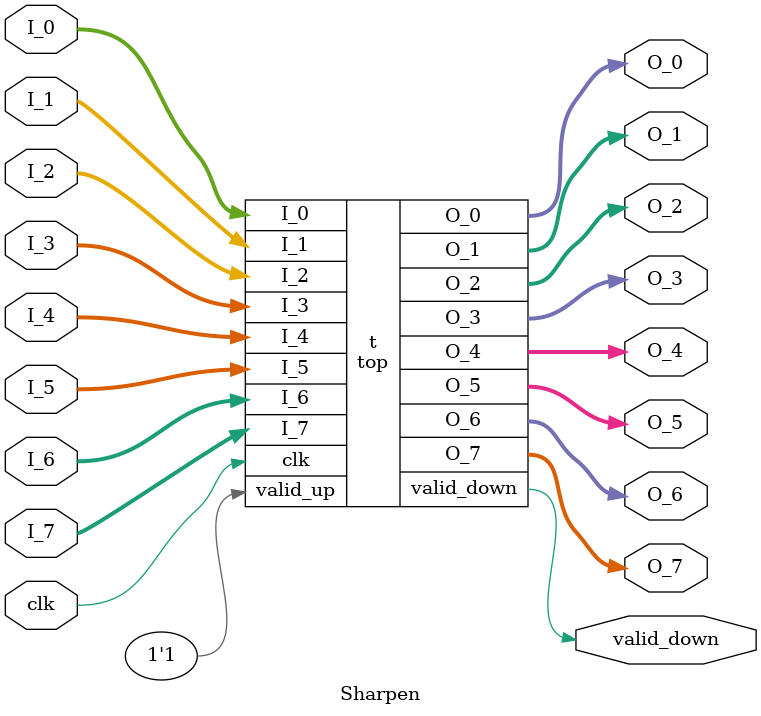
<source format=v>
module stupleToSSeq_tSSeq_3_Int__n3 (
    input [7:0] I_0_0,
    input [7:0] I_0_1,
    input [7:0] I_0_2,
    input [7:0] I_1_0,
    input [7:0] I_1_1,
    input [7:0] I_1_2,
    input [7:0] I_2_0,
    input [7:0] I_2_1,
    input [7:0] I_2_2,
    output [7:0] O_0_0,
    output [7:0] O_0_1,
    output [7:0] O_0_2,
    output [7:0] O_1_0,
    output [7:0] O_1_1,
    output [7:0] O_1_2,
    output [7:0] O_2_0,
    output [7:0] O_2_1,
    output [7:0] O_2_2,
    output valid_down,
    input valid_up
);
  assign O_0_0 = I_0_0;
  assign O_0_1 = I_0_1;
  assign O_0_2 = I_0_2;
  assign O_1_0 = I_1_0;
  assign O_1_1 = I_1_1;
  assign O_1_2 = I_1_2;
  assign O_2_0 = I_2_0;
  assign O_2_1 = I_2_1;
  assign O_2_2 = I_2_2;
  assign valid_down = valid_up;
endmodule

module stupleToSSeq_tInt_n3 (
    input [7:0] I_0,
    input [7:0] I_1,
    input [7:0] I_2,
    output [7:0] O_0,
    output [7:0] O_1,
    output [7:0] O_2,
    output valid_down,
    input valid_up
);
  assign O_0 = I_0;
  assign O_1 = I_1;
  assign O_2 = I_2;
  assign valid_down = valid_up;
endmodule

module sseqTupleCreator_tSSeq_3_Int_ (
    input [7:0] I0_0,
    input [7:0] I0_1,
    input [7:0] I0_2,
    input [7:0] I1_0,
    input [7:0] I1_1,
    input [7:0] I1_2,
    output [7:0] O_0_0,
    output [7:0] O_0_1,
    output [7:0] O_0_2,
    output [7:0] O_1_0,
    output [7:0] O_1_1,
    output [7:0] O_1_2,
    output valid_down,
    input valid_up
);
  assign O_0_0 = I0_0;
  assign O_0_1 = I0_1;
  assign O_0_2 = I0_2;
  assign O_1_0 = I1_0;
  assign O_1_1 = I1_1;
  assign O_1_2 = I1_2;
  assign valid_down = valid_up;
endmodule

module sseqTupleCreator_tInt (
    input [7:0] I0,
    input [7:0] I1,
    output [7:0] O_0,
    output [7:0] O_1,
    output valid_down,
    input valid_up
);
  assign O_0 = I0;
  assign O_1 = I1;
  assign valid_down = valid_up;
endmodule

module sseqTupleAppender_tSSeq_3_Int__n2 (
    input [7:0] I0_0_0,
    input [7:0] I0_0_1,
    input [7:0] I0_0_2,
    input [7:0] I0_1_0,
    input [7:0] I0_1_1,
    input [7:0] I0_1_2,
    input [7:0] I1_0,
    input [7:0] I1_1,
    input [7:0] I1_2,
    output [7:0] O_0_0,
    output [7:0] O_0_1,
    output [7:0] O_0_2,
    output [7:0] O_1_0,
    output [7:0] O_1_1,
    output [7:0] O_1_2,
    output [7:0] O_2_0,
    output [7:0] O_2_1,
    output [7:0] O_2_2,
    output valid_down,
    input valid_up
);
  assign O_0_0 = I0_0_0;
  assign O_0_1 = I0_0_1;
  assign O_0_2 = I0_0_2;
  assign O_1_0 = I0_1_0;
  assign O_1_1 = I0_1_1;
  assign O_1_2 = I0_1_2;
  assign O_2_0 = I1_0;
  assign O_2_1 = I1_1;
  assign O_2_2 = I1_2;
  assign valid_down = valid_up;
endmodule

module sseqTupleAppender_tInt_n2 (
    input [7:0] I0_0,
    input [7:0] I0_1,
    input [7:0] I1,
    output [7:0] O_0,
    output [7:0] O_1,
    output [7:0] O_2,
    output valid_down,
    input valid_up
);
  assign O_0 = I0_0;
  assign O_1 = I0_1;
  assign O_2 = I1;
  assign valid_down = valid_up;
endmodule

module corebit_const #(
    parameter value = 1
) (
    output out
);
  assign out = value;
endmodule

module corebit_and (
    input  in0,
    input  in1,
    output out
);
  assign out = in0 & in1;
endmodule

module atomTupleCreator_t0Int_t1Int (
    input [7:0] I0,
    input [7:0] I1,
    output [7:0] O__0,
    output [7:0] O__1,
    output valid_down,
    input valid_up
);
  assign O__0 = I0;
  assign O__1 = I1;
  assign valid_down = valid_up;
endmodule

module atomTupleCreator_t0Bit_t1ATuple_Int_Int_ (
    input [0:0] I0,
    input [7:0] I1__0,
    input [7:0] I1__1,
    output [0:0] O__0,
    output [7:0] O__1__0,
    output [7:0] O__1__1,
    output valid_down,
    input valid_up
);
  assign O__0 = I0;
  assign O__1__0 = I1__0;
  assign O__1__1 = I1__1;
  assign valid_down = valid_up;
endmodule

module coreir_ult #(
    parameter width = 1
) (
    input [width-1:0] in0,
    input [width-1:0] in1,
    output out
);
  assign out = in0 < in1;
endmodule

module coreir_ugt #(
    parameter width = 1
) (
    input [width-1:0] in0,
    input [width-1:0] in1,
    output out
);
  assign out = in0 > in1;
endmodule

module coreir_term #(
    parameter width = 1
) (
    input [width-1:0] in
);

endmodule

module coreir_shl #(
    parameter width = 1
) (
    input  [width-1:0] in0,
    input  [width-1:0] in1,
    output [width-1:0] out
);
  assign out = in0 << in1;
endmodule

module coreir_reg #(
    parameter width = 1,
    parameter clk_posedge = 1,
    parameter init = 1
) (
    input clk,
    input [width-1:0] in,
    output [width-1:0] out
);
  reg [width-1:0] outReg = init;
  wire real_clk;
  assign real_clk = clk_posedge ? clk : ~clk;
  always @(posedge real_clk) begin
    outReg <= in;
  end
  assign out = outReg;
endmodule

module coreir_not #(
    parameter width = 1
) (
    input  [width-1:0] in,
    output [width-1:0] out
);
  assign out = ~in;
endmodule

module coreir_neg #(
    parameter width = 1
) (
    input  [width-1:0] in,
    output [width-1:0] out
);
  assign out = -in;
endmodule

module coreir_mux #(
    parameter width = 1
) (
    input [width-1:0] in0,
    input [width-1:0] in1,
    input sel,
    output [width-1:0] out
);
  assign out = sel ? in1 : in0;
endmodule

module coreir_mem #(
    parameter has_init = 0,
    parameter depth = 1,
    parameter width = 1
) (
    input clk,
    input [width-1:0] wdata,
    input [$clog2(depth)-1:0] waddr,
    input wen,
    output [width-1:0] rdata,
    input [$clog2(depth)-1:0] raddr
);
  reg [width-1:0] data[depth-1:0];
  always @(posedge clk) begin
    if (wen) begin
      data[waddr] <= wdata;
    end
  end
  assign rdata = data[raddr];
endmodule

module coreir_lshr #(
    parameter width = 1
) (
    input  [width-1:0] in0,
    input  [width-1:0] in1,
    output [width-1:0] out
);
  assign out = in0 >> in1;
endmodule

module coreir_eq #(
    parameter width = 1
) (
    input [width-1:0] in0,
    input [width-1:0] in1,
    output out
);
  assign out = in0 == in1;
endmodule

module coreir_const #(
    parameter width = 1,
    parameter value = 1
) (
    output [width-1:0] out
);
  assign out = value;
endmodule

module coreir_add #(
    parameter width = 1
) (
    input  [width-1:0] in0,
    input  [width-1:0] in1,
    output [width-1:0] out
);
  assign out = in0 + in1;
endmodule

module \commonlib_muxn__N2__width8 (
    input  [7:0] in_data_0,
    input  [7:0] in_data_1,
    input  [0:0] in_sel,
    output [7:0] out
);
  wire [7:0] _join_out;
  coreir_mux #(
      .width(8)
  ) _join (
      .in0(in_data_0),
      .in1(in_data_1),
      .out(_join_out),
      .sel(in_sel[0])
  );
  assign out = _join_out;
endmodule

module \commonlib_muxn__N2__width3 (
    input  [2:0] in_data_0,
    input  [2:0] in_data_1,
    input  [0:0] in_sel,
    output [2:0] out
);
  wire [2:0] _join_out;
  coreir_mux #(
      .width(3)
  ) _join (
      .in0(in_data_0),
      .in1(in_data_1),
      .out(_join_out),
      .sel(in_sel[0])
  );
  assign out = _join_out;
endmodule

module \commonlib_muxn__N2__width2 (
    input  [1:0] in_data_0,
    input  [1:0] in_data_1,
    input  [0:0] in_sel,
    output [1:0] out
);
  wire [1:0] _join_out;
  coreir_mux #(
      .width(2)
  ) _join (
      .in0(in_data_0),
      .in1(in_data_1),
      .out(_join_out),
      .sel(in_sel[0])
  );
  assign out = _join_out;
endmodule

module \commonlib_muxn__N2__width1 (
    input  [0:0] in_data_0,
    input  [0:0] in_data_1,
    input  [0:0] in_sel,
    output [0:0] out
);
  wire [0:0] _join_out;
  coreir_mux #(
      .width(1)
  ) _join (
      .in0(in_data_0),
      .in1(in_data_1),
      .out(_join_out),
      .sel(in_sel[0])
  );
  assign out = _join_out;
endmodule

module lutN #(
    parameter N = 1,
    parameter init = 1
) (
    input [N-1:0] in,
    output out
);
  assign out = init[in];
endmodule

module \aetherlinglib_hydrate__hydratedTypeBit88 (
    input  [63:0] in,
    output [ 7:0] out_0,
    output [ 7:0] out_1,
    output [ 7:0] out_2,
    output [ 7:0] out_3,
    output [ 7:0] out_4,
    output [ 7:0] out_5,
    output [ 7:0] out_6,
    output [ 7:0] out_7
);
  assign out_0 = {in[7], in[6], in[5], in[4], in[3], in[2], in[1], in[0]};
  assign out_1 = {in[15], in[14], in[13], in[12], in[11], in[10], in[9], in[8]};
  assign out_2 = {in[23], in[22], in[21], in[20], in[19], in[18], in[17], in[16]};
  assign out_3 = {in[31], in[30], in[29], in[28], in[27], in[26], in[25], in[24]};
  assign out_4 = {in[39], in[38], in[37], in[36], in[35], in[34], in[33], in[32]};
  assign out_5 = {in[47], in[46], in[45], in[44], in[43], in[42], in[41], in[40]};
  assign out_6 = {in[55], in[54], in[53], in[52], in[51], in[50], in[49], in[48]};
  assign out_7 = {in[63], in[62], in[61], in[60], in[59], in[58], in[57], in[56]};
endmodule

module \aetherlinglib_hydrate__hydratedTypeBit833 (
    input  [71:0] in,
    output [ 7:0] out_0_0,
    output [ 7:0] out_0_1,
    output [ 7:0] out_0_2,
    output [ 7:0] out_1_0,
    output [ 7:0] out_1_1,
    output [ 7:0] out_1_2,
    output [ 7:0] out_2_0,
    output [ 7:0] out_2_1,
    output [ 7:0] out_2_2
);
  assign out_0_0 = {in[7], in[6], in[5], in[4], in[3], in[2], in[1], in[0]};
  assign out_0_1 = {in[15], in[14], in[13], in[12], in[11], in[10], in[9], in[8]};
  assign out_0_2 = {in[23], in[22], in[21], in[20], in[19], in[18], in[17], in[16]};
  assign out_1_0 = {in[31], in[30], in[29], in[28], in[27], in[26], in[25], in[24]};
  assign out_1_1 = {in[39], in[38], in[37], in[36], in[35], in[34], in[33], in[32]};
  assign out_1_2 = {in[47], in[46], in[45], in[44], in[43], in[42], in[41], in[40]};
  assign out_2_0 = {in[55], in[54], in[53], in[52], in[51], in[50], in[49], in[48]};
  assign out_2_1 = {in[63], in[62], in[61], in[60], in[59], in[58], in[57], in[56]};
  assign out_2_2 = {in[71], in[70], in[69], in[68], in[67], in[66], in[65], in[64]};
endmodule

module \aetherlinglib_hydrate__hydratedTypeBit811 (
    input  [7:0] in,
    output [7:0] out_0_0
);
  assign out_0_0 = {in[7], in[6], in[5], in[4], in[3], in[2], in[1], in[0]};
endmodule

module \aetherlinglib_hydrate__hydratedTypeBit8 (
    input  [7:0] in,
    output [7:0] out
);
  assign out = {in[7], in[6], in[5], in[4], in[3], in[2], in[1], in[0]};
endmodule

module \aetherlinglib_dehydrate__hydratedTypeBit88 (
    input  [ 7:0] in_0,
    input  [ 7:0] in_1,
    input  [ 7:0] in_2,
    input  [ 7:0] in_3,
    input  [ 7:0] in_4,
    input  [ 7:0] in_5,
    input  [ 7:0] in_6,
    input  [ 7:0] in_7,
    output [63:0] out
);
  assign out = {
    in_7[7],
    in_7[6],
    in_7[5],
    in_7[4],
    in_7[3],
    in_7[2],
    in_7[1],
    in_7[0],
    in_6[7],
    in_6[6],
    in_6[5],
    in_6[4],
    in_6[3],
    in_6[2],
    in_6[1],
    in_6[0],
    in_5[7],
    in_5[6],
    in_5[5],
    in_5[4],
    in_5[3],
    in_5[2],
    in_5[1],
    in_5[0],
    in_4[7],
    in_4[6],
    in_4[5],
    in_4[4],
    in_4[3],
    in_4[2],
    in_4[1],
    in_4[0],
    in_3[7],
    in_3[6],
    in_3[5],
    in_3[4],
    in_3[3],
    in_3[2],
    in_3[1],
    in_3[0],
    in_2[7],
    in_2[6],
    in_2[5],
    in_2[4],
    in_2[3],
    in_2[2],
    in_2[1],
    in_2[0],
    in_1[7],
    in_1[6],
    in_1[5],
    in_1[4],
    in_1[3],
    in_1[2],
    in_1[1],
    in_1[0],
    in_0[7],
    in_0[6],
    in_0[5],
    in_0[4],
    in_0[3],
    in_0[2],
    in_0[1],
    in_0[0]
  };
endmodule

module \aetherlinglib_dehydrate__hydratedTypeBit8 (
    input  [7:0] in,
    output [7:0] out
);
  assign out = {in[7], in[6], in[5], in[4], in[3], in[2], in[1], in[0]};
endmodule

module \aetherlinglib_dehydrate__hydratedTypeBit1 (
    input  [0:0] in,
    output [0:0] out
);
  assign out = in[0];
endmodule

module \aetherlinglib_dehydrate__hydratedTypeBit (
    input in,
    output [0:0] out
);
  assign out = in;
endmodule

module Term_Bitt (
    input I
);
  wire [0:0] dehydrate_tBit_inst0_out;
  \aetherlinglib_dehydrate__hydratedTypeBit dehydrate_tBit_inst0 (
      .in (I),
      .out(dehydrate_tBit_inst0_out)
  );
  coreir_term #(.width(1)) term_w1_inst0 (.in(dehydrate_tBit_inst0_out));
endmodule

module Term_Bits_1_t (
    input [0:0] I
);
  wire [0:0] dehydrate_tBits_1__inst0_out;
  \aetherlinglib_dehydrate__hydratedTypeBit1 dehydrate_tBits_1__inst0 (
      .in (I),
      .out(dehydrate_tBits_1__inst0_out)
  );
  coreir_term #(.width(1)) term_w1_inst0 (.in(dehydrate_tBits_1__inst0_out));
endmodule

module SizedCounter_1_cinFalse_coutFalse_incr1_hasCETrue_hasResetFalse (
    input CE,
    input clk,
    output [0:0] O
);
  wire [0:0] const_0_1_out;
  Term_Bitt Term_Bitt_inst0 (.I(CE));
  coreir_const #(
      .value(1'h0),
      .width(1)
  ) const_0_1 (
      .out(const_0_1_out)
  );
  assign O = const_0_1_out;
endmodule

module Remove_1_S_unq1 (
    input [7:0] I_0_0_0,
    input [7:0] I_0_0_1,
    input [7:0] I_0_0_2,
    input [7:0] I_0_1_0,
    input [7:0] I_0_1_1,
    input [7:0] I_0_1_2,
    input [7:0] I_0_2_0,
    input [7:0] I_0_2_1,
    input [7:0] I_0_2_2,
    output [7:0] O_0_0,
    output [7:0] O_0_1,
    output [7:0] O_0_2,
    output [7:0] O_1_0,
    output [7:0] O_1_1,
    output [7:0] O_1_2,
    output [7:0] O_2_0,
    output [7:0] O_2_1,
    output [7:0] O_2_2,
    output valid_down,
    input valid_up
);
  wire [7:0] stupleToSSeq_tSSeq_3_Int__n3_inst0_O_0_0;
  wire [7:0] stupleToSSeq_tSSeq_3_Int__n3_inst0_O_0_1;
  wire [7:0] stupleToSSeq_tSSeq_3_Int__n3_inst0_O_0_2;
  wire [7:0] stupleToSSeq_tSSeq_3_Int__n3_inst0_O_1_0;
  wire [7:0] stupleToSSeq_tSSeq_3_Int__n3_inst0_O_1_1;
  wire [7:0] stupleToSSeq_tSSeq_3_Int__n3_inst0_O_1_2;
  wire [7:0] stupleToSSeq_tSSeq_3_Int__n3_inst0_O_2_0;
  wire [7:0] stupleToSSeq_tSSeq_3_Int__n3_inst0_O_2_1;
  wire [7:0] stupleToSSeq_tSSeq_3_Int__n3_inst0_O_2_2;
  wire stupleToSSeq_tSSeq_3_Int__n3_inst0_valid_down;
  stupleToSSeq_tSSeq_3_Int__n3 stupleToSSeq_tSSeq_3_Int__n3_inst0 (
      .I_0_0(I_0_0_0),
      .I_0_1(I_0_0_1),
      .I_0_2(I_0_0_2),
      .I_1_0(I_0_1_0),
      .I_1_1(I_0_1_1),
      .I_1_2(I_0_1_2),
      .I_2_0(I_0_2_0),
      .I_2_1(I_0_2_1),
      .I_2_2(I_0_2_2),
      .O_0_0(stupleToSSeq_tSSeq_3_Int__n3_inst0_O_0_0),
      .O_0_1(stupleToSSeq_tSSeq_3_Int__n3_inst0_O_0_1),
      .O_0_2(stupleToSSeq_tSSeq_3_Int__n3_inst0_O_0_2),
      .O_1_0(stupleToSSeq_tSSeq_3_Int__n3_inst0_O_1_0),
      .O_1_1(stupleToSSeq_tSSeq_3_Int__n3_inst0_O_1_1),
      .O_1_2(stupleToSSeq_tSSeq_3_Int__n3_inst0_O_1_2),
      .O_2_0(stupleToSSeq_tSSeq_3_Int__n3_inst0_O_2_0),
      .O_2_1(stupleToSSeq_tSSeq_3_Int__n3_inst0_O_2_1),
      .O_2_2(stupleToSSeq_tSSeq_3_Int__n3_inst0_O_2_2),
      .valid_down(stupleToSSeq_tSSeq_3_Int__n3_inst0_valid_down),
      .valid_up(valid_up)
  );
  assign O_0_0 = stupleToSSeq_tSSeq_3_Int__n3_inst0_O_0_0;
  assign O_0_1 = stupleToSSeq_tSSeq_3_Int__n3_inst0_O_0_1;
  assign O_0_2 = stupleToSSeq_tSSeq_3_Int__n3_inst0_O_0_2;
  assign O_1_0 = stupleToSSeq_tSSeq_3_Int__n3_inst0_O_1_0;
  assign O_1_1 = stupleToSSeq_tSSeq_3_Int__n3_inst0_O_1_1;
  assign O_1_2 = stupleToSSeq_tSSeq_3_Int__n3_inst0_O_1_2;
  assign O_2_0 = stupleToSSeq_tSSeq_3_Int__n3_inst0_O_2_0;
  assign O_2_1 = stupleToSSeq_tSSeq_3_Int__n3_inst0_O_2_1;
  assign O_2_2 = stupleToSSeq_tSSeq_3_Int__n3_inst0_O_2_2;
  assign valid_down = stupleToSSeq_tSSeq_3_Int__n3_inst0_valid_down;
endmodule

module Remove_1_S (
    input [7:0] I_0_0,
    input [7:0] I_0_1,
    input [7:0] I_0_2,
    output [7:0] O_0,
    output [7:0] O_1,
    output [7:0] O_2,
    output valid_down,
    input valid_up
);
  wire [7:0] stupleToSSeq_tInt_n3_inst0_O_0;
  wire [7:0] stupleToSSeq_tInt_n3_inst0_O_1;
  wire [7:0] stupleToSSeq_tInt_n3_inst0_O_2;
  wire stupleToSSeq_tInt_n3_inst0_valid_down;
  stupleToSSeq_tInt_n3 stupleToSSeq_tInt_n3_inst0 (
      .I_0(I_0_0),
      .I_1(I_0_1),
      .I_2(I_0_2),
      .O_0(stupleToSSeq_tInt_n3_inst0_O_0),
      .O_1(stupleToSSeq_tInt_n3_inst0_O_1),
      .O_2(stupleToSSeq_tInt_n3_inst0_O_2),
      .valid_down(stupleToSSeq_tInt_n3_inst0_valid_down),
      .valid_up(valid_up)
  );
  assign O_0 = stupleToSSeq_tInt_n3_inst0_O_0;
  assign O_1 = stupleToSSeq_tInt_n3_inst0_O_1;
  assign O_2 = stupleToSSeq_tInt_n3_inst0_O_2;
  assign valid_down = stupleToSSeq_tInt_n3_inst0_valid_down;
endmodule

module RShift_Atom (
    input [7:0] I__0,
    input [7:0] I__1,
    output [7:0] O,
    output valid_down,
    input valid_up
);
  wire [7:0] lshr8_inst0_out;
  coreir_lshr #(
      .width(8)
  ) lshr8_inst0 (
      .in0(I__0),
      .in1(I__1),
      .out(lshr8_inst0_out)
  );
  assign O = lshr8_inst0_out;
  assign valid_down = valid_up;
endmodule

module RAM1x8 (
    input clk,
    input [0:0] RADDR,
    output [7:0] RDATA,
    input [0:0] WADDR,
    input [7:0] WDATA,
    input WE
);
  wire [7:0] coreir_mem1x8_inst0_rdata;
  coreir_mem #(
      .depth(1),
      .has_init(0),
      .width(8)
  ) coreir_mem1x8_inst0 (
      .clk  (clk),
      .raddr(RADDR),
      .rdata(coreir_mem1x8_inst0_rdata),
      .waddr(WADDR),
      .wdata(WDATA),
      .wen  (WE)
  );
  assign RDATA = coreir_mem1x8_inst0_rdata;
endmodule

module RAM_Array_8_Bit_t_1n (
    input clk,
    input [0:0] RADDR,
    output [7:0] RDATA,
    input [0:0] WADDR,
    input [7:0] WDATA,
    input WE
);
  wire [7:0] RAM1x8_inst0_RDATA;
  wire [7:0] dehydrate_tArray_8_Bit__inst0_out;
  wire [7:0] hydrate_tArray_8_Bit__inst0_out;
  RAM1x8 RAM1x8_inst0 (
      .clk(clk),
      .RADDR(RADDR),
      .RDATA(RAM1x8_inst0_RDATA),
      .WADDR(WADDR),
      .WDATA(dehydrate_tArray_8_Bit__inst0_out),
      .WE(WE)
  );
  \aetherlinglib_dehydrate__hydratedTypeBit8 dehydrate_tArray_8_Bit__inst0 (
      .in (WDATA),
      .out(dehydrate_tArray_8_Bit__inst0_out)
  );
  \aetherlinglib_hydrate__hydratedTypeBit8 hydrate_tArray_8_Bit__inst0 (
      .in (RAM1x8_inst0_RDATA),
      .out(hydrate_tArray_8_Bit__inst0_out)
  );
  assign RDATA = hydrate_tArray_8_Bit__inst0_out;
endmodule

module RAM1x64 (
    input clk,
    input [0:0] RADDR,
    output [63:0] RDATA,
    input [0:0] WADDR,
    input [63:0] WDATA,
    input WE
);
  wire [63:0] coreir_mem1x64_inst0_rdata;
  coreir_mem #(
      .depth(1),
      .has_init(0),
      .width(64)
  ) coreir_mem1x64_inst0 (
      .clk  (clk),
      .raddr(RADDR),
      .rdata(coreir_mem1x64_inst0_rdata),
      .waddr(WADDR),
      .wdata(WDATA),
      .wen  (WE)
  );
  assign RDATA = coreir_mem1x64_inst0_rdata;
endmodule

module RAM_Array_8_Array_8_Bit__t_1n (
    input clk,
    input [0:0] RADDR,
    output [7:0] RDATA_0,
    output [7:0] RDATA_1,
    output [7:0] RDATA_2,
    output [7:0] RDATA_3,
    output [7:0] RDATA_4,
    output [7:0] RDATA_5,
    output [7:0] RDATA_6,
    output [7:0] RDATA_7,
    input [0:0] WADDR,
    input [7:0] WDATA_0,
    input [7:0] WDATA_1,
    input [7:0] WDATA_2,
    input [7:0] WDATA_3,
    input [7:0] WDATA_4,
    input [7:0] WDATA_5,
    input [7:0] WDATA_6,
    input [7:0] WDATA_7,
    input WE
);
  wire [63:0] RAM1x64_inst0_RDATA;
  wire [63:0] dehydrate_tArray_8_Array_8_Bit___inst0_out;
  wire [ 7:0] hydrate_tArray_8_Array_8_Bit___inst0_out_0;
  wire [ 7:0] hydrate_tArray_8_Array_8_Bit___inst0_out_1;
  wire [ 7:0] hydrate_tArray_8_Array_8_Bit___inst0_out_2;
  wire [ 7:0] hydrate_tArray_8_Array_8_Bit___inst0_out_3;
  wire [ 7:0] hydrate_tArray_8_Array_8_Bit___inst0_out_4;
  wire [ 7:0] hydrate_tArray_8_Array_8_Bit___inst0_out_5;
  wire [ 7:0] hydrate_tArray_8_Array_8_Bit___inst0_out_6;
  wire [ 7:0] hydrate_tArray_8_Array_8_Bit___inst0_out_7;
  RAM1x64 RAM1x64_inst0 (
      .clk(clk),
      .RADDR(RADDR),
      .RDATA(RAM1x64_inst0_RDATA),
      .WADDR(WADDR),
      .WDATA(dehydrate_tArray_8_Array_8_Bit___inst0_out),
      .WE(WE)
  );
  \aetherlinglib_dehydrate__hydratedTypeBit88 dehydrate_tArray_8_Array_8_Bit___inst0 (
      .in_0(WDATA_0),
      .in_1(WDATA_1),
      .in_2(WDATA_2),
      .in_3(WDATA_3),
      .in_4(WDATA_4),
      .in_5(WDATA_5),
      .in_6(WDATA_6),
      .in_7(WDATA_7),
      .out (dehydrate_tArray_8_Array_8_Bit___inst0_out)
  );
  \aetherlinglib_hydrate__hydratedTypeBit88 hydrate_tArray_8_Array_8_Bit___inst0 (
      .in(RAM1x64_inst0_RDATA),
      .out_0(hydrate_tArray_8_Array_8_Bit___inst0_out_0),
      .out_1(hydrate_tArray_8_Array_8_Bit___inst0_out_1),
      .out_2(hydrate_tArray_8_Array_8_Bit___inst0_out_2),
      .out_3(hydrate_tArray_8_Array_8_Bit___inst0_out_3),
      .out_4(hydrate_tArray_8_Array_8_Bit___inst0_out_4),
      .out_5(hydrate_tArray_8_Array_8_Bit___inst0_out_5),
      .out_6(hydrate_tArray_8_Array_8_Bit___inst0_out_6),
      .out_7(hydrate_tArray_8_Array_8_Bit___inst0_out_7)
  );
  assign RDATA_0 = hydrate_tArray_8_Array_8_Bit___inst0_out_0;
  assign RDATA_1 = hydrate_tArray_8_Array_8_Bit___inst0_out_1;
  assign RDATA_2 = hydrate_tArray_8_Array_8_Bit___inst0_out_2;
  assign RDATA_3 = hydrate_tArray_8_Array_8_Bit___inst0_out_3;
  assign RDATA_4 = hydrate_tArray_8_Array_8_Bit___inst0_out_4;
  assign RDATA_5 = hydrate_tArray_8_Array_8_Bit___inst0_out_5;
  assign RDATA_6 = hydrate_tArray_8_Array_8_Bit___inst0_out_6;
  assign RDATA_7 = hydrate_tArray_8_Array_8_Bit___inst0_out_7;
endmodule

module Passthrough_tInTSeq_2_0_SSeq_8_SSeq_1_SSeq_1_Int_____tOutTSeq_2_0_SSeq_8_SSeq_1_Int___ (
    input [7:0] I_0_0_0,
    input [7:0] I_1_0_0,
    input [7:0] I_2_0_0,
    input [7:0] I_3_0_0,
    input [7:0] I_4_0_0,
    input [7:0] I_5_0_0,
    input [7:0] I_6_0_0,
    input [7:0] I_7_0_0,
    output [7:0] O_0_0,
    output [7:0] O_1_0,
    output [7:0] O_2_0,
    output [7:0] O_3_0,
    output [7:0] O_4_0,
    output [7:0] O_5_0,
    output [7:0] O_6_0,
    output [7:0] O_7_0,
    output valid_down,
    input valid_up
);
  assign O_0_0 = I_0_0_0;
  assign O_1_0 = I_1_0_0;
  assign O_2_0 = I_2_0_0;
  assign O_3_0 = I_3_0_0;
  assign O_4_0 = I_4_0_0;
  assign O_5_0 = I_5_0_0;
  assign O_6_0 = I_6_0_0;
  assign O_7_0 = I_7_0_0;
  assign valid_down = valid_up;
endmodule

module Passthrough_tInTSeq_2_0_SSeq_8_SSeq_1_Int____tOutTSeq_2_0_SSeq_8_Int__ (
    input [7:0] I_0_0,
    input [7:0] I_1_0,
    input [7:0] I_2_0,
    input [7:0] I_3_0,
    input [7:0] I_4_0,
    input [7:0] I_5_0,
    input [7:0] I_6_0,
    input [7:0] I_7_0,
    output [7:0] O_0,
    output [7:0] O_1,
    output [7:0] O_2,
    output [7:0] O_3,
    output [7:0] O_4,
    output [7:0] O_5,
    output [7:0] O_6,
    output [7:0] O_7,
    output valid_down,
    input valid_up
);
  assign O_0 = I_0_0;
  assign O_1 = I_1_0;
  assign O_2 = I_2_0;
  assign O_3 = I_3_0;
  assign O_4 = I_4_0;
  assign O_5 = I_5_0;
  assign O_6 = I_6_0;
  assign O_7 = I_7_0;
  assign valid_down = valid_up;
endmodule

module Partition_S_no8_ni1_tElSTuple_3_SSeq_3_Int___vTrue (
    input clk,
    input [7:0] I_0_0_0,
    input [7:0] I_0_0_1,
    input [7:0] I_0_0_2,
    input [7:0] I_0_1_0,
    input [7:0] I_0_1_1,
    input [7:0] I_0_1_2,
    input [7:0] I_0_2_0,
    input [7:0] I_0_2_1,
    input [7:0] I_0_2_2,
    input [7:0] I_1_0_0,
    input [7:0] I_1_0_1,
    input [7:0] I_1_0_2,
    input [7:0] I_1_1_0,
    input [7:0] I_1_1_1,
    input [7:0] I_1_1_2,
    input [7:0] I_1_2_0,
    input [7:0] I_1_2_1,
    input [7:0] I_1_2_2,
    input [7:0] I_2_0_0,
    input [7:0] I_2_0_1,
    input [7:0] I_2_0_2,
    input [7:0] I_2_1_0,
    input [7:0] I_2_1_1,
    input [7:0] I_2_1_2,
    input [7:0] I_2_2_0,
    input [7:0] I_2_2_1,
    input [7:0] I_2_2_2,
    input [7:0] I_3_0_0,
    input [7:0] I_3_0_1,
    input [7:0] I_3_0_2,
    input [7:0] I_3_1_0,
    input [7:0] I_3_1_1,
    input [7:0] I_3_1_2,
    input [7:0] I_3_2_0,
    input [7:0] I_3_2_1,
    input [7:0] I_3_2_2,
    input [7:0] I_4_0_0,
    input [7:0] I_4_0_1,
    input [7:0] I_4_0_2,
    input [7:0] I_4_1_0,
    input [7:0] I_4_1_1,
    input [7:0] I_4_1_2,
    input [7:0] I_4_2_0,
    input [7:0] I_4_2_1,
    input [7:0] I_4_2_2,
    input [7:0] I_5_0_0,
    input [7:0] I_5_0_1,
    input [7:0] I_5_0_2,
    input [7:0] I_5_1_0,
    input [7:0] I_5_1_1,
    input [7:0] I_5_1_2,
    input [7:0] I_5_2_0,
    input [7:0] I_5_2_1,
    input [7:0] I_5_2_2,
    input [7:0] I_6_0_0,
    input [7:0] I_6_0_1,
    input [7:0] I_6_0_2,
    input [7:0] I_6_1_0,
    input [7:0] I_6_1_1,
    input [7:0] I_6_1_2,
    input [7:0] I_6_2_0,
    input [7:0] I_6_2_1,
    input [7:0] I_6_2_2,
    input [7:0] I_7_0_0,
    input [7:0] I_7_0_1,
    input [7:0] I_7_0_2,
    input [7:0] I_7_1_0,
    input [7:0] I_7_1_1,
    input [7:0] I_7_1_2,
    input [7:0] I_7_2_0,
    input [7:0] I_7_2_1,
    input [7:0] I_7_2_2,
    output [7:0] O_0_0_0_0,
    output [7:0] O_0_0_0_1,
    output [7:0] O_0_0_0_2,
    output [7:0] O_0_0_1_0,
    output [7:0] O_0_0_1_1,
    output [7:0] O_0_0_1_2,
    output [7:0] O_0_0_2_0,
    output [7:0] O_0_0_2_1,
    output [7:0] O_0_0_2_2,
    output [7:0] O_1_0_0_0,
    output [7:0] O_1_0_0_1,
    output [7:0] O_1_0_0_2,
    output [7:0] O_1_0_1_0,
    output [7:0] O_1_0_1_1,
    output [7:0] O_1_0_1_2,
    output [7:0] O_1_0_2_0,
    output [7:0] O_1_0_2_1,
    output [7:0] O_1_0_2_2,
    output [7:0] O_2_0_0_0,
    output [7:0] O_2_0_0_1,
    output [7:0] O_2_0_0_2,
    output [7:0] O_2_0_1_0,
    output [7:0] O_2_0_1_1,
    output [7:0] O_2_0_1_2,
    output [7:0] O_2_0_2_0,
    output [7:0] O_2_0_2_1,
    output [7:0] O_2_0_2_2,
    output [7:0] O_3_0_0_0,
    output [7:0] O_3_0_0_1,
    output [7:0] O_3_0_0_2,
    output [7:0] O_3_0_1_0,
    output [7:0] O_3_0_1_1,
    output [7:0] O_3_0_1_2,
    output [7:0] O_3_0_2_0,
    output [7:0] O_3_0_2_1,
    output [7:0] O_3_0_2_2,
    output [7:0] O_4_0_0_0,
    output [7:0] O_4_0_0_1,
    output [7:0] O_4_0_0_2,
    output [7:0] O_4_0_1_0,
    output [7:0] O_4_0_1_1,
    output [7:0] O_4_0_1_2,
    output [7:0] O_4_0_2_0,
    output [7:0] O_4_0_2_1,
    output [7:0] O_4_0_2_2,
    output [7:0] O_5_0_0_0,
    output [7:0] O_5_0_0_1,
    output [7:0] O_5_0_0_2,
    output [7:0] O_5_0_1_0,
    output [7:0] O_5_0_1_1,
    output [7:0] O_5_0_1_2,
    output [7:0] O_5_0_2_0,
    output [7:0] O_5_0_2_1,
    output [7:0] O_5_0_2_2,
    output [7:0] O_6_0_0_0,
    output [7:0] O_6_0_0_1,
    output [7:0] O_6_0_0_2,
    output [7:0] O_6_0_1_0,
    output [7:0] O_6_0_1_1,
    output [7:0] O_6_0_1_2,
    output [7:0] O_6_0_2_0,
    output [7:0] O_6_0_2_1,
    output [7:0] O_6_0_2_2,
    output [7:0] O_7_0_0_0,
    output [7:0] O_7_0_0_1,
    output [7:0] O_7_0_0_2,
    output [7:0] O_7_0_1_0,
    output [7:0] O_7_0_1_1,
    output [7:0] O_7_0_1_2,
    output [7:0] O_7_0_2_0,
    output [7:0] O_7_0_2_1,
    output [7:0] O_7_0_2_2,
    output valid_down,
    input valid_up
);
  assign O_0_0_0_0  = I_0_0_0;
  assign O_0_0_0_1  = I_0_0_1;
  assign O_0_0_0_2  = I_0_0_2;
  assign O_0_0_1_0  = I_0_1_0;
  assign O_0_0_1_1  = I_0_1_1;
  assign O_0_0_1_2  = I_0_1_2;
  assign O_0_0_2_0  = I_0_2_0;
  assign O_0_0_2_1  = I_0_2_1;
  assign O_0_0_2_2  = I_0_2_2;
  assign O_1_0_0_0  = I_1_0_0;
  assign O_1_0_0_1  = I_1_0_1;
  assign O_1_0_0_2  = I_1_0_2;
  assign O_1_0_1_0  = I_1_1_0;
  assign O_1_0_1_1  = I_1_1_1;
  assign O_1_0_1_2  = I_1_1_2;
  assign O_1_0_2_0  = I_1_2_0;
  assign O_1_0_2_1  = I_1_2_1;
  assign O_1_0_2_2  = I_1_2_2;
  assign O_2_0_0_0  = I_2_0_0;
  assign O_2_0_0_1  = I_2_0_1;
  assign O_2_0_0_2  = I_2_0_2;
  assign O_2_0_1_0  = I_2_1_0;
  assign O_2_0_1_1  = I_2_1_1;
  assign O_2_0_1_2  = I_2_1_2;
  assign O_2_0_2_0  = I_2_2_0;
  assign O_2_0_2_1  = I_2_2_1;
  assign O_2_0_2_2  = I_2_2_2;
  assign O_3_0_0_0  = I_3_0_0;
  assign O_3_0_0_1  = I_3_0_1;
  assign O_3_0_0_2  = I_3_0_2;
  assign O_3_0_1_0  = I_3_1_0;
  assign O_3_0_1_1  = I_3_1_1;
  assign O_3_0_1_2  = I_3_1_2;
  assign O_3_0_2_0  = I_3_2_0;
  assign O_3_0_2_1  = I_3_2_1;
  assign O_3_0_2_2  = I_3_2_2;
  assign O_4_0_0_0  = I_4_0_0;
  assign O_4_0_0_1  = I_4_0_1;
  assign O_4_0_0_2  = I_4_0_2;
  assign O_4_0_1_0  = I_4_1_0;
  assign O_4_0_1_1  = I_4_1_1;
  assign O_4_0_1_2  = I_4_1_2;
  assign O_4_0_2_0  = I_4_2_0;
  assign O_4_0_2_1  = I_4_2_1;
  assign O_4_0_2_2  = I_4_2_2;
  assign O_5_0_0_0  = I_5_0_0;
  assign O_5_0_0_1  = I_5_0_1;
  assign O_5_0_0_2  = I_5_0_2;
  assign O_5_0_1_0  = I_5_1_0;
  assign O_5_0_1_1  = I_5_1_1;
  assign O_5_0_1_2  = I_5_1_2;
  assign O_5_0_2_0  = I_5_2_0;
  assign O_5_0_2_1  = I_5_2_1;
  assign O_5_0_2_2  = I_5_2_2;
  assign O_6_0_0_0  = I_6_0_0;
  assign O_6_0_0_1  = I_6_0_1;
  assign O_6_0_0_2  = I_6_0_2;
  assign O_6_0_1_0  = I_6_1_0;
  assign O_6_0_1_1  = I_6_1_1;
  assign O_6_0_1_2  = I_6_1_2;
  assign O_6_0_2_0  = I_6_2_0;
  assign O_6_0_2_1  = I_6_2_1;
  assign O_6_0_2_2  = I_6_2_2;
  assign O_7_0_0_0  = I_7_0_0;
  assign O_7_0_0_1  = I_7_0_1;
  assign O_7_0_0_2  = I_7_0_2;
  assign O_7_0_1_0  = I_7_1_0;
  assign O_7_0_1_1  = I_7_1_1;
  assign O_7_0_1_2  = I_7_1_2;
  assign O_7_0_2_0  = I_7_2_0;
  assign O_7_0_2_1  = I_7_2_1;
  assign O_7_0_2_2  = I_7_2_2;
  assign valid_down = valid_up;
endmodule

module Partition_S_no8_ni1_tElSTuple_3_Int__vTrue (
    input clk,
    input [7:0] I_0_0,
    input [7:0] I_0_1,
    input [7:0] I_0_2,
    input [7:0] I_1_0,
    input [7:0] I_1_1,
    input [7:0] I_1_2,
    input [7:0] I_2_0,
    input [7:0] I_2_1,
    input [7:0] I_2_2,
    input [7:0] I_3_0,
    input [7:0] I_3_1,
    input [7:0] I_3_2,
    input [7:0] I_4_0,
    input [7:0] I_4_1,
    input [7:0] I_4_2,
    input [7:0] I_5_0,
    input [7:0] I_5_1,
    input [7:0] I_5_2,
    input [7:0] I_6_0,
    input [7:0] I_6_1,
    input [7:0] I_6_2,
    input [7:0] I_7_0,
    input [7:0] I_7_1,
    input [7:0] I_7_2,
    output [7:0] O_0_0_0,
    output [7:0] O_0_0_1,
    output [7:0] O_0_0_2,
    output [7:0] O_1_0_0,
    output [7:0] O_1_0_1,
    output [7:0] O_1_0_2,
    output [7:0] O_2_0_0,
    output [7:0] O_2_0_1,
    output [7:0] O_2_0_2,
    output [7:0] O_3_0_0,
    output [7:0] O_3_0_1,
    output [7:0] O_3_0_2,
    output [7:0] O_4_0_0,
    output [7:0] O_4_0_1,
    output [7:0] O_4_0_2,
    output [7:0] O_5_0_0,
    output [7:0] O_5_0_1,
    output [7:0] O_5_0_2,
    output [7:0] O_6_0_0,
    output [7:0] O_6_0_1,
    output [7:0] O_6_0_2,
    output [7:0] O_7_0_0,
    output [7:0] O_7_0_1,
    output [7:0] O_7_0_2,
    output valid_down,
    input valid_up
);
  assign O_0_0_0 = I_0_0;
  assign O_0_0_1 = I_0_1;
  assign O_0_0_2 = I_0_2;
  assign O_1_0_0 = I_1_0;
  assign O_1_0_1 = I_1_1;
  assign O_1_0_2 = I_1_2;
  assign O_2_0_0 = I_2_0;
  assign O_2_0_1 = I_2_1;
  assign O_2_0_2 = I_2_2;
  assign O_3_0_0 = I_3_0;
  assign O_3_0_1 = I_3_1;
  assign O_3_0_2 = I_3_2;
  assign O_4_0_0 = I_4_0;
  assign O_4_0_1 = I_4_1;
  assign O_4_0_2 = I_4_2;
  assign O_5_0_0 = I_5_0;
  assign O_5_0_1 = I_5_1;
  assign O_5_0_2 = I_5_2;
  assign O_6_0_0 = I_6_0;
  assign O_6_0_1 = I_6_1;
  assign O_6_0_2 = I_6_2;
  assign O_7_0_0 = I_7_0;
  assign O_7_0_1 = I_7_1;
  assign O_7_0_2 = I_7_2;
  assign valid_down = valid_up;
endmodule

module NestedCounters_Int_hasCETrue_hasResetFalse_unq1 (
    input  CE,
    input  clk,
    output last,
    output valid
);
  wire [0:0] coreir_const11_inst0_out;
  coreir_const #(
      .value(1'h1),
      .width(1)
  ) coreir_const11_inst0 (
      .out(coreir_const11_inst0_out)
  );
  assign last  = coreir_const11_inst0_out[0];
  assign valid = CE;
endmodule

module NestedCounters_Int_hasCETrue_hasResetFalse (
    input CE,
    input clk,
    output [0:0] cur_valid,
    output last,
    output valid
);
  wire [0:0] coreir_const10_inst0_out;
  wire [0:0] coreir_const11_inst0_out;
  coreir_const #(
      .value(1'h0),
      .width(1)
  ) coreir_const10_inst0 (
      .out(coreir_const10_inst0_out)
  );
  coreir_const #(
      .value(1'h1),
      .width(1)
  ) coreir_const11_inst0 (
      .out(coreir_const11_inst0_out)
  );
  assign cur_valid = coreir_const10_inst0_out;
  assign last = coreir_const11_inst0_out[0];
  assign valid = CE;
endmodule

module Negate8 (
    input  [7:0] I,
    output [7:0] O
);
  wire [7:0] coreir_neg_inst0_out;
  coreir_neg #(
      .width(8)
  ) coreir_neg_inst0 (
      .in (I),
      .out(coreir_neg_inst0_out)
  );
  assign O = coreir_neg_inst0_out;
endmodule

module NativeMapParallel_n8_unq5 (
    input [7:0] I_0_0_0_0,
    input [7:0] I_0_0_0_1,
    input [7:0] I_0_0_0_2,
    input [7:0] I_0_0_1_0,
    input [7:0] I_0_0_1_1,
    input [7:0] I_0_0_1_2,
    input [7:0] I_0_0_2_0,
    input [7:0] I_0_0_2_1,
    input [7:0] I_0_0_2_2,
    input [7:0] I_1_0_0_0,
    input [7:0] I_1_0_0_1,
    input [7:0] I_1_0_0_2,
    input [7:0] I_1_0_1_0,
    input [7:0] I_1_0_1_1,
    input [7:0] I_1_0_1_2,
    input [7:0] I_1_0_2_0,
    input [7:0] I_1_0_2_1,
    input [7:0] I_1_0_2_2,
    input [7:0] I_2_0_0_0,
    input [7:0] I_2_0_0_1,
    input [7:0] I_2_0_0_2,
    input [7:0] I_2_0_1_0,
    input [7:0] I_2_0_1_1,
    input [7:0] I_2_0_1_2,
    input [7:0] I_2_0_2_0,
    input [7:0] I_2_0_2_1,
    input [7:0] I_2_0_2_2,
    input [7:0] I_3_0_0_0,
    input [7:0] I_3_0_0_1,
    input [7:0] I_3_0_0_2,
    input [7:0] I_3_0_1_0,
    input [7:0] I_3_0_1_1,
    input [7:0] I_3_0_1_2,
    input [7:0] I_3_0_2_0,
    input [7:0] I_3_0_2_1,
    input [7:0] I_3_0_2_2,
    input [7:0] I_4_0_0_0,
    input [7:0] I_4_0_0_1,
    input [7:0] I_4_0_0_2,
    input [7:0] I_4_0_1_0,
    input [7:0] I_4_0_1_1,
    input [7:0] I_4_0_1_2,
    input [7:0] I_4_0_2_0,
    input [7:0] I_4_0_2_1,
    input [7:0] I_4_0_2_2,
    input [7:0] I_5_0_0_0,
    input [7:0] I_5_0_0_1,
    input [7:0] I_5_0_0_2,
    input [7:0] I_5_0_1_0,
    input [7:0] I_5_0_1_1,
    input [7:0] I_5_0_1_2,
    input [7:0] I_5_0_2_0,
    input [7:0] I_5_0_2_1,
    input [7:0] I_5_0_2_2,
    input [7:0] I_6_0_0_0,
    input [7:0] I_6_0_0_1,
    input [7:0] I_6_0_0_2,
    input [7:0] I_6_0_1_0,
    input [7:0] I_6_0_1_1,
    input [7:0] I_6_0_1_2,
    input [7:0] I_6_0_2_0,
    input [7:0] I_6_0_2_1,
    input [7:0] I_6_0_2_2,
    input [7:0] I_7_0_0_0,
    input [7:0] I_7_0_0_1,
    input [7:0] I_7_0_0_2,
    input [7:0] I_7_0_1_0,
    input [7:0] I_7_0_1_1,
    input [7:0] I_7_0_1_2,
    input [7:0] I_7_0_2_0,
    input [7:0] I_7_0_2_1,
    input [7:0] I_7_0_2_2,
    output [7:0] O_0_0_0,
    output [7:0] O_0_0_1,
    output [7:0] O_0_0_2,
    output [7:0] O_0_1_0,
    output [7:0] O_0_1_1,
    output [7:0] O_0_1_2,
    output [7:0] O_0_2_0,
    output [7:0] O_0_2_1,
    output [7:0] O_0_2_2,
    output [7:0] O_1_0_0,
    output [7:0] O_1_0_1,
    output [7:0] O_1_0_2,
    output [7:0] O_1_1_0,
    output [7:0] O_1_1_1,
    output [7:0] O_1_1_2,
    output [7:0] O_1_2_0,
    output [7:0] O_1_2_1,
    output [7:0] O_1_2_2,
    output [7:0] O_2_0_0,
    output [7:0] O_2_0_1,
    output [7:0] O_2_0_2,
    output [7:0] O_2_1_0,
    output [7:0] O_2_1_1,
    output [7:0] O_2_1_2,
    output [7:0] O_2_2_0,
    output [7:0] O_2_2_1,
    output [7:0] O_2_2_2,
    output [7:0] O_3_0_0,
    output [7:0] O_3_0_1,
    output [7:0] O_3_0_2,
    output [7:0] O_3_1_0,
    output [7:0] O_3_1_1,
    output [7:0] O_3_1_2,
    output [7:0] O_3_2_0,
    output [7:0] O_3_2_1,
    output [7:0] O_3_2_2,
    output [7:0] O_4_0_0,
    output [7:0] O_4_0_1,
    output [7:0] O_4_0_2,
    output [7:0] O_4_1_0,
    output [7:0] O_4_1_1,
    output [7:0] O_4_1_2,
    output [7:0] O_4_2_0,
    output [7:0] O_4_2_1,
    output [7:0] O_4_2_2,
    output [7:0] O_5_0_0,
    output [7:0] O_5_0_1,
    output [7:0] O_5_0_2,
    output [7:0] O_5_1_0,
    output [7:0] O_5_1_1,
    output [7:0] O_5_1_2,
    output [7:0] O_5_2_0,
    output [7:0] O_5_2_1,
    output [7:0] O_5_2_2,
    output [7:0] O_6_0_0,
    output [7:0] O_6_0_1,
    output [7:0] O_6_0_2,
    output [7:0] O_6_1_0,
    output [7:0] O_6_1_1,
    output [7:0] O_6_1_2,
    output [7:0] O_6_2_0,
    output [7:0] O_6_2_1,
    output [7:0] O_6_2_2,
    output [7:0] O_7_0_0,
    output [7:0] O_7_0_1,
    output [7:0] O_7_0_2,
    output [7:0] O_7_1_0,
    output [7:0] O_7_1_1,
    output [7:0] O_7_1_2,
    output [7:0] O_7_2_0,
    output [7:0] O_7_2_1,
    output [7:0] O_7_2_2,
    output valid_down,
    input valid_up
);
  wire [7:0] Remove_1_S_inst0_O_0_0;
  wire [7:0] Remove_1_S_inst0_O_0_1;
  wire [7:0] Remove_1_S_inst0_O_0_2;
  wire [7:0] Remove_1_S_inst0_O_1_0;
  wire [7:0] Remove_1_S_inst0_O_1_1;
  wire [7:0] Remove_1_S_inst0_O_1_2;
  wire [7:0] Remove_1_S_inst0_O_2_0;
  wire [7:0] Remove_1_S_inst0_O_2_1;
  wire [7:0] Remove_1_S_inst0_O_2_2;
  wire Remove_1_S_inst0_valid_down;
  wire [7:0] Remove_1_S_inst1_O_0_0;
  wire [7:0] Remove_1_S_inst1_O_0_1;
  wire [7:0] Remove_1_S_inst1_O_0_2;
  wire [7:0] Remove_1_S_inst1_O_1_0;
  wire [7:0] Remove_1_S_inst1_O_1_1;
  wire [7:0] Remove_1_S_inst1_O_1_2;
  wire [7:0] Remove_1_S_inst1_O_2_0;
  wire [7:0] Remove_1_S_inst1_O_2_1;
  wire [7:0] Remove_1_S_inst1_O_2_2;
  wire Remove_1_S_inst1_valid_down;
  wire [7:0] Remove_1_S_inst2_O_0_0;
  wire [7:0] Remove_1_S_inst2_O_0_1;
  wire [7:0] Remove_1_S_inst2_O_0_2;
  wire [7:0] Remove_1_S_inst2_O_1_0;
  wire [7:0] Remove_1_S_inst2_O_1_1;
  wire [7:0] Remove_1_S_inst2_O_1_2;
  wire [7:0] Remove_1_S_inst2_O_2_0;
  wire [7:0] Remove_1_S_inst2_O_2_1;
  wire [7:0] Remove_1_S_inst2_O_2_2;
  wire Remove_1_S_inst2_valid_down;
  wire [7:0] Remove_1_S_inst3_O_0_0;
  wire [7:0] Remove_1_S_inst3_O_0_1;
  wire [7:0] Remove_1_S_inst3_O_0_2;
  wire [7:0] Remove_1_S_inst3_O_1_0;
  wire [7:0] Remove_1_S_inst3_O_1_1;
  wire [7:0] Remove_1_S_inst3_O_1_2;
  wire [7:0] Remove_1_S_inst3_O_2_0;
  wire [7:0] Remove_1_S_inst3_O_2_1;
  wire [7:0] Remove_1_S_inst3_O_2_2;
  wire Remove_1_S_inst3_valid_down;
  wire [7:0] Remove_1_S_inst4_O_0_0;
  wire [7:0] Remove_1_S_inst4_O_0_1;
  wire [7:0] Remove_1_S_inst4_O_0_2;
  wire [7:0] Remove_1_S_inst4_O_1_0;
  wire [7:0] Remove_1_S_inst4_O_1_1;
  wire [7:0] Remove_1_S_inst4_O_1_2;
  wire [7:0] Remove_1_S_inst4_O_2_0;
  wire [7:0] Remove_1_S_inst4_O_2_1;
  wire [7:0] Remove_1_S_inst4_O_2_2;
  wire Remove_1_S_inst4_valid_down;
  wire [7:0] Remove_1_S_inst5_O_0_0;
  wire [7:0] Remove_1_S_inst5_O_0_1;
  wire [7:0] Remove_1_S_inst5_O_0_2;
  wire [7:0] Remove_1_S_inst5_O_1_0;
  wire [7:0] Remove_1_S_inst5_O_1_1;
  wire [7:0] Remove_1_S_inst5_O_1_2;
  wire [7:0] Remove_1_S_inst5_O_2_0;
  wire [7:0] Remove_1_S_inst5_O_2_1;
  wire [7:0] Remove_1_S_inst5_O_2_2;
  wire Remove_1_S_inst5_valid_down;
  wire [7:0] Remove_1_S_inst6_O_0_0;
  wire [7:0] Remove_1_S_inst6_O_0_1;
  wire [7:0] Remove_1_S_inst6_O_0_2;
  wire [7:0] Remove_1_S_inst6_O_1_0;
  wire [7:0] Remove_1_S_inst6_O_1_1;
  wire [7:0] Remove_1_S_inst6_O_1_2;
  wire [7:0] Remove_1_S_inst6_O_2_0;
  wire [7:0] Remove_1_S_inst6_O_2_1;
  wire [7:0] Remove_1_S_inst6_O_2_2;
  wire Remove_1_S_inst6_valid_down;
  wire [7:0] Remove_1_S_inst7_O_0_0;
  wire [7:0] Remove_1_S_inst7_O_0_1;
  wire [7:0] Remove_1_S_inst7_O_0_2;
  wire [7:0] Remove_1_S_inst7_O_1_0;
  wire [7:0] Remove_1_S_inst7_O_1_1;
  wire [7:0] Remove_1_S_inst7_O_1_2;
  wire [7:0] Remove_1_S_inst7_O_2_0;
  wire [7:0] Remove_1_S_inst7_O_2_1;
  wire [7:0] Remove_1_S_inst7_O_2_2;
  wire Remove_1_S_inst7_valid_down;
  wire and_inst0_out;
  wire and_inst1_out;
  wire and_inst2_out;
  wire and_inst3_out;
  wire and_inst4_out;
  wire and_inst5_out;
  wire and_inst6_out;
  Remove_1_S_unq1 Remove_1_S_inst0 (
      .I_0_0_0(I_0_0_0_0),
      .I_0_0_1(I_0_0_0_1),
      .I_0_0_2(I_0_0_0_2),
      .I_0_1_0(I_0_0_1_0),
      .I_0_1_1(I_0_0_1_1),
      .I_0_1_2(I_0_0_1_2),
      .I_0_2_0(I_0_0_2_0),
      .I_0_2_1(I_0_0_2_1),
      .I_0_2_2(I_0_0_2_2),
      .O_0_0(Remove_1_S_inst0_O_0_0),
      .O_0_1(Remove_1_S_inst0_O_0_1),
      .O_0_2(Remove_1_S_inst0_O_0_2),
      .O_1_0(Remove_1_S_inst0_O_1_0),
      .O_1_1(Remove_1_S_inst0_O_1_1),
      .O_1_2(Remove_1_S_inst0_O_1_2),
      .O_2_0(Remove_1_S_inst0_O_2_0),
      .O_2_1(Remove_1_S_inst0_O_2_1),
      .O_2_2(Remove_1_S_inst0_O_2_2),
      .valid_down(Remove_1_S_inst0_valid_down),
      .valid_up(valid_up)
  );
  Remove_1_S_unq1 Remove_1_S_inst1 (
      .I_0_0_0(I_1_0_0_0),
      .I_0_0_1(I_1_0_0_1),
      .I_0_0_2(I_1_0_0_2),
      .I_0_1_0(I_1_0_1_0),
      .I_0_1_1(I_1_0_1_1),
      .I_0_1_2(I_1_0_1_2),
      .I_0_2_0(I_1_0_2_0),
      .I_0_2_1(I_1_0_2_1),
      .I_0_2_2(I_1_0_2_2),
      .O_0_0(Remove_1_S_inst1_O_0_0),
      .O_0_1(Remove_1_S_inst1_O_0_1),
      .O_0_2(Remove_1_S_inst1_O_0_2),
      .O_1_0(Remove_1_S_inst1_O_1_0),
      .O_1_1(Remove_1_S_inst1_O_1_1),
      .O_1_2(Remove_1_S_inst1_O_1_2),
      .O_2_0(Remove_1_S_inst1_O_2_0),
      .O_2_1(Remove_1_S_inst1_O_2_1),
      .O_2_2(Remove_1_S_inst1_O_2_2),
      .valid_down(Remove_1_S_inst1_valid_down),
      .valid_up(valid_up)
  );
  Remove_1_S_unq1 Remove_1_S_inst2 (
      .I_0_0_0(I_2_0_0_0),
      .I_0_0_1(I_2_0_0_1),
      .I_0_0_2(I_2_0_0_2),
      .I_0_1_0(I_2_0_1_0),
      .I_0_1_1(I_2_0_1_1),
      .I_0_1_2(I_2_0_1_2),
      .I_0_2_0(I_2_0_2_0),
      .I_0_2_1(I_2_0_2_1),
      .I_0_2_2(I_2_0_2_2),
      .O_0_0(Remove_1_S_inst2_O_0_0),
      .O_0_1(Remove_1_S_inst2_O_0_1),
      .O_0_2(Remove_1_S_inst2_O_0_2),
      .O_1_0(Remove_1_S_inst2_O_1_0),
      .O_1_1(Remove_1_S_inst2_O_1_1),
      .O_1_2(Remove_1_S_inst2_O_1_2),
      .O_2_0(Remove_1_S_inst2_O_2_0),
      .O_2_1(Remove_1_S_inst2_O_2_1),
      .O_2_2(Remove_1_S_inst2_O_2_2),
      .valid_down(Remove_1_S_inst2_valid_down),
      .valid_up(valid_up)
  );
  Remove_1_S_unq1 Remove_1_S_inst3 (
      .I_0_0_0(I_3_0_0_0),
      .I_0_0_1(I_3_0_0_1),
      .I_0_0_2(I_3_0_0_2),
      .I_0_1_0(I_3_0_1_0),
      .I_0_1_1(I_3_0_1_1),
      .I_0_1_2(I_3_0_1_2),
      .I_0_2_0(I_3_0_2_0),
      .I_0_2_1(I_3_0_2_1),
      .I_0_2_2(I_3_0_2_2),
      .O_0_0(Remove_1_S_inst3_O_0_0),
      .O_0_1(Remove_1_S_inst3_O_0_1),
      .O_0_2(Remove_1_S_inst3_O_0_2),
      .O_1_0(Remove_1_S_inst3_O_1_0),
      .O_1_1(Remove_1_S_inst3_O_1_1),
      .O_1_2(Remove_1_S_inst3_O_1_2),
      .O_2_0(Remove_1_S_inst3_O_2_0),
      .O_2_1(Remove_1_S_inst3_O_2_1),
      .O_2_2(Remove_1_S_inst3_O_2_2),
      .valid_down(Remove_1_S_inst3_valid_down),
      .valid_up(valid_up)
  );
  Remove_1_S_unq1 Remove_1_S_inst4 (
      .I_0_0_0(I_4_0_0_0),
      .I_0_0_1(I_4_0_0_1),
      .I_0_0_2(I_4_0_0_2),
      .I_0_1_0(I_4_0_1_0),
      .I_0_1_1(I_4_0_1_1),
      .I_0_1_2(I_4_0_1_2),
      .I_0_2_0(I_4_0_2_0),
      .I_0_2_1(I_4_0_2_1),
      .I_0_2_2(I_4_0_2_2),
      .O_0_0(Remove_1_S_inst4_O_0_0),
      .O_0_1(Remove_1_S_inst4_O_0_1),
      .O_0_2(Remove_1_S_inst4_O_0_2),
      .O_1_0(Remove_1_S_inst4_O_1_0),
      .O_1_1(Remove_1_S_inst4_O_1_1),
      .O_1_2(Remove_1_S_inst4_O_1_2),
      .O_2_0(Remove_1_S_inst4_O_2_0),
      .O_2_1(Remove_1_S_inst4_O_2_1),
      .O_2_2(Remove_1_S_inst4_O_2_2),
      .valid_down(Remove_1_S_inst4_valid_down),
      .valid_up(valid_up)
  );
  Remove_1_S_unq1 Remove_1_S_inst5 (
      .I_0_0_0(I_5_0_0_0),
      .I_0_0_1(I_5_0_0_1),
      .I_0_0_2(I_5_0_0_2),
      .I_0_1_0(I_5_0_1_0),
      .I_0_1_1(I_5_0_1_1),
      .I_0_1_2(I_5_0_1_2),
      .I_0_2_0(I_5_0_2_0),
      .I_0_2_1(I_5_0_2_1),
      .I_0_2_2(I_5_0_2_2),
      .O_0_0(Remove_1_S_inst5_O_0_0),
      .O_0_1(Remove_1_S_inst5_O_0_1),
      .O_0_2(Remove_1_S_inst5_O_0_2),
      .O_1_0(Remove_1_S_inst5_O_1_0),
      .O_1_1(Remove_1_S_inst5_O_1_1),
      .O_1_2(Remove_1_S_inst5_O_1_2),
      .O_2_0(Remove_1_S_inst5_O_2_0),
      .O_2_1(Remove_1_S_inst5_O_2_1),
      .O_2_2(Remove_1_S_inst5_O_2_2),
      .valid_down(Remove_1_S_inst5_valid_down),
      .valid_up(valid_up)
  );
  Remove_1_S_unq1 Remove_1_S_inst6 (
      .I_0_0_0(I_6_0_0_0),
      .I_0_0_1(I_6_0_0_1),
      .I_0_0_2(I_6_0_0_2),
      .I_0_1_0(I_6_0_1_0),
      .I_0_1_1(I_6_0_1_1),
      .I_0_1_2(I_6_0_1_2),
      .I_0_2_0(I_6_0_2_0),
      .I_0_2_1(I_6_0_2_1),
      .I_0_2_2(I_6_0_2_2),
      .O_0_0(Remove_1_S_inst6_O_0_0),
      .O_0_1(Remove_1_S_inst6_O_0_1),
      .O_0_2(Remove_1_S_inst6_O_0_2),
      .O_1_0(Remove_1_S_inst6_O_1_0),
      .O_1_1(Remove_1_S_inst6_O_1_1),
      .O_1_2(Remove_1_S_inst6_O_1_2),
      .O_2_0(Remove_1_S_inst6_O_2_0),
      .O_2_1(Remove_1_S_inst6_O_2_1),
      .O_2_2(Remove_1_S_inst6_O_2_2),
      .valid_down(Remove_1_S_inst6_valid_down),
      .valid_up(valid_up)
  );
  Remove_1_S_unq1 Remove_1_S_inst7 (
      .I_0_0_0(I_7_0_0_0),
      .I_0_0_1(I_7_0_0_1),
      .I_0_0_2(I_7_0_0_2),
      .I_0_1_0(I_7_0_1_0),
      .I_0_1_1(I_7_0_1_1),
      .I_0_1_2(I_7_0_1_2),
      .I_0_2_0(I_7_0_2_0),
      .I_0_2_1(I_7_0_2_1),
      .I_0_2_2(I_7_0_2_2),
      .O_0_0(Remove_1_S_inst7_O_0_0),
      .O_0_1(Remove_1_S_inst7_O_0_1),
      .O_0_2(Remove_1_S_inst7_O_0_2),
      .O_1_0(Remove_1_S_inst7_O_1_0),
      .O_1_1(Remove_1_S_inst7_O_1_1),
      .O_1_2(Remove_1_S_inst7_O_1_2),
      .O_2_0(Remove_1_S_inst7_O_2_0),
      .O_2_1(Remove_1_S_inst7_O_2_1),
      .O_2_2(Remove_1_S_inst7_O_2_2),
      .valid_down(Remove_1_S_inst7_valid_down),
      .valid_up(valid_up)
  );
  corebit_and and_inst0 (
      .in0(Remove_1_S_inst0_valid_down),
      .in1(Remove_1_S_inst1_valid_down),
      .out(and_inst0_out)
  );
  corebit_and and_inst1 (
      .in0(and_inst0_out),
      .in1(Remove_1_S_inst2_valid_down),
      .out(and_inst1_out)
  );
  corebit_and and_inst2 (
      .in0(and_inst1_out),
      .in1(Remove_1_S_inst3_valid_down),
      .out(and_inst2_out)
  );
  corebit_and and_inst3 (
      .in0(and_inst2_out),
      .in1(Remove_1_S_inst4_valid_down),
      .out(and_inst3_out)
  );
  corebit_and and_inst4 (
      .in0(and_inst3_out),
      .in1(Remove_1_S_inst5_valid_down),
      .out(and_inst4_out)
  );
  corebit_and and_inst5 (
      .in0(and_inst4_out),
      .in1(Remove_1_S_inst6_valid_down),
      .out(and_inst5_out)
  );
  corebit_and and_inst6 (
      .in0(and_inst5_out),
      .in1(Remove_1_S_inst7_valid_down),
      .out(and_inst6_out)
  );
  assign O_0_0_0 = Remove_1_S_inst0_O_0_0;
  assign O_0_0_1 = Remove_1_S_inst0_O_0_1;
  assign O_0_0_2 = Remove_1_S_inst0_O_0_2;
  assign O_0_1_0 = Remove_1_S_inst0_O_1_0;
  assign O_0_1_1 = Remove_1_S_inst0_O_1_1;
  assign O_0_1_2 = Remove_1_S_inst0_O_1_2;
  assign O_0_2_0 = Remove_1_S_inst0_O_2_0;
  assign O_0_2_1 = Remove_1_S_inst0_O_2_1;
  assign O_0_2_2 = Remove_1_S_inst0_O_2_2;
  assign O_1_0_0 = Remove_1_S_inst1_O_0_0;
  assign O_1_0_1 = Remove_1_S_inst1_O_0_1;
  assign O_1_0_2 = Remove_1_S_inst1_O_0_2;
  assign O_1_1_0 = Remove_1_S_inst1_O_1_0;
  assign O_1_1_1 = Remove_1_S_inst1_O_1_1;
  assign O_1_1_2 = Remove_1_S_inst1_O_1_2;
  assign O_1_2_0 = Remove_1_S_inst1_O_2_0;
  assign O_1_2_1 = Remove_1_S_inst1_O_2_1;
  assign O_1_2_2 = Remove_1_S_inst1_O_2_2;
  assign O_2_0_0 = Remove_1_S_inst2_O_0_0;
  assign O_2_0_1 = Remove_1_S_inst2_O_0_1;
  assign O_2_0_2 = Remove_1_S_inst2_O_0_2;
  assign O_2_1_0 = Remove_1_S_inst2_O_1_0;
  assign O_2_1_1 = Remove_1_S_inst2_O_1_1;
  assign O_2_1_2 = Remove_1_S_inst2_O_1_2;
  assign O_2_2_0 = Remove_1_S_inst2_O_2_0;
  assign O_2_2_1 = Remove_1_S_inst2_O_2_1;
  assign O_2_2_2 = Remove_1_S_inst2_O_2_2;
  assign O_3_0_0 = Remove_1_S_inst3_O_0_0;
  assign O_3_0_1 = Remove_1_S_inst3_O_0_1;
  assign O_3_0_2 = Remove_1_S_inst3_O_0_2;
  assign O_3_1_0 = Remove_1_S_inst3_O_1_0;
  assign O_3_1_1 = Remove_1_S_inst3_O_1_1;
  assign O_3_1_2 = Remove_1_S_inst3_O_1_2;
  assign O_3_2_0 = Remove_1_S_inst3_O_2_0;
  assign O_3_2_1 = Remove_1_S_inst3_O_2_1;
  assign O_3_2_2 = Remove_1_S_inst3_O_2_2;
  assign O_4_0_0 = Remove_1_S_inst4_O_0_0;
  assign O_4_0_1 = Remove_1_S_inst4_O_0_1;
  assign O_4_0_2 = Remove_1_S_inst4_O_0_2;
  assign O_4_1_0 = Remove_1_S_inst4_O_1_0;
  assign O_4_1_1 = Remove_1_S_inst4_O_1_1;
  assign O_4_1_2 = Remove_1_S_inst4_O_1_2;
  assign O_4_2_0 = Remove_1_S_inst4_O_2_0;
  assign O_4_2_1 = Remove_1_S_inst4_O_2_1;
  assign O_4_2_2 = Remove_1_S_inst4_O_2_2;
  assign O_5_0_0 = Remove_1_S_inst5_O_0_0;
  assign O_5_0_1 = Remove_1_S_inst5_O_0_1;
  assign O_5_0_2 = Remove_1_S_inst5_O_0_2;
  assign O_5_1_0 = Remove_1_S_inst5_O_1_0;
  assign O_5_1_1 = Remove_1_S_inst5_O_1_1;
  assign O_5_1_2 = Remove_1_S_inst5_O_1_2;
  assign O_5_2_0 = Remove_1_S_inst5_O_2_0;
  assign O_5_2_1 = Remove_1_S_inst5_O_2_1;
  assign O_5_2_2 = Remove_1_S_inst5_O_2_2;
  assign O_6_0_0 = Remove_1_S_inst6_O_0_0;
  assign O_6_0_1 = Remove_1_S_inst6_O_0_1;
  assign O_6_0_2 = Remove_1_S_inst6_O_0_2;
  assign O_6_1_0 = Remove_1_S_inst6_O_1_0;
  assign O_6_1_1 = Remove_1_S_inst6_O_1_1;
  assign O_6_1_2 = Remove_1_S_inst6_O_1_2;
  assign O_6_2_0 = Remove_1_S_inst6_O_2_0;
  assign O_6_2_1 = Remove_1_S_inst6_O_2_1;
  assign O_6_2_2 = Remove_1_S_inst6_O_2_2;
  assign O_7_0_0 = Remove_1_S_inst7_O_0_0;
  assign O_7_0_1 = Remove_1_S_inst7_O_0_1;
  assign O_7_0_2 = Remove_1_S_inst7_O_0_2;
  assign O_7_1_0 = Remove_1_S_inst7_O_1_0;
  assign O_7_1_1 = Remove_1_S_inst7_O_1_1;
  assign O_7_1_2 = Remove_1_S_inst7_O_1_2;
  assign O_7_2_0 = Remove_1_S_inst7_O_2_0;
  assign O_7_2_1 = Remove_1_S_inst7_O_2_1;
  assign O_7_2_2 = Remove_1_S_inst7_O_2_2;
  assign valid_down = and_inst6_out;
endmodule

module NativeMapParallel_n8_unq4 (
    input [7:0] I0_0_0_0,
    input [7:0] I0_0_0_1,
    input [7:0] I0_0_0_2,
    input [7:0] I0_0_1_0,
    input [7:0] I0_0_1_1,
    input [7:0] I0_0_1_2,
    input [7:0] I0_1_0_0,
    input [7:0] I0_1_0_1,
    input [7:0] I0_1_0_2,
    input [7:0] I0_1_1_0,
    input [7:0] I0_1_1_1,
    input [7:0] I0_1_1_2,
    input [7:0] I0_2_0_0,
    input [7:0] I0_2_0_1,
    input [7:0] I0_2_0_2,
    input [7:0] I0_2_1_0,
    input [7:0] I0_2_1_1,
    input [7:0] I0_2_1_2,
    input [7:0] I0_3_0_0,
    input [7:0] I0_3_0_1,
    input [7:0] I0_3_0_2,
    input [7:0] I0_3_1_0,
    input [7:0] I0_3_1_1,
    input [7:0] I0_3_1_2,
    input [7:0] I0_4_0_0,
    input [7:0] I0_4_0_1,
    input [7:0] I0_4_0_2,
    input [7:0] I0_4_1_0,
    input [7:0] I0_4_1_1,
    input [7:0] I0_4_1_2,
    input [7:0] I0_5_0_0,
    input [7:0] I0_5_0_1,
    input [7:0] I0_5_0_2,
    input [7:0] I0_5_1_0,
    input [7:0] I0_5_1_1,
    input [7:0] I0_5_1_2,
    input [7:0] I0_6_0_0,
    input [7:0] I0_6_0_1,
    input [7:0] I0_6_0_2,
    input [7:0] I0_6_1_0,
    input [7:0] I0_6_1_1,
    input [7:0] I0_6_1_2,
    input [7:0] I0_7_0_0,
    input [7:0] I0_7_0_1,
    input [7:0] I0_7_0_2,
    input [7:0] I0_7_1_0,
    input [7:0] I0_7_1_1,
    input [7:0] I0_7_1_2,
    input [7:0] I1_0_0,
    input [7:0] I1_0_1,
    input [7:0] I1_0_2,
    input [7:0] I1_1_0,
    input [7:0] I1_1_1,
    input [7:0] I1_1_2,
    input [7:0] I1_2_0,
    input [7:0] I1_2_1,
    input [7:0] I1_2_2,
    input [7:0] I1_3_0,
    input [7:0] I1_3_1,
    input [7:0] I1_3_2,
    input [7:0] I1_4_0,
    input [7:0] I1_4_1,
    input [7:0] I1_4_2,
    input [7:0] I1_5_0,
    input [7:0] I1_5_1,
    input [7:0] I1_5_2,
    input [7:0] I1_6_0,
    input [7:0] I1_6_1,
    input [7:0] I1_6_2,
    input [7:0] I1_7_0,
    input [7:0] I1_7_1,
    input [7:0] I1_7_2,
    output [7:0] O_0_0_0,
    output [7:0] O_0_0_1,
    output [7:0] O_0_0_2,
    output [7:0] O_0_1_0,
    output [7:0] O_0_1_1,
    output [7:0] O_0_1_2,
    output [7:0] O_0_2_0,
    output [7:0] O_0_2_1,
    output [7:0] O_0_2_2,
    output [7:0] O_1_0_0,
    output [7:0] O_1_0_1,
    output [7:0] O_1_0_2,
    output [7:0] O_1_1_0,
    output [7:0] O_1_1_1,
    output [7:0] O_1_1_2,
    output [7:0] O_1_2_0,
    output [7:0] O_1_2_1,
    output [7:0] O_1_2_2,
    output [7:0] O_2_0_0,
    output [7:0] O_2_0_1,
    output [7:0] O_2_0_2,
    output [7:0] O_2_1_0,
    output [7:0] O_2_1_1,
    output [7:0] O_2_1_2,
    output [7:0] O_2_2_0,
    output [7:0] O_2_2_1,
    output [7:0] O_2_2_2,
    output [7:0] O_3_0_0,
    output [7:0] O_3_0_1,
    output [7:0] O_3_0_2,
    output [7:0] O_3_1_0,
    output [7:0] O_3_1_1,
    output [7:0] O_3_1_2,
    output [7:0] O_3_2_0,
    output [7:0] O_3_2_1,
    output [7:0] O_3_2_2,
    output [7:0] O_4_0_0,
    output [7:0] O_4_0_1,
    output [7:0] O_4_0_2,
    output [7:0] O_4_1_0,
    output [7:0] O_4_1_1,
    output [7:0] O_4_1_2,
    output [7:0] O_4_2_0,
    output [7:0] O_4_2_1,
    output [7:0] O_4_2_2,
    output [7:0] O_5_0_0,
    output [7:0] O_5_0_1,
    output [7:0] O_5_0_2,
    output [7:0] O_5_1_0,
    output [7:0] O_5_1_1,
    output [7:0] O_5_1_2,
    output [7:0] O_5_2_0,
    output [7:0] O_5_2_1,
    output [7:0] O_5_2_2,
    output [7:0] O_6_0_0,
    output [7:0] O_6_0_1,
    output [7:0] O_6_0_2,
    output [7:0] O_6_1_0,
    output [7:0] O_6_1_1,
    output [7:0] O_6_1_2,
    output [7:0] O_6_2_0,
    output [7:0] O_6_2_1,
    output [7:0] O_6_2_2,
    output [7:0] O_7_0_0,
    output [7:0] O_7_0_1,
    output [7:0] O_7_0_2,
    output [7:0] O_7_1_0,
    output [7:0] O_7_1_1,
    output [7:0] O_7_1_2,
    output [7:0] O_7_2_0,
    output [7:0] O_7_2_1,
    output [7:0] O_7_2_2,
    output valid_down,
    input valid_up
);
  wire and_inst0_out;
  wire and_inst1_out;
  wire and_inst2_out;
  wire and_inst3_out;
  wire and_inst4_out;
  wire and_inst5_out;
  wire and_inst6_out;
  wire [7:0] sseqTupleAppender_tSSeq_3_Int__n2_inst0_O_0_0;
  wire [7:0] sseqTupleAppender_tSSeq_3_Int__n2_inst0_O_0_1;
  wire [7:0] sseqTupleAppender_tSSeq_3_Int__n2_inst0_O_0_2;
  wire [7:0] sseqTupleAppender_tSSeq_3_Int__n2_inst0_O_1_0;
  wire [7:0] sseqTupleAppender_tSSeq_3_Int__n2_inst0_O_1_1;
  wire [7:0] sseqTupleAppender_tSSeq_3_Int__n2_inst0_O_1_2;
  wire [7:0] sseqTupleAppender_tSSeq_3_Int__n2_inst0_O_2_0;
  wire [7:0] sseqTupleAppender_tSSeq_3_Int__n2_inst0_O_2_1;
  wire [7:0] sseqTupleAppender_tSSeq_3_Int__n2_inst0_O_2_2;
  wire sseqTupleAppender_tSSeq_3_Int__n2_inst0_valid_down;
  wire [7:0] sseqTupleAppender_tSSeq_3_Int__n2_inst1_O_0_0;
  wire [7:0] sseqTupleAppender_tSSeq_3_Int__n2_inst1_O_0_1;
  wire [7:0] sseqTupleAppender_tSSeq_3_Int__n2_inst1_O_0_2;
  wire [7:0] sseqTupleAppender_tSSeq_3_Int__n2_inst1_O_1_0;
  wire [7:0] sseqTupleAppender_tSSeq_3_Int__n2_inst1_O_1_1;
  wire [7:0] sseqTupleAppender_tSSeq_3_Int__n2_inst1_O_1_2;
  wire [7:0] sseqTupleAppender_tSSeq_3_Int__n2_inst1_O_2_0;
  wire [7:0] sseqTupleAppender_tSSeq_3_Int__n2_inst1_O_2_1;
  wire [7:0] sseqTupleAppender_tSSeq_3_Int__n2_inst1_O_2_2;
  wire sseqTupleAppender_tSSeq_3_Int__n2_inst1_valid_down;
  wire [7:0] sseqTupleAppender_tSSeq_3_Int__n2_inst2_O_0_0;
  wire [7:0] sseqTupleAppender_tSSeq_3_Int__n2_inst2_O_0_1;
  wire [7:0] sseqTupleAppender_tSSeq_3_Int__n2_inst2_O_0_2;
  wire [7:0] sseqTupleAppender_tSSeq_3_Int__n2_inst2_O_1_0;
  wire [7:0] sseqTupleAppender_tSSeq_3_Int__n2_inst2_O_1_1;
  wire [7:0] sseqTupleAppender_tSSeq_3_Int__n2_inst2_O_1_2;
  wire [7:0] sseqTupleAppender_tSSeq_3_Int__n2_inst2_O_2_0;
  wire [7:0] sseqTupleAppender_tSSeq_3_Int__n2_inst2_O_2_1;
  wire [7:0] sseqTupleAppender_tSSeq_3_Int__n2_inst2_O_2_2;
  wire sseqTupleAppender_tSSeq_3_Int__n2_inst2_valid_down;
  wire [7:0] sseqTupleAppender_tSSeq_3_Int__n2_inst3_O_0_0;
  wire [7:0] sseqTupleAppender_tSSeq_3_Int__n2_inst3_O_0_1;
  wire [7:0] sseqTupleAppender_tSSeq_3_Int__n2_inst3_O_0_2;
  wire [7:0] sseqTupleAppender_tSSeq_3_Int__n2_inst3_O_1_0;
  wire [7:0] sseqTupleAppender_tSSeq_3_Int__n2_inst3_O_1_1;
  wire [7:0] sseqTupleAppender_tSSeq_3_Int__n2_inst3_O_1_2;
  wire [7:0] sseqTupleAppender_tSSeq_3_Int__n2_inst3_O_2_0;
  wire [7:0] sseqTupleAppender_tSSeq_3_Int__n2_inst3_O_2_1;
  wire [7:0] sseqTupleAppender_tSSeq_3_Int__n2_inst3_O_2_2;
  wire sseqTupleAppender_tSSeq_3_Int__n2_inst3_valid_down;
  wire [7:0] sseqTupleAppender_tSSeq_3_Int__n2_inst4_O_0_0;
  wire [7:0] sseqTupleAppender_tSSeq_3_Int__n2_inst4_O_0_1;
  wire [7:0] sseqTupleAppender_tSSeq_3_Int__n2_inst4_O_0_2;
  wire [7:0] sseqTupleAppender_tSSeq_3_Int__n2_inst4_O_1_0;
  wire [7:0] sseqTupleAppender_tSSeq_3_Int__n2_inst4_O_1_1;
  wire [7:0] sseqTupleAppender_tSSeq_3_Int__n2_inst4_O_1_2;
  wire [7:0] sseqTupleAppender_tSSeq_3_Int__n2_inst4_O_2_0;
  wire [7:0] sseqTupleAppender_tSSeq_3_Int__n2_inst4_O_2_1;
  wire [7:0] sseqTupleAppender_tSSeq_3_Int__n2_inst4_O_2_2;
  wire sseqTupleAppender_tSSeq_3_Int__n2_inst4_valid_down;
  wire [7:0] sseqTupleAppender_tSSeq_3_Int__n2_inst5_O_0_0;
  wire [7:0] sseqTupleAppender_tSSeq_3_Int__n2_inst5_O_0_1;
  wire [7:0] sseqTupleAppender_tSSeq_3_Int__n2_inst5_O_0_2;
  wire [7:0] sseqTupleAppender_tSSeq_3_Int__n2_inst5_O_1_0;
  wire [7:0] sseqTupleAppender_tSSeq_3_Int__n2_inst5_O_1_1;
  wire [7:0] sseqTupleAppender_tSSeq_3_Int__n2_inst5_O_1_2;
  wire [7:0] sseqTupleAppender_tSSeq_3_Int__n2_inst5_O_2_0;
  wire [7:0] sseqTupleAppender_tSSeq_3_Int__n2_inst5_O_2_1;
  wire [7:0] sseqTupleAppender_tSSeq_3_Int__n2_inst5_O_2_2;
  wire sseqTupleAppender_tSSeq_3_Int__n2_inst5_valid_down;
  wire [7:0] sseqTupleAppender_tSSeq_3_Int__n2_inst6_O_0_0;
  wire [7:0] sseqTupleAppender_tSSeq_3_Int__n2_inst6_O_0_1;
  wire [7:0] sseqTupleAppender_tSSeq_3_Int__n2_inst6_O_0_2;
  wire [7:0] sseqTupleAppender_tSSeq_3_Int__n2_inst6_O_1_0;
  wire [7:0] sseqTupleAppender_tSSeq_3_Int__n2_inst6_O_1_1;
  wire [7:0] sseqTupleAppender_tSSeq_3_Int__n2_inst6_O_1_2;
  wire [7:0] sseqTupleAppender_tSSeq_3_Int__n2_inst6_O_2_0;
  wire [7:0] sseqTupleAppender_tSSeq_3_Int__n2_inst6_O_2_1;
  wire [7:0] sseqTupleAppender_tSSeq_3_Int__n2_inst6_O_2_2;
  wire sseqTupleAppender_tSSeq_3_Int__n2_inst6_valid_down;
  wire [7:0] sseqTupleAppender_tSSeq_3_Int__n2_inst7_O_0_0;
  wire [7:0] sseqTupleAppender_tSSeq_3_Int__n2_inst7_O_0_1;
  wire [7:0] sseqTupleAppender_tSSeq_3_Int__n2_inst7_O_0_2;
  wire [7:0] sseqTupleAppender_tSSeq_3_Int__n2_inst7_O_1_0;
  wire [7:0] sseqTupleAppender_tSSeq_3_Int__n2_inst7_O_1_1;
  wire [7:0] sseqTupleAppender_tSSeq_3_Int__n2_inst7_O_1_2;
  wire [7:0] sseqTupleAppender_tSSeq_3_Int__n2_inst7_O_2_0;
  wire [7:0] sseqTupleAppender_tSSeq_3_Int__n2_inst7_O_2_1;
  wire [7:0] sseqTupleAppender_tSSeq_3_Int__n2_inst7_O_2_2;
  wire sseqTupleAppender_tSSeq_3_Int__n2_inst7_valid_down;
  corebit_and and_inst0 (
      .in0(sseqTupleAppender_tSSeq_3_Int__n2_inst0_valid_down),
      .in1(sseqTupleAppender_tSSeq_3_Int__n2_inst1_valid_down),
      .out(and_inst0_out)
  );
  corebit_and and_inst1 (
      .in0(and_inst0_out),
      .in1(sseqTupleAppender_tSSeq_3_Int__n2_inst2_valid_down),
      .out(and_inst1_out)
  );
  corebit_and and_inst2 (
      .in0(and_inst1_out),
      .in1(sseqTupleAppender_tSSeq_3_Int__n2_inst3_valid_down),
      .out(and_inst2_out)
  );
  corebit_and and_inst3 (
      .in0(and_inst2_out),
      .in1(sseqTupleAppender_tSSeq_3_Int__n2_inst4_valid_down),
      .out(and_inst3_out)
  );
  corebit_and and_inst4 (
      .in0(and_inst3_out),
      .in1(sseqTupleAppender_tSSeq_3_Int__n2_inst5_valid_down),
      .out(and_inst4_out)
  );
  corebit_and and_inst5 (
      .in0(and_inst4_out),
      .in1(sseqTupleAppender_tSSeq_3_Int__n2_inst6_valid_down),
      .out(and_inst5_out)
  );
  corebit_and and_inst6 (
      .in0(and_inst5_out),
      .in1(sseqTupleAppender_tSSeq_3_Int__n2_inst7_valid_down),
      .out(and_inst6_out)
  );
  sseqTupleAppender_tSSeq_3_Int__n2 sseqTupleAppender_tSSeq_3_Int__n2_inst0 (
      .I0_0_0(I0_0_0_0),
      .I0_0_1(I0_0_0_1),
      .I0_0_2(I0_0_0_2),
      .I0_1_0(I0_0_1_0),
      .I0_1_1(I0_0_1_1),
      .I0_1_2(I0_0_1_2),
      .I1_0(I1_0_0),
      .I1_1(I1_0_1),
      .I1_2(I1_0_2),
      .O_0_0(sseqTupleAppender_tSSeq_3_Int__n2_inst0_O_0_0),
      .O_0_1(sseqTupleAppender_tSSeq_3_Int__n2_inst0_O_0_1),
      .O_0_2(sseqTupleAppender_tSSeq_3_Int__n2_inst0_O_0_2),
      .O_1_0(sseqTupleAppender_tSSeq_3_Int__n2_inst0_O_1_0),
      .O_1_1(sseqTupleAppender_tSSeq_3_Int__n2_inst0_O_1_1),
      .O_1_2(sseqTupleAppender_tSSeq_3_Int__n2_inst0_O_1_2),
      .O_2_0(sseqTupleAppender_tSSeq_3_Int__n2_inst0_O_2_0),
      .O_2_1(sseqTupleAppender_tSSeq_3_Int__n2_inst0_O_2_1),
      .O_2_2(sseqTupleAppender_tSSeq_3_Int__n2_inst0_O_2_2),
      .valid_down(sseqTupleAppender_tSSeq_3_Int__n2_inst0_valid_down),
      .valid_up(valid_up)
  );
  sseqTupleAppender_tSSeq_3_Int__n2 sseqTupleAppender_tSSeq_3_Int__n2_inst1 (
      .I0_0_0(I0_1_0_0),
      .I0_0_1(I0_1_0_1),
      .I0_0_2(I0_1_0_2),
      .I0_1_0(I0_1_1_0),
      .I0_1_1(I0_1_1_1),
      .I0_1_2(I0_1_1_2),
      .I1_0(I1_1_0),
      .I1_1(I1_1_1),
      .I1_2(I1_1_2),
      .O_0_0(sseqTupleAppender_tSSeq_3_Int__n2_inst1_O_0_0),
      .O_0_1(sseqTupleAppender_tSSeq_3_Int__n2_inst1_O_0_1),
      .O_0_2(sseqTupleAppender_tSSeq_3_Int__n2_inst1_O_0_2),
      .O_1_0(sseqTupleAppender_tSSeq_3_Int__n2_inst1_O_1_0),
      .O_1_1(sseqTupleAppender_tSSeq_3_Int__n2_inst1_O_1_1),
      .O_1_2(sseqTupleAppender_tSSeq_3_Int__n2_inst1_O_1_2),
      .O_2_0(sseqTupleAppender_tSSeq_3_Int__n2_inst1_O_2_0),
      .O_2_1(sseqTupleAppender_tSSeq_3_Int__n2_inst1_O_2_1),
      .O_2_2(sseqTupleAppender_tSSeq_3_Int__n2_inst1_O_2_2),
      .valid_down(sseqTupleAppender_tSSeq_3_Int__n2_inst1_valid_down),
      .valid_up(valid_up)
  );
  sseqTupleAppender_tSSeq_3_Int__n2 sseqTupleAppender_tSSeq_3_Int__n2_inst2 (
      .I0_0_0(I0_2_0_0),
      .I0_0_1(I0_2_0_1),
      .I0_0_2(I0_2_0_2),
      .I0_1_0(I0_2_1_0),
      .I0_1_1(I0_2_1_1),
      .I0_1_2(I0_2_1_2),
      .I1_0(I1_2_0),
      .I1_1(I1_2_1),
      .I1_2(I1_2_2),
      .O_0_0(sseqTupleAppender_tSSeq_3_Int__n2_inst2_O_0_0),
      .O_0_1(sseqTupleAppender_tSSeq_3_Int__n2_inst2_O_0_1),
      .O_0_2(sseqTupleAppender_tSSeq_3_Int__n2_inst2_O_0_2),
      .O_1_0(sseqTupleAppender_tSSeq_3_Int__n2_inst2_O_1_0),
      .O_1_1(sseqTupleAppender_tSSeq_3_Int__n2_inst2_O_1_1),
      .O_1_2(sseqTupleAppender_tSSeq_3_Int__n2_inst2_O_1_2),
      .O_2_0(sseqTupleAppender_tSSeq_3_Int__n2_inst2_O_2_0),
      .O_2_1(sseqTupleAppender_tSSeq_3_Int__n2_inst2_O_2_1),
      .O_2_2(sseqTupleAppender_tSSeq_3_Int__n2_inst2_O_2_2),
      .valid_down(sseqTupleAppender_tSSeq_3_Int__n2_inst2_valid_down),
      .valid_up(valid_up)
  );
  sseqTupleAppender_tSSeq_3_Int__n2 sseqTupleAppender_tSSeq_3_Int__n2_inst3 (
      .I0_0_0(I0_3_0_0),
      .I0_0_1(I0_3_0_1),
      .I0_0_2(I0_3_0_2),
      .I0_1_0(I0_3_1_0),
      .I0_1_1(I0_3_1_1),
      .I0_1_2(I0_3_1_2),
      .I1_0(I1_3_0),
      .I1_1(I1_3_1),
      .I1_2(I1_3_2),
      .O_0_0(sseqTupleAppender_tSSeq_3_Int__n2_inst3_O_0_0),
      .O_0_1(sseqTupleAppender_tSSeq_3_Int__n2_inst3_O_0_1),
      .O_0_2(sseqTupleAppender_tSSeq_3_Int__n2_inst3_O_0_2),
      .O_1_0(sseqTupleAppender_tSSeq_3_Int__n2_inst3_O_1_0),
      .O_1_1(sseqTupleAppender_tSSeq_3_Int__n2_inst3_O_1_1),
      .O_1_2(sseqTupleAppender_tSSeq_3_Int__n2_inst3_O_1_2),
      .O_2_0(sseqTupleAppender_tSSeq_3_Int__n2_inst3_O_2_0),
      .O_2_1(sseqTupleAppender_tSSeq_3_Int__n2_inst3_O_2_1),
      .O_2_2(sseqTupleAppender_tSSeq_3_Int__n2_inst3_O_2_2),
      .valid_down(sseqTupleAppender_tSSeq_3_Int__n2_inst3_valid_down),
      .valid_up(valid_up)
  );
  sseqTupleAppender_tSSeq_3_Int__n2 sseqTupleAppender_tSSeq_3_Int__n2_inst4 (
      .I0_0_0(I0_4_0_0),
      .I0_0_1(I0_4_0_1),
      .I0_0_2(I0_4_0_2),
      .I0_1_0(I0_4_1_0),
      .I0_1_1(I0_4_1_1),
      .I0_1_2(I0_4_1_2),
      .I1_0(I1_4_0),
      .I1_1(I1_4_1),
      .I1_2(I1_4_2),
      .O_0_0(sseqTupleAppender_tSSeq_3_Int__n2_inst4_O_0_0),
      .O_0_1(sseqTupleAppender_tSSeq_3_Int__n2_inst4_O_0_1),
      .O_0_2(sseqTupleAppender_tSSeq_3_Int__n2_inst4_O_0_2),
      .O_1_0(sseqTupleAppender_tSSeq_3_Int__n2_inst4_O_1_0),
      .O_1_1(sseqTupleAppender_tSSeq_3_Int__n2_inst4_O_1_1),
      .O_1_2(sseqTupleAppender_tSSeq_3_Int__n2_inst4_O_1_2),
      .O_2_0(sseqTupleAppender_tSSeq_3_Int__n2_inst4_O_2_0),
      .O_2_1(sseqTupleAppender_tSSeq_3_Int__n2_inst4_O_2_1),
      .O_2_2(sseqTupleAppender_tSSeq_3_Int__n2_inst4_O_2_2),
      .valid_down(sseqTupleAppender_tSSeq_3_Int__n2_inst4_valid_down),
      .valid_up(valid_up)
  );
  sseqTupleAppender_tSSeq_3_Int__n2 sseqTupleAppender_tSSeq_3_Int__n2_inst5 (
      .I0_0_0(I0_5_0_0),
      .I0_0_1(I0_5_0_1),
      .I0_0_2(I0_5_0_2),
      .I0_1_0(I0_5_1_0),
      .I0_1_1(I0_5_1_1),
      .I0_1_2(I0_5_1_2),
      .I1_0(I1_5_0),
      .I1_1(I1_5_1),
      .I1_2(I1_5_2),
      .O_0_0(sseqTupleAppender_tSSeq_3_Int__n2_inst5_O_0_0),
      .O_0_1(sseqTupleAppender_tSSeq_3_Int__n2_inst5_O_0_1),
      .O_0_2(sseqTupleAppender_tSSeq_3_Int__n2_inst5_O_0_2),
      .O_1_0(sseqTupleAppender_tSSeq_3_Int__n2_inst5_O_1_0),
      .O_1_1(sseqTupleAppender_tSSeq_3_Int__n2_inst5_O_1_1),
      .O_1_2(sseqTupleAppender_tSSeq_3_Int__n2_inst5_O_1_2),
      .O_2_0(sseqTupleAppender_tSSeq_3_Int__n2_inst5_O_2_0),
      .O_2_1(sseqTupleAppender_tSSeq_3_Int__n2_inst5_O_2_1),
      .O_2_2(sseqTupleAppender_tSSeq_3_Int__n2_inst5_O_2_2),
      .valid_down(sseqTupleAppender_tSSeq_3_Int__n2_inst5_valid_down),
      .valid_up(valid_up)
  );
  sseqTupleAppender_tSSeq_3_Int__n2 sseqTupleAppender_tSSeq_3_Int__n2_inst6 (
      .I0_0_0(I0_6_0_0),
      .I0_0_1(I0_6_0_1),
      .I0_0_2(I0_6_0_2),
      .I0_1_0(I0_6_1_0),
      .I0_1_1(I0_6_1_1),
      .I0_1_2(I0_6_1_2),
      .I1_0(I1_6_0),
      .I1_1(I1_6_1),
      .I1_2(I1_6_2),
      .O_0_0(sseqTupleAppender_tSSeq_3_Int__n2_inst6_O_0_0),
      .O_0_1(sseqTupleAppender_tSSeq_3_Int__n2_inst6_O_0_1),
      .O_0_2(sseqTupleAppender_tSSeq_3_Int__n2_inst6_O_0_2),
      .O_1_0(sseqTupleAppender_tSSeq_3_Int__n2_inst6_O_1_0),
      .O_1_1(sseqTupleAppender_tSSeq_3_Int__n2_inst6_O_1_1),
      .O_1_2(sseqTupleAppender_tSSeq_3_Int__n2_inst6_O_1_2),
      .O_2_0(sseqTupleAppender_tSSeq_3_Int__n2_inst6_O_2_0),
      .O_2_1(sseqTupleAppender_tSSeq_3_Int__n2_inst6_O_2_1),
      .O_2_2(sseqTupleAppender_tSSeq_3_Int__n2_inst6_O_2_2),
      .valid_down(sseqTupleAppender_tSSeq_3_Int__n2_inst6_valid_down),
      .valid_up(valid_up)
  );
  sseqTupleAppender_tSSeq_3_Int__n2 sseqTupleAppender_tSSeq_3_Int__n2_inst7 (
      .I0_0_0(I0_7_0_0),
      .I0_0_1(I0_7_0_1),
      .I0_0_2(I0_7_0_2),
      .I0_1_0(I0_7_1_0),
      .I0_1_1(I0_7_1_1),
      .I0_1_2(I0_7_1_2),
      .I1_0(I1_7_0),
      .I1_1(I1_7_1),
      .I1_2(I1_7_2),
      .O_0_0(sseqTupleAppender_tSSeq_3_Int__n2_inst7_O_0_0),
      .O_0_1(sseqTupleAppender_tSSeq_3_Int__n2_inst7_O_0_1),
      .O_0_2(sseqTupleAppender_tSSeq_3_Int__n2_inst7_O_0_2),
      .O_1_0(sseqTupleAppender_tSSeq_3_Int__n2_inst7_O_1_0),
      .O_1_1(sseqTupleAppender_tSSeq_3_Int__n2_inst7_O_1_1),
      .O_1_2(sseqTupleAppender_tSSeq_3_Int__n2_inst7_O_1_2),
      .O_2_0(sseqTupleAppender_tSSeq_3_Int__n2_inst7_O_2_0),
      .O_2_1(sseqTupleAppender_tSSeq_3_Int__n2_inst7_O_2_1),
      .O_2_2(sseqTupleAppender_tSSeq_3_Int__n2_inst7_O_2_2),
      .valid_down(sseqTupleAppender_tSSeq_3_Int__n2_inst7_valid_down),
      .valid_up(valid_up)
  );
  assign O_0_0_0 = sseqTupleAppender_tSSeq_3_Int__n2_inst0_O_0_0;
  assign O_0_0_1 = sseqTupleAppender_tSSeq_3_Int__n2_inst0_O_0_1;
  assign O_0_0_2 = sseqTupleAppender_tSSeq_3_Int__n2_inst0_O_0_2;
  assign O_0_1_0 = sseqTupleAppender_tSSeq_3_Int__n2_inst0_O_1_0;
  assign O_0_1_1 = sseqTupleAppender_tSSeq_3_Int__n2_inst0_O_1_1;
  assign O_0_1_2 = sseqTupleAppender_tSSeq_3_Int__n2_inst0_O_1_2;
  assign O_0_2_0 = sseqTupleAppender_tSSeq_3_Int__n2_inst0_O_2_0;
  assign O_0_2_1 = sseqTupleAppender_tSSeq_3_Int__n2_inst0_O_2_1;
  assign O_0_2_2 = sseqTupleAppender_tSSeq_3_Int__n2_inst0_O_2_2;
  assign O_1_0_0 = sseqTupleAppender_tSSeq_3_Int__n2_inst1_O_0_0;
  assign O_1_0_1 = sseqTupleAppender_tSSeq_3_Int__n2_inst1_O_0_1;
  assign O_1_0_2 = sseqTupleAppender_tSSeq_3_Int__n2_inst1_O_0_2;
  assign O_1_1_0 = sseqTupleAppender_tSSeq_3_Int__n2_inst1_O_1_0;
  assign O_1_1_1 = sseqTupleAppender_tSSeq_3_Int__n2_inst1_O_1_1;
  assign O_1_1_2 = sseqTupleAppender_tSSeq_3_Int__n2_inst1_O_1_2;
  assign O_1_2_0 = sseqTupleAppender_tSSeq_3_Int__n2_inst1_O_2_0;
  assign O_1_2_1 = sseqTupleAppender_tSSeq_3_Int__n2_inst1_O_2_1;
  assign O_1_2_2 = sseqTupleAppender_tSSeq_3_Int__n2_inst1_O_2_2;
  assign O_2_0_0 = sseqTupleAppender_tSSeq_3_Int__n2_inst2_O_0_0;
  assign O_2_0_1 = sseqTupleAppender_tSSeq_3_Int__n2_inst2_O_0_1;
  assign O_2_0_2 = sseqTupleAppender_tSSeq_3_Int__n2_inst2_O_0_2;
  assign O_2_1_0 = sseqTupleAppender_tSSeq_3_Int__n2_inst2_O_1_0;
  assign O_2_1_1 = sseqTupleAppender_tSSeq_3_Int__n2_inst2_O_1_1;
  assign O_2_1_2 = sseqTupleAppender_tSSeq_3_Int__n2_inst2_O_1_2;
  assign O_2_2_0 = sseqTupleAppender_tSSeq_3_Int__n2_inst2_O_2_0;
  assign O_2_2_1 = sseqTupleAppender_tSSeq_3_Int__n2_inst2_O_2_1;
  assign O_2_2_2 = sseqTupleAppender_tSSeq_3_Int__n2_inst2_O_2_2;
  assign O_3_0_0 = sseqTupleAppender_tSSeq_3_Int__n2_inst3_O_0_0;
  assign O_3_0_1 = sseqTupleAppender_tSSeq_3_Int__n2_inst3_O_0_1;
  assign O_3_0_2 = sseqTupleAppender_tSSeq_3_Int__n2_inst3_O_0_2;
  assign O_3_1_0 = sseqTupleAppender_tSSeq_3_Int__n2_inst3_O_1_0;
  assign O_3_1_1 = sseqTupleAppender_tSSeq_3_Int__n2_inst3_O_1_1;
  assign O_3_1_2 = sseqTupleAppender_tSSeq_3_Int__n2_inst3_O_1_2;
  assign O_3_2_0 = sseqTupleAppender_tSSeq_3_Int__n2_inst3_O_2_0;
  assign O_3_2_1 = sseqTupleAppender_tSSeq_3_Int__n2_inst3_O_2_1;
  assign O_3_2_2 = sseqTupleAppender_tSSeq_3_Int__n2_inst3_O_2_2;
  assign O_4_0_0 = sseqTupleAppender_tSSeq_3_Int__n2_inst4_O_0_0;
  assign O_4_0_1 = sseqTupleAppender_tSSeq_3_Int__n2_inst4_O_0_1;
  assign O_4_0_2 = sseqTupleAppender_tSSeq_3_Int__n2_inst4_O_0_2;
  assign O_4_1_0 = sseqTupleAppender_tSSeq_3_Int__n2_inst4_O_1_0;
  assign O_4_1_1 = sseqTupleAppender_tSSeq_3_Int__n2_inst4_O_1_1;
  assign O_4_1_2 = sseqTupleAppender_tSSeq_3_Int__n2_inst4_O_1_2;
  assign O_4_2_0 = sseqTupleAppender_tSSeq_3_Int__n2_inst4_O_2_0;
  assign O_4_2_1 = sseqTupleAppender_tSSeq_3_Int__n2_inst4_O_2_1;
  assign O_4_2_2 = sseqTupleAppender_tSSeq_3_Int__n2_inst4_O_2_2;
  assign O_5_0_0 = sseqTupleAppender_tSSeq_3_Int__n2_inst5_O_0_0;
  assign O_5_0_1 = sseqTupleAppender_tSSeq_3_Int__n2_inst5_O_0_1;
  assign O_5_0_2 = sseqTupleAppender_tSSeq_3_Int__n2_inst5_O_0_2;
  assign O_5_1_0 = sseqTupleAppender_tSSeq_3_Int__n2_inst5_O_1_0;
  assign O_5_1_1 = sseqTupleAppender_tSSeq_3_Int__n2_inst5_O_1_1;
  assign O_5_1_2 = sseqTupleAppender_tSSeq_3_Int__n2_inst5_O_1_2;
  assign O_5_2_0 = sseqTupleAppender_tSSeq_3_Int__n2_inst5_O_2_0;
  assign O_5_2_1 = sseqTupleAppender_tSSeq_3_Int__n2_inst5_O_2_1;
  assign O_5_2_2 = sseqTupleAppender_tSSeq_3_Int__n2_inst5_O_2_2;
  assign O_6_0_0 = sseqTupleAppender_tSSeq_3_Int__n2_inst6_O_0_0;
  assign O_6_0_1 = sseqTupleAppender_tSSeq_3_Int__n2_inst6_O_0_1;
  assign O_6_0_2 = sseqTupleAppender_tSSeq_3_Int__n2_inst6_O_0_2;
  assign O_6_1_0 = sseqTupleAppender_tSSeq_3_Int__n2_inst6_O_1_0;
  assign O_6_1_1 = sseqTupleAppender_tSSeq_3_Int__n2_inst6_O_1_1;
  assign O_6_1_2 = sseqTupleAppender_tSSeq_3_Int__n2_inst6_O_1_2;
  assign O_6_2_0 = sseqTupleAppender_tSSeq_3_Int__n2_inst6_O_2_0;
  assign O_6_2_1 = sseqTupleAppender_tSSeq_3_Int__n2_inst6_O_2_1;
  assign O_6_2_2 = sseqTupleAppender_tSSeq_3_Int__n2_inst6_O_2_2;
  assign O_7_0_0 = sseqTupleAppender_tSSeq_3_Int__n2_inst7_O_0_0;
  assign O_7_0_1 = sseqTupleAppender_tSSeq_3_Int__n2_inst7_O_0_1;
  assign O_7_0_2 = sseqTupleAppender_tSSeq_3_Int__n2_inst7_O_0_2;
  assign O_7_1_0 = sseqTupleAppender_tSSeq_3_Int__n2_inst7_O_1_0;
  assign O_7_1_1 = sseqTupleAppender_tSSeq_3_Int__n2_inst7_O_1_1;
  assign O_7_1_2 = sseqTupleAppender_tSSeq_3_Int__n2_inst7_O_1_2;
  assign O_7_2_0 = sseqTupleAppender_tSSeq_3_Int__n2_inst7_O_2_0;
  assign O_7_2_1 = sseqTupleAppender_tSSeq_3_Int__n2_inst7_O_2_1;
  assign O_7_2_2 = sseqTupleAppender_tSSeq_3_Int__n2_inst7_O_2_2;
  assign valid_down = and_inst6_out;
endmodule

module NativeMapParallel_n8_unq3 (
    input [7:0] I0_0_0,
    input [7:0] I0_0_1,
    input [7:0] I0_0_2,
    input [7:0] I0_1_0,
    input [7:0] I0_1_1,
    input [7:0] I0_1_2,
    input [7:0] I0_2_0,
    input [7:0] I0_2_1,
    input [7:0] I0_2_2,
    input [7:0] I0_3_0,
    input [7:0] I0_3_1,
    input [7:0] I0_3_2,
    input [7:0] I0_4_0,
    input [7:0] I0_4_1,
    input [7:0] I0_4_2,
    input [7:0] I0_5_0,
    input [7:0] I0_5_1,
    input [7:0] I0_5_2,
    input [7:0] I0_6_0,
    input [7:0] I0_6_1,
    input [7:0] I0_6_2,
    input [7:0] I0_7_0,
    input [7:0] I0_7_1,
    input [7:0] I0_7_2,
    input [7:0] I1_0_0,
    input [7:0] I1_0_1,
    input [7:0] I1_0_2,
    input [7:0] I1_1_0,
    input [7:0] I1_1_1,
    input [7:0] I1_1_2,
    input [7:0] I1_2_0,
    input [7:0] I1_2_1,
    input [7:0] I1_2_2,
    input [7:0] I1_3_0,
    input [7:0] I1_3_1,
    input [7:0] I1_3_2,
    input [7:0] I1_4_0,
    input [7:0] I1_4_1,
    input [7:0] I1_4_2,
    input [7:0] I1_5_0,
    input [7:0] I1_5_1,
    input [7:0] I1_5_2,
    input [7:0] I1_6_0,
    input [7:0] I1_6_1,
    input [7:0] I1_6_2,
    input [7:0] I1_7_0,
    input [7:0] I1_7_1,
    input [7:0] I1_7_2,
    output [7:0] O_0_0_0,
    output [7:0] O_0_0_1,
    output [7:0] O_0_0_2,
    output [7:0] O_0_1_0,
    output [7:0] O_0_1_1,
    output [7:0] O_0_1_2,
    output [7:0] O_1_0_0,
    output [7:0] O_1_0_1,
    output [7:0] O_1_0_2,
    output [7:0] O_1_1_0,
    output [7:0] O_1_1_1,
    output [7:0] O_1_1_2,
    output [7:0] O_2_0_0,
    output [7:0] O_2_0_1,
    output [7:0] O_2_0_2,
    output [7:0] O_2_1_0,
    output [7:0] O_2_1_1,
    output [7:0] O_2_1_2,
    output [7:0] O_3_0_0,
    output [7:0] O_3_0_1,
    output [7:0] O_3_0_2,
    output [7:0] O_3_1_0,
    output [7:0] O_3_1_1,
    output [7:0] O_3_1_2,
    output [7:0] O_4_0_0,
    output [7:0] O_4_0_1,
    output [7:0] O_4_0_2,
    output [7:0] O_4_1_0,
    output [7:0] O_4_1_1,
    output [7:0] O_4_1_2,
    output [7:0] O_5_0_0,
    output [7:0] O_5_0_1,
    output [7:0] O_5_0_2,
    output [7:0] O_5_1_0,
    output [7:0] O_5_1_1,
    output [7:0] O_5_1_2,
    output [7:0] O_6_0_0,
    output [7:0] O_6_0_1,
    output [7:0] O_6_0_2,
    output [7:0] O_6_1_0,
    output [7:0] O_6_1_1,
    output [7:0] O_6_1_2,
    output [7:0] O_7_0_0,
    output [7:0] O_7_0_1,
    output [7:0] O_7_0_2,
    output [7:0] O_7_1_0,
    output [7:0] O_7_1_1,
    output [7:0] O_7_1_2,
    output valid_down,
    input valid_up
);
  wire and_inst0_out;
  wire and_inst1_out;
  wire and_inst2_out;
  wire and_inst3_out;
  wire and_inst4_out;
  wire and_inst5_out;
  wire and_inst6_out;
  wire [7:0] sseqTupleCreator_tSSeq_3_Int__inst0_O_0_0;
  wire [7:0] sseqTupleCreator_tSSeq_3_Int__inst0_O_0_1;
  wire [7:0] sseqTupleCreator_tSSeq_3_Int__inst0_O_0_2;
  wire [7:0] sseqTupleCreator_tSSeq_3_Int__inst0_O_1_0;
  wire [7:0] sseqTupleCreator_tSSeq_3_Int__inst0_O_1_1;
  wire [7:0] sseqTupleCreator_tSSeq_3_Int__inst0_O_1_2;
  wire sseqTupleCreator_tSSeq_3_Int__inst0_valid_down;
  wire [7:0] sseqTupleCreator_tSSeq_3_Int__inst1_O_0_0;
  wire [7:0] sseqTupleCreator_tSSeq_3_Int__inst1_O_0_1;
  wire [7:0] sseqTupleCreator_tSSeq_3_Int__inst1_O_0_2;
  wire [7:0] sseqTupleCreator_tSSeq_3_Int__inst1_O_1_0;
  wire [7:0] sseqTupleCreator_tSSeq_3_Int__inst1_O_1_1;
  wire [7:0] sseqTupleCreator_tSSeq_3_Int__inst1_O_1_2;
  wire sseqTupleCreator_tSSeq_3_Int__inst1_valid_down;
  wire [7:0] sseqTupleCreator_tSSeq_3_Int__inst2_O_0_0;
  wire [7:0] sseqTupleCreator_tSSeq_3_Int__inst2_O_0_1;
  wire [7:0] sseqTupleCreator_tSSeq_3_Int__inst2_O_0_2;
  wire [7:0] sseqTupleCreator_tSSeq_3_Int__inst2_O_1_0;
  wire [7:0] sseqTupleCreator_tSSeq_3_Int__inst2_O_1_1;
  wire [7:0] sseqTupleCreator_tSSeq_3_Int__inst2_O_1_2;
  wire sseqTupleCreator_tSSeq_3_Int__inst2_valid_down;
  wire [7:0] sseqTupleCreator_tSSeq_3_Int__inst3_O_0_0;
  wire [7:0] sseqTupleCreator_tSSeq_3_Int__inst3_O_0_1;
  wire [7:0] sseqTupleCreator_tSSeq_3_Int__inst3_O_0_2;
  wire [7:0] sseqTupleCreator_tSSeq_3_Int__inst3_O_1_0;
  wire [7:0] sseqTupleCreator_tSSeq_3_Int__inst3_O_1_1;
  wire [7:0] sseqTupleCreator_tSSeq_3_Int__inst3_O_1_2;
  wire sseqTupleCreator_tSSeq_3_Int__inst3_valid_down;
  wire [7:0] sseqTupleCreator_tSSeq_3_Int__inst4_O_0_0;
  wire [7:0] sseqTupleCreator_tSSeq_3_Int__inst4_O_0_1;
  wire [7:0] sseqTupleCreator_tSSeq_3_Int__inst4_O_0_2;
  wire [7:0] sseqTupleCreator_tSSeq_3_Int__inst4_O_1_0;
  wire [7:0] sseqTupleCreator_tSSeq_3_Int__inst4_O_1_1;
  wire [7:0] sseqTupleCreator_tSSeq_3_Int__inst4_O_1_2;
  wire sseqTupleCreator_tSSeq_3_Int__inst4_valid_down;
  wire [7:0] sseqTupleCreator_tSSeq_3_Int__inst5_O_0_0;
  wire [7:0] sseqTupleCreator_tSSeq_3_Int__inst5_O_0_1;
  wire [7:0] sseqTupleCreator_tSSeq_3_Int__inst5_O_0_2;
  wire [7:0] sseqTupleCreator_tSSeq_3_Int__inst5_O_1_0;
  wire [7:0] sseqTupleCreator_tSSeq_3_Int__inst5_O_1_1;
  wire [7:0] sseqTupleCreator_tSSeq_3_Int__inst5_O_1_2;
  wire sseqTupleCreator_tSSeq_3_Int__inst5_valid_down;
  wire [7:0] sseqTupleCreator_tSSeq_3_Int__inst6_O_0_0;
  wire [7:0] sseqTupleCreator_tSSeq_3_Int__inst6_O_0_1;
  wire [7:0] sseqTupleCreator_tSSeq_3_Int__inst6_O_0_2;
  wire [7:0] sseqTupleCreator_tSSeq_3_Int__inst6_O_1_0;
  wire [7:0] sseqTupleCreator_tSSeq_3_Int__inst6_O_1_1;
  wire [7:0] sseqTupleCreator_tSSeq_3_Int__inst6_O_1_2;
  wire sseqTupleCreator_tSSeq_3_Int__inst6_valid_down;
  wire [7:0] sseqTupleCreator_tSSeq_3_Int__inst7_O_0_0;
  wire [7:0] sseqTupleCreator_tSSeq_3_Int__inst7_O_0_1;
  wire [7:0] sseqTupleCreator_tSSeq_3_Int__inst7_O_0_2;
  wire [7:0] sseqTupleCreator_tSSeq_3_Int__inst7_O_1_0;
  wire [7:0] sseqTupleCreator_tSSeq_3_Int__inst7_O_1_1;
  wire [7:0] sseqTupleCreator_tSSeq_3_Int__inst7_O_1_2;
  wire sseqTupleCreator_tSSeq_3_Int__inst7_valid_down;
  corebit_and and_inst0 (
      .in0(sseqTupleCreator_tSSeq_3_Int__inst0_valid_down),
      .in1(sseqTupleCreator_tSSeq_3_Int__inst1_valid_down),
      .out(and_inst0_out)
  );
  corebit_and and_inst1 (
      .in0(and_inst0_out),
      .in1(sseqTupleCreator_tSSeq_3_Int__inst2_valid_down),
      .out(and_inst1_out)
  );
  corebit_and and_inst2 (
      .in0(and_inst1_out),
      .in1(sseqTupleCreator_tSSeq_3_Int__inst3_valid_down),
      .out(and_inst2_out)
  );
  corebit_and and_inst3 (
      .in0(and_inst2_out),
      .in1(sseqTupleCreator_tSSeq_3_Int__inst4_valid_down),
      .out(and_inst3_out)
  );
  corebit_and and_inst4 (
      .in0(and_inst3_out),
      .in1(sseqTupleCreator_tSSeq_3_Int__inst5_valid_down),
      .out(and_inst4_out)
  );
  corebit_and and_inst5 (
      .in0(and_inst4_out),
      .in1(sseqTupleCreator_tSSeq_3_Int__inst6_valid_down),
      .out(and_inst5_out)
  );
  corebit_and and_inst6 (
      .in0(and_inst5_out),
      .in1(sseqTupleCreator_tSSeq_3_Int__inst7_valid_down),
      .out(and_inst6_out)
  );
  sseqTupleCreator_tSSeq_3_Int_ sseqTupleCreator_tSSeq_3_Int__inst0 (
      .I0_0(I0_0_0),
      .I0_1(I0_0_1),
      .I0_2(I0_0_2),
      .I1_0(I1_0_0),
      .I1_1(I1_0_1),
      .I1_2(I1_0_2),
      .O_0_0(sseqTupleCreator_tSSeq_3_Int__inst0_O_0_0),
      .O_0_1(sseqTupleCreator_tSSeq_3_Int__inst0_O_0_1),
      .O_0_2(sseqTupleCreator_tSSeq_3_Int__inst0_O_0_2),
      .O_1_0(sseqTupleCreator_tSSeq_3_Int__inst0_O_1_0),
      .O_1_1(sseqTupleCreator_tSSeq_3_Int__inst0_O_1_1),
      .O_1_2(sseqTupleCreator_tSSeq_3_Int__inst0_O_1_2),
      .valid_down(sseqTupleCreator_tSSeq_3_Int__inst0_valid_down),
      .valid_up(valid_up)
  );
  sseqTupleCreator_tSSeq_3_Int_ sseqTupleCreator_tSSeq_3_Int__inst1 (
      .I0_0(I0_1_0),
      .I0_1(I0_1_1),
      .I0_2(I0_1_2),
      .I1_0(I1_1_0),
      .I1_1(I1_1_1),
      .I1_2(I1_1_2),
      .O_0_0(sseqTupleCreator_tSSeq_3_Int__inst1_O_0_0),
      .O_0_1(sseqTupleCreator_tSSeq_3_Int__inst1_O_0_1),
      .O_0_2(sseqTupleCreator_tSSeq_3_Int__inst1_O_0_2),
      .O_1_0(sseqTupleCreator_tSSeq_3_Int__inst1_O_1_0),
      .O_1_1(sseqTupleCreator_tSSeq_3_Int__inst1_O_1_1),
      .O_1_2(sseqTupleCreator_tSSeq_3_Int__inst1_O_1_2),
      .valid_down(sseqTupleCreator_tSSeq_3_Int__inst1_valid_down),
      .valid_up(valid_up)
  );
  sseqTupleCreator_tSSeq_3_Int_ sseqTupleCreator_tSSeq_3_Int__inst2 (
      .I0_0(I0_2_0),
      .I0_1(I0_2_1),
      .I0_2(I0_2_2),
      .I1_0(I1_2_0),
      .I1_1(I1_2_1),
      .I1_2(I1_2_2),
      .O_0_0(sseqTupleCreator_tSSeq_3_Int__inst2_O_0_0),
      .O_0_1(sseqTupleCreator_tSSeq_3_Int__inst2_O_0_1),
      .O_0_2(sseqTupleCreator_tSSeq_3_Int__inst2_O_0_2),
      .O_1_0(sseqTupleCreator_tSSeq_3_Int__inst2_O_1_0),
      .O_1_1(sseqTupleCreator_tSSeq_3_Int__inst2_O_1_1),
      .O_1_2(sseqTupleCreator_tSSeq_3_Int__inst2_O_1_2),
      .valid_down(sseqTupleCreator_tSSeq_3_Int__inst2_valid_down),
      .valid_up(valid_up)
  );
  sseqTupleCreator_tSSeq_3_Int_ sseqTupleCreator_tSSeq_3_Int__inst3 (
      .I0_0(I0_3_0),
      .I0_1(I0_3_1),
      .I0_2(I0_3_2),
      .I1_0(I1_3_0),
      .I1_1(I1_3_1),
      .I1_2(I1_3_2),
      .O_0_0(sseqTupleCreator_tSSeq_3_Int__inst3_O_0_0),
      .O_0_1(sseqTupleCreator_tSSeq_3_Int__inst3_O_0_1),
      .O_0_2(sseqTupleCreator_tSSeq_3_Int__inst3_O_0_2),
      .O_1_0(sseqTupleCreator_tSSeq_3_Int__inst3_O_1_0),
      .O_1_1(sseqTupleCreator_tSSeq_3_Int__inst3_O_1_1),
      .O_1_2(sseqTupleCreator_tSSeq_3_Int__inst3_O_1_2),
      .valid_down(sseqTupleCreator_tSSeq_3_Int__inst3_valid_down),
      .valid_up(valid_up)
  );
  sseqTupleCreator_tSSeq_3_Int_ sseqTupleCreator_tSSeq_3_Int__inst4 (
      .I0_0(I0_4_0),
      .I0_1(I0_4_1),
      .I0_2(I0_4_2),
      .I1_0(I1_4_0),
      .I1_1(I1_4_1),
      .I1_2(I1_4_2),
      .O_0_0(sseqTupleCreator_tSSeq_3_Int__inst4_O_0_0),
      .O_0_1(sseqTupleCreator_tSSeq_3_Int__inst4_O_0_1),
      .O_0_2(sseqTupleCreator_tSSeq_3_Int__inst4_O_0_2),
      .O_1_0(sseqTupleCreator_tSSeq_3_Int__inst4_O_1_0),
      .O_1_1(sseqTupleCreator_tSSeq_3_Int__inst4_O_1_1),
      .O_1_2(sseqTupleCreator_tSSeq_3_Int__inst4_O_1_2),
      .valid_down(sseqTupleCreator_tSSeq_3_Int__inst4_valid_down),
      .valid_up(valid_up)
  );
  sseqTupleCreator_tSSeq_3_Int_ sseqTupleCreator_tSSeq_3_Int__inst5 (
      .I0_0(I0_5_0),
      .I0_1(I0_5_1),
      .I0_2(I0_5_2),
      .I1_0(I1_5_0),
      .I1_1(I1_5_1),
      .I1_2(I1_5_2),
      .O_0_0(sseqTupleCreator_tSSeq_3_Int__inst5_O_0_0),
      .O_0_1(sseqTupleCreator_tSSeq_3_Int__inst5_O_0_1),
      .O_0_2(sseqTupleCreator_tSSeq_3_Int__inst5_O_0_2),
      .O_1_0(sseqTupleCreator_tSSeq_3_Int__inst5_O_1_0),
      .O_1_1(sseqTupleCreator_tSSeq_3_Int__inst5_O_1_1),
      .O_1_2(sseqTupleCreator_tSSeq_3_Int__inst5_O_1_2),
      .valid_down(sseqTupleCreator_tSSeq_3_Int__inst5_valid_down),
      .valid_up(valid_up)
  );
  sseqTupleCreator_tSSeq_3_Int_ sseqTupleCreator_tSSeq_3_Int__inst6 (
      .I0_0(I0_6_0),
      .I0_1(I0_6_1),
      .I0_2(I0_6_2),
      .I1_0(I1_6_0),
      .I1_1(I1_6_1),
      .I1_2(I1_6_2),
      .O_0_0(sseqTupleCreator_tSSeq_3_Int__inst6_O_0_0),
      .O_0_1(sseqTupleCreator_tSSeq_3_Int__inst6_O_0_1),
      .O_0_2(sseqTupleCreator_tSSeq_3_Int__inst6_O_0_2),
      .O_1_0(sseqTupleCreator_tSSeq_3_Int__inst6_O_1_0),
      .O_1_1(sseqTupleCreator_tSSeq_3_Int__inst6_O_1_1),
      .O_1_2(sseqTupleCreator_tSSeq_3_Int__inst6_O_1_2),
      .valid_down(sseqTupleCreator_tSSeq_3_Int__inst6_valid_down),
      .valid_up(valid_up)
  );
  sseqTupleCreator_tSSeq_3_Int_ sseqTupleCreator_tSSeq_3_Int__inst7 (
      .I0_0(I0_7_0),
      .I0_1(I0_7_1),
      .I0_2(I0_7_2),
      .I1_0(I1_7_0),
      .I1_1(I1_7_1),
      .I1_2(I1_7_2),
      .O_0_0(sseqTupleCreator_tSSeq_3_Int__inst7_O_0_0),
      .O_0_1(sseqTupleCreator_tSSeq_3_Int__inst7_O_0_1),
      .O_0_2(sseqTupleCreator_tSSeq_3_Int__inst7_O_0_2),
      .O_1_0(sseqTupleCreator_tSSeq_3_Int__inst7_O_1_0),
      .O_1_1(sseqTupleCreator_tSSeq_3_Int__inst7_O_1_1),
      .O_1_2(sseqTupleCreator_tSSeq_3_Int__inst7_O_1_2),
      .valid_down(sseqTupleCreator_tSSeq_3_Int__inst7_valid_down),
      .valid_up(valid_up)
  );
  assign O_0_0_0 = sseqTupleCreator_tSSeq_3_Int__inst0_O_0_0;
  assign O_0_0_1 = sseqTupleCreator_tSSeq_3_Int__inst0_O_0_1;
  assign O_0_0_2 = sseqTupleCreator_tSSeq_3_Int__inst0_O_0_2;
  assign O_0_1_0 = sseqTupleCreator_tSSeq_3_Int__inst0_O_1_0;
  assign O_0_1_1 = sseqTupleCreator_tSSeq_3_Int__inst0_O_1_1;
  assign O_0_1_2 = sseqTupleCreator_tSSeq_3_Int__inst0_O_1_2;
  assign O_1_0_0 = sseqTupleCreator_tSSeq_3_Int__inst1_O_0_0;
  assign O_1_0_1 = sseqTupleCreator_tSSeq_3_Int__inst1_O_0_1;
  assign O_1_0_2 = sseqTupleCreator_tSSeq_3_Int__inst1_O_0_2;
  assign O_1_1_0 = sseqTupleCreator_tSSeq_3_Int__inst1_O_1_0;
  assign O_1_1_1 = sseqTupleCreator_tSSeq_3_Int__inst1_O_1_1;
  assign O_1_1_2 = sseqTupleCreator_tSSeq_3_Int__inst1_O_1_2;
  assign O_2_0_0 = sseqTupleCreator_tSSeq_3_Int__inst2_O_0_0;
  assign O_2_0_1 = sseqTupleCreator_tSSeq_3_Int__inst2_O_0_1;
  assign O_2_0_2 = sseqTupleCreator_tSSeq_3_Int__inst2_O_0_2;
  assign O_2_1_0 = sseqTupleCreator_tSSeq_3_Int__inst2_O_1_0;
  assign O_2_1_1 = sseqTupleCreator_tSSeq_3_Int__inst2_O_1_1;
  assign O_2_1_2 = sseqTupleCreator_tSSeq_3_Int__inst2_O_1_2;
  assign O_3_0_0 = sseqTupleCreator_tSSeq_3_Int__inst3_O_0_0;
  assign O_3_0_1 = sseqTupleCreator_tSSeq_3_Int__inst3_O_0_1;
  assign O_3_0_2 = sseqTupleCreator_tSSeq_3_Int__inst3_O_0_2;
  assign O_3_1_0 = sseqTupleCreator_tSSeq_3_Int__inst3_O_1_0;
  assign O_3_1_1 = sseqTupleCreator_tSSeq_3_Int__inst3_O_1_1;
  assign O_3_1_2 = sseqTupleCreator_tSSeq_3_Int__inst3_O_1_2;
  assign O_4_0_0 = sseqTupleCreator_tSSeq_3_Int__inst4_O_0_0;
  assign O_4_0_1 = sseqTupleCreator_tSSeq_3_Int__inst4_O_0_1;
  assign O_4_0_2 = sseqTupleCreator_tSSeq_3_Int__inst4_O_0_2;
  assign O_4_1_0 = sseqTupleCreator_tSSeq_3_Int__inst4_O_1_0;
  assign O_4_1_1 = sseqTupleCreator_tSSeq_3_Int__inst4_O_1_1;
  assign O_4_1_2 = sseqTupleCreator_tSSeq_3_Int__inst4_O_1_2;
  assign O_5_0_0 = sseqTupleCreator_tSSeq_3_Int__inst5_O_0_0;
  assign O_5_0_1 = sseqTupleCreator_tSSeq_3_Int__inst5_O_0_1;
  assign O_5_0_2 = sseqTupleCreator_tSSeq_3_Int__inst5_O_0_2;
  assign O_5_1_0 = sseqTupleCreator_tSSeq_3_Int__inst5_O_1_0;
  assign O_5_1_1 = sseqTupleCreator_tSSeq_3_Int__inst5_O_1_1;
  assign O_5_1_2 = sseqTupleCreator_tSSeq_3_Int__inst5_O_1_2;
  assign O_6_0_0 = sseqTupleCreator_tSSeq_3_Int__inst6_O_0_0;
  assign O_6_0_1 = sseqTupleCreator_tSSeq_3_Int__inst6_O_0_1;
  assign O_6_0_2 = sseqTupleCreator_tSSeq_3_Int__inst6_O_0_2;
  assign O_6_1_0 = sseqTupleCreator_tSSeq_3_Int__inst6_O_1_0;
  assign O_6_1_1 = sseqTupleCreator_tSSeq_3_Int__inst6_O_1_1;
  assign O_6_1_2 = sseqTupleCreator_tSSeq_3_Int__inst6_O_1_2;
  assign O_7_0_0 = sseqTupleCreator_tSSeq_3_Int__inst7_O_0_0;
  assign O_7_0_1 = sseqTupleCreator_tSSeq_3_Int__inst7_O_0_1;
  assign O_7_0_2 = sseqTupleCreator_tSSeq_3_Int__inst7_O_0_2;
  assign O_7_1_0 = sseqTupleCreator_tSSeq_3_Int__inst7_O_1_0;
  assign O_7_1_1 = sseqTupleCreator_tSSeq_3_Int__inst7_O_1_1;
  assign O_7_1_2 = sseqTupleCreator_tSSeq_3_Int__inst7_O_1_2;
  assign valid_down = and_inst6_out;
endmodule

module NativeMapParallel_n8_unq2 (
    input [7:0] I_0_0_0,
    input [7:0] I_0_0_1,
    input [7:0] I_0_0_2,
    input [7:0] I_1_0_0,
    input [7:0] I_1_0_1,
    input [7:0] I_1_0_2,
    input [7:0] I_2_0_0,
    input [7:0] I_2_0_1,
    input [7:0] I_2_0_2,
    input [7:0] I_3_0_0,
    input [7:0] I_3_0_1,
    input [7:0] I_3_0_2,
    input [7:0] I_4_0_0,
    input [7:0] I_4_0_1,
    input [7:0] I_4_0_2,
    input [7:0] I_5_0_0,
    input [7:0] I_5_0_1,
    input [7:0] I_5_0_2,
    input [7:0] I_6_0_0,
    input [7:0] I_6_0_1,
    input [7:0] I_6_0_2,
    input [7:0] I_7_0_0,
    input [7:0] I_7_0_1,
    input [7:0] I_7_0_2,
    output [7:0] O_0_0,
    output [7:0] O_0_1,
    output [7:0] O_0_2,
    output [7:0] O_1_0,
    output [7:0] O_1_1,
    output [7:0] O_1_2,
    output [7:0] O_2_0,
    output [7:0] O_2_1,
    output [7:0] O_2_2,
    output [7:0] O_3_0,
    output [7:0] O_3_1,
    output [7:0] O_3_2,
    output [7:0] O_4_0,
    output [7:0] O_4_1,
    output [7:0] O_4_2,
    output [7:0] O_5_0,
    output [7:0] O_5_1,
    output [7:0] O_5_2,
    output [7:0] O_6_0,
    output [7:0] O_6_1,
    output [7:0] O_6_2,
    output [7:0] O_7_0,
    output [7:0] O_7_1,
    output [7:0] O_7_2,
    output valid_down,
    input valid_up
);
  wire [7:0] Remove_1_S_inst0_O_0;
  wire [7:0] Remove_1_S_inst0_O_1;
  wire [7:0] Remove_1_S_inst0_O_2;
  wire Remove_1_S_inst0_valid_down;
  wire [7:0] Remove_1_S_inst1_O_0;
  wire [7:0] Remove_1_S_inst1_O_1;
  wire [7:0] Remove_1_S_inst1_O_2;
  wire Remove_1_S_inst1_valid_down;
  wire [7:0] Remove_1_S_inst2_O_0;
  wire [7:0] Remove_1_S_inst2_O_1;
  wire [7:0] Remove_1_S_inst2_O_2;
  wire Remove_1_S_inst2_valid_down;
  wire [7:0] Remove_1_S_inst3_O_0;
  wire [7:0] Remove_1_S_inst3_O_1;
  wire [7:0] Remove_1_S_inst3_O_2;
  wire Remove_1_S_inst3_valid_down;
  wire [7:0] Remove_1_S_inst4_O_0;
  wire [7:0] Remove_1_S_inst4_O_1;
  wire [7:0] Remove_1_S_inst4_O_2;
  wire Remove_1_S_inst4_valid_down;
  wire [7:0] Remove_1_S_inst5_O_0;
  wire [7:0] Remove_1_S_inst5_O_1;
  wire [7:0] Remove_1_S_inst5_O_2;
  wire Remove_1_S_inst5_valid_down;
  wire [7:0] Remove_1_S_inst6_O_0;
  wire [7:0] Remove_1_S_inst6_O_1;
  wire [7:0] Remove_1_S_inst6_O_2;
  wire Remove_1_S_inst6_valid_down;
  wire [7:0] Remove_1_S_inst7_O_0;
  wire [7:0] Remove_1_S_inst7_O_1;
  wire [7:0] Remove_1_S_inst7_O_2;
  wire Remove_1_S_inst7_valid_down;
  wire and_inst0_out;
  wire and_inst1_out;
  wire and_inst2_out;
  wire and_inst3_out;
  wire and_inst4_out;
  wire and_inst5_out;
  wire and_inst6_out;
  Remove_1_S Remove_1_S_inst0 (
      .I_0_0(I_0_0_0),
      .I_0_1(I_0_0_1),
      .I_0_2(I_0_0_2),
      .O_0(Remove_1_S_inst0_O_0),
      .O_1(Remove_1_S_inst0_O_1),
      .O_2(Remove_1_S_inst0_O_2),
      .valid_down(Remove_1_S_inst0_valid_down),
      .valid_up(valid_up)
  );
  Remove_1_S Remove_1_S_inst1 (
      .I_0_0(I_1_0_0),
      .I_0_1(I_1_0_1),
      .I_0_2(I_1_0_2),
      .O_0(Remove_1_S_inst1_O_0),
      .O_1(Remove_1_S_inst1_O_1),
      .O_2(Remove_1_S_inst1_O_2),
      .valid_down(Remove_1_S_inst1_valid_down),
      .valid_up(valid_up)
  );
  Remove_1_S Remove_1_S_inst2 (
      .I_0_0(I_2_0_0),
      .I_0_1(I_2_0_1),
      .I_0_2(I_2_0_2),
      .O_0(Remove_1_S_inst2_O_0),
      .O_1(Remove_1_S_inst2_O_1),
      .O_2(Remove_1_S_inst2_O_2),
      .valid_down(Remove_1_S_inst2_valid_down),
      .valid_up(valid_up)
  );
  Remove_1_S Remove_1_S_inst3 (
      .I_0_0(I_3_0_0),
      .I_0_1(I_3_0_1),
      .I_0_2(I_3_0_2),
      .O_0(Remove_1_S_inst3_O_0),
      .O_1(Remove_1_S_inst3_O_1),
      .O_2(Remove_1_S_inst3_O_2),
      .valid_down(Remove_1_S_inst3_valid_down),
      .valid_up(valid_up)
  );
  Remove_1_S Remove_1_S_inst4 (
      .I_0_0(I_4_0_0),
      .I_0_1(I_4_0_1),
      .I_0_2(I_4_0_2),
      .O_0(Remove_1_S_inst4_O_0),
      .O_1(Remove_1_S_inst4_O_1),
      .O_2(Remove_1_S_inst4_O_2),
      .valid_down(Remove_1_S_inst4_valid_down),
      .valid_up(valid_up)
  );
  Remove_1_S Remove_1_S_inst5 (
      .I_0_0(I_5_0_0),
      .I_0_1(I_5_0_1),
      .I_0_2(I_5_0_2),
      .O_0(Remove_1_S_inst5_O_0),
      .O_1(Remove_1_S_inst5_O_1),
      .O_2(Remove_1_S_inst5_O_2),
      .valid_down(Remove_1_S_inst5_valid_down),
      .valid_up(valid_up)
  );
  Remove_1_S Remove_1_S_inst6 (
      .I_0_0(I_6_0_0),
      .I_0_1(I_6_0_1),
      .I_0_2(I_6_0_2),
      .O_0(Remove_1_S_inst6_O_0),
      .O_1(Remove_1_S_inst6_O_1),
      .O_2(Remove_1_S_inst6_O_2),
      .valid_down(Remove_1_S_inst6_valid_down),
      .valid_up(valid_up)
  );
  Remove_1_S Remove_1_S_inst7 (
      .I_0_0(I_7_0_0),
      .I_0_1(I_7_0_1),
      .I_0_2(I_7_0_2),
      .O_0(Remove_1_S_inst7_O_0),
      .O_1(Remove_1_S_inst7_O_1),
      .O_2(Remove_1_S_inst7_O_2),
      .valid_down(Remove_1_S_inst7_valid_down),
      .valid_up(valid_up)
  );
  corebit_and and_inst0 (
      .in0(Remove_1_S_inst0_valid_down),
      .in1(Remove_1_S_inst1_valid_down),
      .out(and_inst0_out)
  );
  corebit_and and_inst1 (
      .in0(and_inst0_out),
      .in1(Remove_1_S_inst2_valid_down),
      .out(and_inst1_out)
  );
  corebit_and and_inst2 (
      .in0(and_inst1_out),
      .in1(Remove_1_S_inst3_valid_down),
      .out(and_inst2_out)
  );
  corebit_and and_inst3 (
      .in0(and_inst2_out),
      .in1(Remove_1_S_inst4_valid_down),
      .out(and_inst3_out)
  );
  corebit_and and_inst4 (
      .in0(and_inst3_out),
      .in1(Remove_1_S_inst5_valid_down),
      .out(and_inst4_out)
  );
  corebit_and and_inst5 (
      .in0(and_inst4_out),
      .in1(Remove_1_S_inst6_valid_down),
      .out(and_inst5_out)
  );
  corebit_and and_inst6 (
      .in0(and_inst5_out),
      .in1(Remove_1_S_inst7_valid_down),
      .out(and_inst6_out)
  );
  assign O_0_0 = Remove_1_S_inst0_O_0;
  assign O_0_1 = Remove_1_S_inst0_O_1;
  assign O_0_2 = Remove_1_S_inst0_O_2;
  assign O_1_0 = Remove_1_S_inst1_O_0;
  assign O_1_1 = Remove_1_S_inst1_O_1;
  assign O_1_2 = Remove_1_S_inst1_O_2;
  assign O_2_0 = Remove_1_S_inst2_O_0;
  assign O_2_1 = Remove_1_S_inst2_O_1;
  assign O_2_2 = Remove_1_S_inst2_O_2;
  assign O_3_0 = Remove_1_S_inst3_O_0;
  assign O_3_1 = Remove_1_S_inst3_O_1;
  assign O_3_2 = Remove_1_S_inst3_O_2;
  assign O_4_0 = Remove_1_S_inst4_O_0;
  assign O_4_1 = Remove_1_S_inst4_O_1;
  assign O_4_2 = Remove_1_S_inst4_O_2;
  assign O_5_0 = Remove_1_S_inst5_O_0;
  assign O_5_1 = Remove_1_S_inst5_O_1;
  assign O_5_2 = Remove_1_S_inst5_O_2;
  assign O_6_0 = Remove_1_S_inst6_O_0;
  assign O_6_1 = Remove_1_S_inst6_O_1;
  assign O_6_2 = Remove_1_S_inst6_O_2;
  assign O_7_0 = Remove_1_S_inst7_O_0;
  assign O_7_1 = Remove_1_S_inst7_O_1;
  assign O_7_2 = Remove_1_S_inst7_O_2;
  assign valid_down = and_inst6_out;
endmodule

module NativeMapParallel_n8_unq1 (
    input [7:0] I0_0_0,
    input [7:0] I0_0_1,
    input [7:0] I0_1_0,
    input [7:0] I0_1_1,
    input [7:0] I0_2_0,
    input [7:0] I0_2_1,
    input [7:0] I0_3_0,
    input [7:0] I0_3_1,
    input [7:0] I0_4_0,
    input [7:0] I0_4_1,
    input [7:0] I0_5_0,
    input [7:0] I0_5_1,
    input [7:0] I0_6_0,
    input [7:0] I0_6_1,
    input [7:0] I0_7_0,
    input [7:0] I0_7_1,
    input [7:0] I1_0,
    input [7:0] I1_1,
    input [7:0] I1_2,
    input [7:0] I1_3,
    input [7:0] I1_4,
    input [7:0] I1_5,
    input [7:0] I1_6,
    input [7:0] I1_7,
    output [7:0] O_0_0,
    output [7:0] O_0_1,
    output [7:0] O_0_2,
    output [7:0] O_1_0,
    output [7:0] O_1_1,
    output [7:0] O_1_2,
    output [7:0] O_2_0,
    output [7:0] O_2_1,
    output [7:0] O_2_2,
    output [7:0] O_3_0,
    output [7:0] O_3_1,
    output [7:0] O_3_2,
    output [7:0] O_4_0,
    output [7:0] O_4_1,
    output [7:0] O_4_2,
    output [7:0] O_5_0,
    output [7:0] O_5_1,
    output [7:0] O_5_2,
    output [7:0] O_6_0,
    output [7:0] O_6_1,
    output [7:0] O_6_2,
    output [7:0] O_7_0,
    output [7:0] O_7_1,
    output [7:0] O_7_2,
    output valid_down,
    input valid_up
);
  wire and_inst0_out;
  wire and_inst1_out;
  wire and_inst2_out;
  wire and_inst3_out;
  wire and_inst4_out;
  wire and_inst5_out;
  wire and_inst6_out;
  wire [7:0] sseqTupleAppender_tInt_n2_inst0_O_0;
  wire [7:0] sseqTupleAppender_tInt_n2_inst0_O_1;
  wire [7:0] sseqTupleAppender_tInt_n2_inst0_O_2;
  wire sseqTupleAppender_tInt_n2_inst0_valid_down;
  wire [7:0] sseqTupleAppender_tInt_n2_inst1_O_0;
  wire [7:0] sseqTupleAppender_tInt_n2_inst1_O_1;
  wire [7:0] sseqTupleAppender_tInt_n2_inst1_O_2;
  wire sseqTupleAppender_tInt_n2_inst1_valid_down;
  wire [7:0] sseqTupleAppender_tInt_n2_inst2_O_0;
  wire [7:0] sseqTupleAppender_tInt_n2_inst2_O_1;
  wire [7:0] sseqTupleAppender_tInt_n2_inst2_O_2;
  wire sseqTupleAppender_tInt_n2_inst2_valid_down;
  wire [7:0] sseqTupleAppender_tInt_n2_inst3_O_0;
  wire [7:0] sseqTupleAppender_tInt_n2_inst3_O_1;
  wire [7:0] sseqTupleAppender_tInt_n2_inst3_O_2;
  wire sseqTupleAppender_tInt_n2_inst3_valid_down;
  wire [7:0] sseqTupleAppender_tInt_n2_inst4_O_0;
  wire [7:0] sseqTupleAppender_tInt_n2_inst4_O_1;
  wire [7:0] sseqTupleAppender_tInt_n2_inst4_O_2;
  wire sseqTupleAppender_tInt_n2_inst4_valid_down;
  wire [7:0] sseqTupleAppender_tInt_n2_inst5_O_0;
  wire [7:0] sseqTupleAppender_tInt_n2_inst5_O_1;
  wire [7:0] sseqTupleAppender_tInt_n2_inst5_O_2;
  wire sseqTupleAppender_tInt_n2_inst5_valid_down;
  wire [7:0] sseqTupleAppender_tInt_n2_inst6_O_0;
  wire [7:0] sseqTupleAppender_tInt_n2_inst6_O_1;
  wire [7:0] sseqTupleAppender_tInt_n2_inst6_O_2;
  wire sseqTupleAppender_tInt_n2_inst6_valid_down;
  wire [7:0] sseqTupleAppender_tInt_n2_inst7_O_0;
  wire [7:0] sseqTupleAppender_tInt_n2_inst7_O_1;
  wire [7:0] sseqTupleAppender_tInt_n2_inst7_O_2;
  wire sseqTupleAppender_tInt_n2_inst7_valid_down;
  corebit_and and_inst0 (
      .in0(sseqTupleAppender_tInt_n2_inst0_valid_down),
      .in1(sseqTupleAppender_tInt_n2_inst1_valid_down),
      .out(and_inst0_out)
  );
  corebit_and and_inst1 (
      .in0(and_inst0_out),
      .in1(sseqTupleAppender_tInt_n2_inst2_valid_down),
      .out(and_inst1_out)
  );
  corebit_and and_inst2 (
      .in0(and_inst1_out),
      .in1(sseqTupleAppender_tInt_n2_inst3_valid_down),
      .out(and_inst2_out)
  );
  corebit_and and_inst3 (
      .in0(and_inst2_out),
      .in1(sseqTupleAppender_tInt_n2_inst4_valid_down),
      .out(and_inst3_out)
  );
  corebit_and and_inst4 (
      .in0(and_inst3_out),
      .in1(sseqTupleAppender_tInt_n2_inst5_valid_down),
      .out(and_inst4_out)
  );
  corebit_and and_inst5 (
      .in0(and_inst4_out),
      .in1(sseqTupleAppender_tInt_n2_inst6_valid_down),
      .out(and_inst5_out)
  );
  corebit_and and_inst6 (
      .in0(and_inst5_out),
      .in1(sseqTupleAppender_tInt_n2_inst7_valid_down),
      .out(and_inst6_out)
  );
  sseqTupleAppender_tInt_n2 sseqTupleAppender_tInt_n2_inst0 (
      .I0_0(I0_0_0),
      .I0_1(I0_0_1),
      .I1(I1_0),
      .O_0(sseqTupleAppender_tInt_n2_inst0_O_0),
      .O_1(sseqTupleAppender_tInt_n2_inst0_O_1),
      .O_2(sseqTupleAppender_tInt_n2_inst0_O_2),
      .valid_down(sseqTupleAppender_tInt_n2_inst0_valid_down),
      .valid_up(valid_up)
  );
  sseqTupleAppender_tInt_n2 sseqTupleAppender_tInt_n2_inst1 (
      .I0_0(I0_1_0),
      .I0_1(I0_1_1),
      .I1(I1_1),
      .O_0(sseqTupleAppender_tInt_n2_inst1_O_0),
      .O_1(sseqTupleAppender_tInt_n2_inst1_O_1),
      .O_2(sseqTupleAppender_tInt_n2_inst1_O_2),
      .valid_down(sseqTupleAppender_tInt_n2_inst1_valid_down),
      .valid_up(valid_up)
  );
  sseqTupleAppender_tInt_n2 sseqTupleAppender_tInt_n2_inst2 (
      .I0_0(I0_2_0),
      .I0_1(I0_2_1),
      .I1(I1_2),
      .O_0(sseqTupleAppender_tInt_n2_inst2_O_0),
      .O_1(sseqTupleAppender_tInt_n2_inst2_O_1),
      .O_2(sseqTupleAppender_tInt_n2_inst2_O_2),
      .valid_down(sseqTupleAppender_tInt_n2_inst2_valid_down),
      .valid_up(valid_up)
  );
  sseqTupleAppender_tInt_n2 sseqTupleAppender_tInt_n2_inst3 (
      .I0_0(I0_3_0),
      .I0_1(I0_3_1),
      .I1(I1_3),
      .O_0(sseqTupleAppender_tInt_n2_inst3_O_0),
      .O_1(sseqTupleAppender_tInt_n2_inst3_O_1),
      .O_2(sseqTupleAppender_tInt_n2_inst3_O_2),
      .valid_down(sseqTupleAppender_tInt_n2_inst3_valid_down),
      .valid_up(valid_up)
  );
  sseqTupleAppender_tInt_n2 sseqTupleAppender_tInt_n2_inst4 (
      .I0_0(I0_4_0),
      .I0_1(I0_4_1),
      .I1(I1_4),
      .O_0(sseqTupleAppender_tInt_n2_inst4_O_0),
      .O_1(sseqTupleAppender_tInt_n2_inst4_O_1),
      .O_2(sseqTupleAppender_tInt_n2_inst4_O_2),
      .valid_down(sseqTupleAppender_tInt_n2_inst4_valid_down),
      .valid_up(valid_up)
  );
  sseqTupleAppender_tInt_n2 sseqTupleAppender_tInt_n2_inst5 (
      .I0_0(I0_5_0),
      .I0_1(I0_5_1),
      .I1(I1_5),
      .O_0(sseqTupleAppender_tInt_n2_inst5_O_0),
      .O_1(sseqTupleAppender_tInt_n2_inst5_O_1),
      .O_2(sseqTupleAppender_tInt_n2_inst5_O_2),
      .valid_down(sseqTupleAppender_tInt_n2_inst5_valid_down),
      .valid_up(valid_up)
  );
  sseqTupleAppender_tInt_n2 sseqTupleAppender_tInt_n2_inst6 (
      .I0_0(I0_6_0),
      .I0_1(I0_6_1),
      .I1(I1_6),
      .O_0(sseqTupleAppender_tInt_n2_inst6_O_0),
      .O_1(sseqTupleAppender_tInt_n2_inst6_O_1),
      .O_2(sseqTupleAppender_tInt_n2_inst6_O_2),
      .valid_down(sseqTupleAppender_tInt_n2_inst6_valid_down),
      .valid_up(valid_up)
  );
  sseqTupleAppender_tInt_n2 sseqTupleAppender_tInt_n2_inst7 (
      .I0_0(I0_7_0),
      .I0_1(I0_7_1),
      .I1(I1_7),
      .O_0(sseqTupleAppender_tInt_n2_inst7_O_0),
      .O_1(sseqTupleAppender_tInt_n2_inst7_O_1),
      .O_2(sseqTupleAppender_tInt_n2_inst7_O_2),
      .valid_down(sseqTupleAppender_tInt_n2_inst7_valid_down),
      .valid_up(valid_up)
  );
  assign O_0_0 = sseqTupleAppender_tInt_n2_inst0_O_0;
  assign O_0_1 = sseqTupleAppender_tInt_n2_inst0_O_1;
  assign O_0_2 = sseqTupleAppender_tInt_n2_inst0_O_2;
  assign O_1_0 = sseqTupleAppender_tInt_n2_inst1_O_0;
  assign O_1_1 = sseqTupleAppender_tInt_n2_inst1_O_1;
  assign O_1_2 = sseqTupleAppender_tInt_n2_inst1_O_2;
  assign O_2_0 = sseqTupleAppender_tInt_n2_inst2_O_0;
  assign O_2_1 = sseqTupleAppender_tInt_n2_inst2_O_1;
  assign O_2_2 = sseqTupleAppender_tInt_n2_inst2_O_2;
  assign O_3_0 = sseqTupleAppender_tInt_n2_inst3_O_0;
  assign O_3_1 = sseqTupleAppender_tInt_n2_inst3_O_1;
  assign O_3_2 = sseqTupleAppender_tInt_n2_inst3_O_2;
  assign O_4_0 = sseqTupleAppender_tInt_n2_inst4_O_0;
  assign O_4_1 = sseqTupleAppender_tInt_n2_inst4_O_1;
  assign O_4_2 = sseqTupleAppender_tInt_n2_inst4_O_2;
  assign O_5_0 = sseqTupleAppender_tInt_n2_inst5_O_0;
  assign O_5_1 = sseqTupleAppender_tInt_n2_inst5_O_1;
  assign O_5_2 = sseqTupleAppender_tInt_n2_inst5_O_2;
  assign O_6_0 = sseqTupleAppender_tInt_n2_inst6_O_0;
  assign O_6_1 = sseqTupleAppender_tInt_n2_inst6_O_1;
  assign O_6_2 = sseqTupleAppender_tInt_n2_inst6_O_2;
  assign O_7_0 = sseqTupleAppender_tInt_n2_inst7_O_0;
  assign O_7_1 = sseqTupleAppender_tInt_n2_inst7_O_1;
  assign O_7_2 = sseqTupleAppender_tInt_n2_inst7_O_2;
  assign valid_down = and_inst6_out;
endmodule

module NativeMapParallel_n8 (
    input [7:0] I0_0,
    input [7:0] I0_1,
    input [7:0] I0_2,
    input [7:0] I0_3,
    input [7:0] I0_4,
    input [7:0] I0_5,
    input [7:0] I0_6,
    input [7:0] I0_7,
    input [7:0] I1_0,
    input [7:0] I1_1,
    input [7:0] I1_2,
    input [7:0] I1_3,
    input [7:0] I1_4,
    input [7:0] I1_5,
    input [7:0] I1_6,
    input [7:0] I1_7,
    output [7:0] O_0_0,
    output [7:0] O_0_1,
    output [7:0] O_1_0,
    output [7:0] O_1_1,
    output [7:0] O_2_0,
    output [7:0] O_2_1,
    output [7:0] O_3_0,
    output [7:0] O_3_1,
    output [7:0] O_4_0,
    output [7:0] O_4_1,
    output [7:0] O_5_0,
    output [7:0] O_5_1,
    output [7:0] O_6_0,
    output [7:0] O_6_1,
    output [7:0] O_7_0,
    output [7:0] O_7_1,
    output valid_down,
    input valid_up
);
  wire and_inst0_out;
  wire and_inst1_out;
  wire and_inst2_out;
  wire and_inst3_out;
  wire and_inst4_out;
  wire and_inst5_out;
  wire and_inst6_out;
  wire [7:0] sseqTupleCreator_tInt_inst0_O_0;
  wire [7:0] sseqTupleCreator_tInt_inst0_O_1;
  wire sseqTupleCreator_tInt_inst0_valid_down;
  wire [7:0] sseqTupleCreator_tInt_inst1_O_0;
  wire [7:0] sseqTupleCreator_tInt_inst1_O_1;
  wire sseqTupleCreator_tInt_inst1_valid_down;
  wire [7:0] sseqTupleCreator_tInt_inst2_O_0;
  wire [7:0] sseqTupleCreator_tInt_inst2_O_1;
  wire sseqTupleCreator_tInt_inst2_valid_down;
  wire [7:0] sseqTupleCreator_tInt_inst3_O_0;
  wire [7:0] sseqTupleCreator_tInt_inst3_O_1;
  wire sseqTupleCreator_tInt_inst3_valid_down;
  wire [7:0] sseqTupleCreator_tInt_inst4_O_0;
  wire [7:0] sseqTupleCreator_tInt_inst4_O_1;
  wire sseqTupleCreator_tInt_inst4_valid_down;
  wire [7:0] sseqTupleCreator_tInt_inst5_O_0;
  wire [7:0] sseqTupleCreator_tInt_inst5_O_1;
  wire sseqTupleCreator_tInt_inst5_valid_down;
  wire [7:0] sseqTupleCreator_tInt_inst6_O_0;
  wire [7:0] sseqTupleCreator_tInt_inst6_O_1;
  wire sseqTupleCreator_tInt_inst6_valid_down;
  wire [7:0] sseqTupleCreator_tInt_inst7_O_0;
  wire [7:0] sseqTupleCreator_tInt_inst7_O_1;
  wire sseqTupleCreator_tInt_inst7_valid_down;
  corebit_and and_inst0 (
      .in0(sseqTupleCreator_tInt_inst0_valid_down),
      .in1(sseqTupleCreator_tInt_inst1_valid_down),
      .out(and_inst0_out)
  );
  corebit_and and_inst1 (
      .in0(and_inst0_out),
      .in1(sseqTupleCreator_tInt_inst2_valid_down),
      .out(and_inst1_out)
  );
  corebit_and and_inst2 (
      .in0(and_inst1_out),
      .in1(sseqTupleCreator_tInt_inst3_valid_down),
      .out(and_inst2_out)
  );
  corebit_and and_inst3 (
      .in0(and_inst2_out),
      .in1(sseqTupleCreator_tInt_inst4_valid_down),
      .out(and_inst3_out)
  );
  corebit_and and_inst4 (
      .in0(and_inst3_out),
      .in1(sseqTupleCreator_tInt_inst5_valid_down),
      .out(and_inst4_out)
  );
  corebit_and and_inst5 (
      .in0(and_inst4_out),
      .in1(sseqTupleCreator_tInt_inst6_valid_down),
      .out(and_inst5_out)
  );
  corebit_and and_inst6 (
      .in0(and_inst5_out),
      .in1(sseqTupleCreator_tInt_inst7_valid_down),
      .out(and_inst6_out)
  );
  sseqTupleCreator_tInt sseqTupleCreator_tInt_inst0 (
      .I0(I0_0),
      .I1(I1_0),
      .O_0(sseqTupleCreator_tInt_inst0_O_0),
      .O_1(sseqTupleCreator_tInt_inst0_O_1),
      .valid_down(sseqTupleCreator_tInt_inst0_valid_down),
      .valid_up(valid_up)
  );
  sseqTupleCreator_tInt sseqTupleCreator_tInt_inst1 (
      .I0(I0_1),
      .I1(I1_1),
      .O_0(sseqTupleCreator_tInt_inst1_O_0),
      .O_1(sseqTupleCreator_tInt_inst1_O_1),
      .valid_down(sseqTupleCreator_tInt_inst1_valid_down),
      .valid_up(valid_up)
  );
  sseqTupleCreator_tInt sseqTupleCreator_tInt_inst2 (
      .I0(I0_2),
      .I1(I1_2),
      .O_0(sseqTupleCreator_tInt_inst2_O_0),
      .O_1(sseqTupleCreator_tInt_inst2_O_1),
      .valid_down(sseqTupleCreator_tInt_inst2_valid_down),
      .valid_up(valid_up)
  );
  sseqTupleCreator_tInt sseqTupleCreator_tInt_inst3 (
      .I0(I0_3),
      .I1(I1_3),
      .O_0(sseqTupleCreator_tInt_inst3_O_0),
      .O_1(sseqTupleCreator_tInt_inst3_O_1),
      .valid_down(sseqTupleCreator_tInt_inst3_valid_down),
      .valid_up(valid_up)
  );
  sseqTupleCreator_tInt sseqTupleCreator_tInt_inst4 (
      .I0(I0_4),
      .I1(I1_4),
      .O_0(sseqTupleCreator_tInt_inst4_O_0),
      .O_1(sseqTupleCreator_tInt_inst4_O_1),
      .valid_down(sseqTupleCreator_tInt_inst4_valid_down),
      .valid_up(valid_up)
  );
  sseqTupleCreator_tInt sseqTupleCreator_tInt_inst5 (
      .I0(I0_5),
      .I1(I1_5),
      .O_0(sseqTupleCreator_tInt_inst5_O_0),
      .O_1(sseqTupleCreator_tInt_inst5_O_1),
      .valid_down(sseqTupleCreator_tInt_inst5_valid_down),
      .valid_up(valid_up)
  );
  sseqTupleCreator_tInt sseqTupleCreator_tInt_inst6 (
      .I0(I0_6),
      .I1(I1_6),
      .O_0(sseqTupleCreator_tInt_inst6_O_0),
      .O_1(sseqTupleCreator_tInt_inst6_O_1),
      .valid_down(sseqTupleCreator_tInt_inst6_valid_down),
      .valid_up(valid_up)
  );
  sseqTupleCreator_tInt sseqTupleCreator_tInt_inst7 (
      .I0(I0_7),
      .I1(I1_7),
      .O_0(sseqTupleCreator_tInt_inst7_O_0),
      .O_1(sseqTupleCreator_tInt_inst7_O_1),
      .valid_down(sseqTupleCreator_tInt_inst7_valid_down),
      .valid_up(valid_up)
  );
  assign O_0_0 = sseqTupleCreator_tInt_inst0_O_0;
  assign O_0_1 = sseqTupleCreator_tInt_inst0_O_1;
  assign O_1_0 = sseqTupleCreator_tInt_inst1_O_0;
  assign O_1_1 = sseqTupleCreator_tInt_inst1_O_1;
  assign O_2_0 = sseqTupleCreator_tInt_inst2_O_0;
  assign O_2_1 = sseqTupleCreator_tInt_inst2_O_1;
  assign O_3_0 = sseqTupleCreator_tInt_inst3_O_0;
  assign O_3_1 = sseqTupleCreator_tInt_inst3_O_1;
  assign O_4_0 = sseqTupleCreator_tInt_inst4_O_0;
  assign O_4_1 = sseqTupleCreator_tInt_inst4_O_1;
  assign O_5_0 = sseqTupleCreator_tInt_inst5_O_0;
  assign O_5_1 = sseqTupleCreator_tInt_inst5_O_1;
  assign O_6_0 = sseqTupleCreator_tInt_inst6_O_0;
  assign O_6_1 = sseqTupleCreator_tInt_inst6_O_1;
  assign O_7_0 = sseqTupleCreator_tInt_inst7_O_0;
  assign O_7_1 = sseqTupleCreator_tInt_inst7_O_1;
  assign valid_down = and_inst6_out;
endmodule

module NativeMapParallel_n3 (
    input [7:0] I0_0,
    input [7:0] I0_1,
    input [7:0] I0_2,
    input [7:0] I1_0,
    input [7:0] I1_1,
    input [7:0] I1_2,
    output [7:0] O_0__0,
    output [7:0] O_0__1,
    output [7:0] O_1__0,
    output [7:0] O_1__1,
    output [7:0] O_2__0,
    output [7:0] O_2__1,
    output valid_down,
    input valid_up
);
  wire and_inst0_out;
  wire and_inst1_out;
  wire [7:0] atomTupleCreator_t0Int_t1Int_inst0_O__0;
  wire [7:0] atomTupleCreator_t0Int_t1Int_inst0_O__1;
  wire atomTupleCreator_t0Int_t1Int_inst0_valid_down;
  wire [7:0] atomTupleCreator_t0Int_t1Int_inst1_O__0;
  wire [7:0] atomTupleCreator_t0Int_t1Int_inst1_O__1;
  wire atomTupleCreator_t0Int_t1Int_inst1_valid_down;
  wire [7:0] atomTupleCreator_t0Int_t1Int_inst2_O__0;
  wire [7:0] atomTupleCreator_t0Int_t1Int_inst2_O__1;
  wire atomTupleCreator_t0Int_t1Int_inst2_valid_down;
  corebit_and and_inst0 (
      .in0(atomTupleCreator_t0Int_t1Int_inst0_valid_down),
      .in1(atomTupleCreator_t0Int_t1Int_inst1_valid_down),
      .out(and_inst0_out)
  );
  corebit_and and_inst1 (
      .in0(and_inst0_out),
      .in1(atomTupleCreator_t0Int_t1Int_inst2_valid_down),
      .out(and_inst1_out)
  );
  atomTupleCreator_t0Int_t1Int atomTupleCreator_t0Int_t1Int_inst0 (
      .I0(I0_0),
      .I1(I1_0),
      .O__0(atomTupleCreator_t0Int_t1Int_inst0_O__0),
      .O__1(atomTupleCreator_t0Int_t1Int_inst0_O__1),
      .valid_down(atomTupleCreator_t0Int_t1Int_inst0_valid_down),
      .valid_up(valid_up)
  );
  atomTupleCreator_t0Int_t1Int atomTupleCreator_t0Int_t1Int_inst1 (
      .I0(I0_1),
      .I1(I1_1),
      .O__0(atomTupleCreator_t0Int_t1Int_inst1_O__0),
      .O__1(atomTupleCreator_t0Int_t1Int_inst1_O__1),
      .valid_down(atomTupleCreator_t0Int_t1Int_inst1_valid_down),
      .valid_up(valid_up)
  );
  atomTupleCreator_t0Int_t1Int atomTupleCreator_t0Int_t1Int_inst2 (
      .I0(I0_2),
      .I1(I1_2),
      .O__0(atomTupleCreator_t0Int_t1Int_inst2_O__0),
      .O__1(atomTupleCreator_t0Int_t1Int_inst2_O__1),
      .valid_down(atomTupleCreator_t0Int_t1Int_inst2_valid_down),
      .valid_up(valid_up)
  );
  assign O_0__0 = atomTupleCreator_t0Int_t1Int_inst0_O__0;
  assign O_0__1 = atomTupleCreator_t0Int_t1Int_inst0_O__1;
  assign O_1__0 = atomTupleCreator_t0Int_t1Int_inst1_O__0;
  assign O_1__1 = atomTupleCreator_t0Int_t1Int_inst1_O__1;
  assign O_2__0 = atomTupleCreator_t0Int_t1Int_inst2_O__0;
  assign O_2__1 = atomTupleCreator_t0Int_t1Int_inst2_O__1;
  assign valid_down = and_inst1_out;
endmodule

module NativeMapParallel_n3_unq1 (
    input [7:0] I0_0_0,
    input [7:0] I0_0_1,
    input [7:0] I0_0_2,
    input [7:0] I0_1_0,
    input [7:0] I0_1_1,
    input [7:0] I0_1_2,
    input [7:0] I0_2_0,
    input [7:0] I0_2_1,
    input [7:0] I0_2_2,
    input [7:0] I1_0_0,
    input [7:0] I1_0_1,
    input [7:0] I1_0_2,
    input [7:0] I1_1_0,
    input [7:0] I1_1_1,
    input [7:0] I1_1_2,
    input [7:0] I1_2_0,
    input [7:0] I1_2_1,
    input [7:0] I1_2_2,
    output [7:0] O_0_0__0,
    output [7:0] O_0_0__1,
    output [7:0] O_0_1__0,
    output [7:0] O_0_1__1,
    output [7:0] O_0_2__0,
    output [7:0] O_0_2__1,
    output [7:0] O_1_0__0,
    output [7:0] O_1_0__1,
    output [7:0] O_1_1__0,
    output [7:0] O_1_1__1,
    output [7:0] O_1_2__0,
    output [7:0] O_1_2__1,
    output [7:0] O_2_0__0,
    output [7:0] O_2_0__1,
    output [7:0] O_2_1__0,
    output [7:0] O_2_1__1,
    output [7:0] O_2_2__0,
    output [7:0] O_2_2__1,
    output valid_down,
    input valid_up
);
  wire [7:0] NativeMapParallel_n3_inst0_O_0__0;
  wire [7:0] NativeMapParallel_n3_inst0_O_0__1;
  wire [7:0] NativeMapParallel_n3_inst0_O_1__0;
  wire [7:0] NativeMapParallel_n3_inst0_O_1__1;
  wire [7:0] NativeMapParallel_n3_inst0_O_2__0;
  wire [7:0] NativeMapParallel_n3_inst0_O_2__1;
  wire NativeMapParallel_n3_inst0_valid_down;
  wire [7:0] NativeMapParallel_n3_inst1_O_0__0;
  wire [7:0] NativeMapParallel_n3_inst1_O_0__1;
  wire [7:0] NativeMapParallel_n3_inst1_O_1__0;
  wire [7:0] NativeMapParallel_n3_inst1_O_1__1;
  wire [7:0] NativeMapParallel_n3_inst1_O_2__0;
  wire [7:0] NativeMapParallel_n3_inst1_O_2__1;
  wire NativeMapParallel_n3_inst1_valid_down;
  wire [7:0] NativeMapParallel_n3_inst2_O_0__0;
  wire [7:0] NativeMapParallel_n3_inst2_O_0__1;
  wire [7:0] NativeMapParallel_n3_inst2_O_1__0;
  wire [7:0] NativeMapParallel_n3_inst2_O_1__1;
  wire [7:0] NativeMapParallel_n3_inst2_O_2__0;
  wire [7:0] NativeMapParallel_n3_inst2_O_2__1;
  wire NativeMapParallel_n3_inst2_valid_down;
  wire and_inst0_out;
  wire and_inst1_out;
  NativeMapParallel_n3 NativeMapParallel_n3_inst0 (
      .I0_0(I0_0_0),
      .I0_1(I0_0_1),
      .I0_2(I0_0_2),
      .I1_0(I1_0_0),
      .I1_1(I1_0_1),
      .I1_2(I1_0_2),
      .O_0__0(NativeMapParallel_n3_inst0_O_0__0),
      .O_0__1(NativeMapParallel_n3_inst0_O_0__1),
      .O_1__0(NativeMapParallel_n3_inst0_O_1__0),
      .O_1__1(NativeMapParallel_n3_inst0_O_1__1),
      .O_2__0(NativeMapParallel_n3_inst0_O_2__0),
      .O_2__1(NativeMapParallel_n3_inst0_O_2__1),
      .valid_down(NativeMapParallel_n3_inst0_valid_down),
      .valid_up(valid_up)
  );
  NativeMapParallel_n3 NativeMapParallel_n3_inst1 (
      .I0_0(I0_1_0),
      .I0_1(I0_1_1),
      .I0_2(I0_1_2),
      .I1_0(I1_1_0),
      .I1_1(I1_1_1),
      .I1_2(I1_1_2),
      .O_0__0(NativeMapParallel_n3_inst1_O_0__0),
      .O_0__1(NativeMapParallel_n3_inst1_O_0__1),
      .O_1__0(NativeMapParallel_n3_inst1_O_1__0),
      .O_1__1(NativeMapParallel_n3_inst1_O_1__1),
      .O_2__0(NativeMapParallel_n3_inst1_O_2__0),
      .O_2__1(NativeMapParallel_n3_inst1_O_2__1),
      .valid_down(NativeMapParallel_n3_inst1_valid_down),
      .valid_up(valid_up)
  );
  NativeMapParallel_n3 NativeMapParallel_n3_inst2 (
      .I0_0(I0_2_0),
      .I0_1(I0_2_1),
      .I0_2(I0_2_2),
      .I1_0(I1_2_0),
      .I1_1(I1_2_1),
      .I1_2(I1_2_2),
      .O_0__0(NativeMapParallel_n3_inst2_O_0__0),
      .O_0__1(NativeMapParallel_n3_inst2_O_0__1),
      .O_1__0(NativeMapParallel_n3_inst2_O_1__0),
      .O_1__1(NativeMapParallel_n3_inst2_O_1__1),
      .O_2__0(NativeMapParallel_n3_inst2_O_2__0),
      .O_2__1(NativeMapParallel_n3_inst2_O_2__1),
      .valid_down(NativeMapParallel_n3_inst2_valid_down),
      .valid_up(valid_up)
  );
  corebit_and and_inst0 (
      .in0(NativeMapParallel_n3_inst0_valid_down),
      .in1(NativeMapParallel_n3_inst1_valid_down),
      .out(and_inst0_out)
  );
  corebit_and and_inst1 (
      .in0(and_inst0_out),
      .in1(NativeMapParallel_n3_inst2_valid_down),
      .out(and_inst1_out)
  );
  assign O_0_0__0   = NativeMapParallel_n3_inst0_O_0__0;
  assign O_0_0__1   = NativeMapParallel_n3_inst0_O_0__1;
  assign O_0_1__0   = NativeMapParallel_n3_inst0_O_1__0;
  assign O_0_1__1   = NativeMapParallel_n3_inst0_O_1__1;
  assign O_0_2__0   = NativeMapParallel_n3_inst0_O_2__0;
  assign O_0_2__1   = NativeMapParallel_n3_inst0_O_2__1;
  assign O_1_0__0   = NativeMapParallel_n3_inst1_O_0__0;
  assign O_1_0__1   = NativeMapParallel_n3_inst1_O_0__1;
  assign O_1_1__0   = NativeMapParallel_n3_inst1_O_1__0;
  assign O_1_1__1   = NativeMapParallel_n3_inst1_O_1__1;
  assign O_1_2__0   = NativeMapParallel_n3_inst1_O_2__0;
  assign O_1_2__1   = NativeMapParallel_n3_inst1_O_2__1;
  assign O_2_0__0   = NativeMapParallel_n3_inst2_O_0__0;
  assign O_2_0__1   = NativeMapParallel_n3_inst2_O_0__1;
  assign O_2_1__0   = NativeMapParallel_n3_inst2_O_1__0;
  assign O_2_1__1   = NativeMapParallel_n3_inst2_O_1__1;
  assign O_2_2__0   = NativeMapParallel_n3_inst2_O_2__0;
  assign O_2_2__1   = NativeMapParallel_n3_inst2_O_2__1;
  assign valid_down = and_inst1_out;
endmodule

module NativeMapParallel_n2 (
    input  [7:0] I_0,
    input  [7:0] I_1,
    output [7:0] out_0,
    output [7:0] out_1
);
  wire [7:0] dehydrate_tArray_8_Bit__inst0_out;
  wire [7:0] dehydrate_tArray_8_Bit__inst1_out;
  \aetherlinglib_dehydrate__hydratedTypeBit8 dehydrate_tArray_8_Bit__inst0 (
      .in (I_0),
      .out(dehydrate_tArray_8_Bit__inst0_out)
  );
  \aetherlinglib_dehydrate__hydratedTypeBit8 dehydrate_tArray_8_Bit__inst1 (
      .in (I_1),
      .out(dehydrate_tArray_8_Bit__inst1_out)
  );
  assign out_0 = dehydrate_tArray_8_Bit__inst0_out;
  assign out_1 = dehydrate_tArray_8_Bit__inst1_out;
endmodule

module NativeMapParallel_n1_unq3 (
    input [7:0] I_0__0,
    input [7:0] I_0__1,
    output [7:0] O_0,
    output valid_down,
    input valid_up
);
  wire [7:0] RShift_Atom_inst0_O;
  wire RShift_Atom_inst0_valid_down;
  RShift_Atom RShift_Atom_inst0 (
      .I__0(I_0__0),
      .I__1(I_0__1),
      .O(RShift_Atom_inst0_O),
      .valid_down(RShift_Atom_inst0_valid_down),
      .valid_up(valid_up)
  );
  assign O_0 = RShift_Atom_inst0_O;
  assign valid_down = RShift_Atom_inst0_valid_down;
endmodule

module NativeMapParallel_n1_unq4 (
    input [7:0] I_0_0__0,
    input [7:0] I_0_0__1,
    output [7:0] O_0_0,
    output valid_down,
    input valid_up
);
  wire [7:0] NativeMapParallel_n1_inst0_O_0;
  wire NativeMapParallel_n1_inst0_valid_down;
  NativeMapParallel_n1_unq3 NativeMapParallel_n1_inst0 (
      .I_0__0(I_0_0__0),
      .I_0__1(I_0_0__1),
      .O_0(NativeMapParallel_n1_inst0_O_0),
      .valid_down(NativeMapParallel_n1_inst0_valid_down),
      .valid_up(valid_up)
  );
  assign O_0_0 = NativeMapParallel_n1_inst0_O_0;
  assign valid_down = NativeMapParallel_n1_inst0_valid_down;
endmodule

module NativeMapParallel_n1_unq1 (
    input [7:0] I0_0,
    input [7:0] I1_0,
    output [7:0] O_0__0,
    output [7:0] O_0__1,
    output valid_down,
    input valid_up
);
  wire [7:0] atomTupleCreator_t0Int_t1Int_inst0_O__0;
  wire [7:0] atomTupleCreator_t0Int_t1Int_inst0_O__1;
  wire atomTupleCreator_t0Int_t1Int_inst0_valid_down;
  atomTupleCreator_t0Int_t1Int atomTupleCreator_t0Int_t1Int_inst0 (
      .I0(I0_0),
      .I1(I1_0),
      .O__0(atomTupleCreator_t0Int_t1Int_inst0_O__0),
      .O__1(atomTupleCreator_t0Int_t1Int_inst0_O__1),
      .valid_down(atomTupleCreator_t0Int_t1Int_inst0_valid_down),
      .valid_up(valid_up)
  );
  assign O_0__0 = atomTupleCreator_t0Int_t1Int_inst0_O__0;
  assign O_0__1 = atomTupleCreator_t0Int_t1Int_inst0_O__1;
  assign valid_down = atomTupleCreator_t0Int_t1Int_inst0_valid_down;
endmodule

module NativeMapParallel_n1_unq2 (
    input [7:0] I0_0_0,
    input [7:0] I1_0_0,
    output [7:0] O_0_0__0,
    output [7:0] O_0_0__1,
    output valid_down,
    input valid_up
);
  wire [7:0] NativeMapParallel_n1_inst0_O_0__0;
  wire [7:0] NativeMapParallel_n1_inst0_O_0__1;
  wire NativeMapParallel_n1_inst0_valid_down;
  NativeMapParallel_n1_unq1 NativeMapParallel_n1_inst0 (
      .I0_0(I0_0_0),
      .I1_0(I1_0_0),
      .O_0__0(NativeMapParallel_n1_inst0_O_0__0),
      .O_0__1(NativeMapParallel_n1_inst0_O_0__1),
      .valid_down(NativeMapParallel_n1_inst0_valid_down),
      .valid_up(valid_up)
  );
  assign O_0_0__0   = NativeMapParallel_n1_inst0_O_0__0;
  assign O_0_0__1   = NativeMapParallel_n1_inst0_O_0__1;
  assign valid_down = NativeMapParallel_n1_inst0_valid_down;
endmodule

module Mux_Array_8_Bit_t_2n (
    input  [7:0] data_0,
    input  [7:0] data_1,
    output [7:0] out,
    input  [0:0] sel
);
  wire [7:0] CommonlibMuxN_n2_w8_inst0_out;
  wire [7:0] NativeMapParallel_n2_inst0_out_0;
  wire [7:0] NativeMapParallel_n2_inst0_out_1;
  wire [7:0] hydrate_tArray_8_Bit__inst0_out;
  \commonlib_muxn__N2__width8 CommonlibMuxN_n2_w8_inst0 (
      .in_data_0(NativeMapParallel_n2_inst0_out_0),
      .in_data_1(NativeMapParallel_n2_inst0_out_1),
      .in_sel(sel),
      .out(CommonlibMuxN_n2_w8_inst0_out)
  );
  NativeMapParallel_n2 NativeMapParallel_n2_inst0 (
      .I_0  (data_0),
      .I_1  (data_1),
      .out_0(NativeMapParallel_n2_inst0_out_0),
      .out_1(NativeMapParallel_n2_inst0_out_1)
  );
  \aetherlinglib_hydrate__hydratedTypeBit8 hydrate_tArray_8_Bit__inst0 (
      .in (CommonlibMuxN_n2_w8_inst0_out),
      .out(hydrate_tArray_8_Bit__inst0_out)
  );
  assign out = hydrate_tArray_8_Bit__inst0_out;
endmodule

module Mux_Array_8_Bit_t_1n (
    input  [7:0] data_0,
    output [7:0] out,
    input  [0:0] sel
);
  Term_Bits_1_t Term_Bits_1_t_inst0 (.I(sel));
  assign out = data_0;
endmodule

module Mux2xOutBits3 (
    input [2:0] I0,
    input [2:0] I1,
    output [2:0] O,
    input S
);
  wire [2:0] coreir_commonlib_mux2x3_inst0_out;
  \commonlib_muxn__N2__width3 coreir_commonlib_mux2x3_inst0 (
      .in_data_0(I0),
      .in_data_1(I1),
      .in_sel(S),
      .out(coreir_commonlib_mux2x3_inst0_out)
  );
  assign O = coreir_commonlib_mux2x3_inst0_out;
endmodule

module Register_has_ce_True_has_reset_True_has_async_reset_False_type_Bits_n_3 (
    input CE,
    input clk,
    input [2:0] I,
    output [2:0] O,
    input RESET
);
  wire [2:0] Mux2xOutBits3_inst0_O;
  wire [2:0] const_0_3_out;
  wire [2:0] enable_mux_O;
  wire [2:0] value_out;
  Mux2xOutBits3 Mux2xOutBits3_inst0 (
      .I0(enable_mux_O),
      .I1(const_0_3_out),
      .O (Mux2xOutBits3_inst0_O),
      .S (RESET)
  );
  coreir_const #(
      .value(3'h0),
      .width(3)
  ) const_0_3 (
      .out(const_0_3_out)
  );
  Mux2xOutBits3 enable_mux (
      .I0(value_out),
      .I1(I),
      .O (enable_mux_O),
      .S (CE)
  );
  coreir_reg #(
      .clk_posedge(1),
      .init(3'h0),
      .width(3)
  ) value (
      .clk(clk),
      .in (Mux2xOutBits3_inst0_O),
      .out(value_out)
  );
  assign O = value_out;
endmodule

module Mux2xOutBits2 (
    input [1:0] I0,
    input [1:0] I1,
    output [1:0] O,
    input S
);
  wire [1:0] coreir_commonlib_mux2x2_inst0_out;
  \commonlib_muxn__N2__width2 coreir_commonlib_mux2x2_inst0 (
      .in_data_0(I0),
      .in_data_1(I1),
      .in_sel(S),
      .out(coreir_commonlib_mux2x2_inst0_out)
  );
  assign O = coreir_commonlib_mux2x2_inst0_out;
endmodule

module Register_has_ce_True_has_reset_True_has_async_reset_False_type_Bits_n_2 (
    input CE,
    input clk,
    input [1:0] I,
    output [1:0] O,
    input RESET
);
  wire [1:0] Mux2xOutBits2_inst0_O;
  wire [1:0] const_0_2_out;
  wire [1:0] enable_mux_O;
  wire [1:0] value_out;
  Mux2xOutBits2 Mux2xOutBits2_inst0 (
      .I0(enable_mux_O),
      .I1(const_0_2_out),
      .O (Mux2xOutBits2_inst0_O),
      .S (RESET)
  );
  coreir_const #(
      .value(2'h0),
      .width(2)
  ) const_0_2 (
      .out(const_0_2_out)
  );
  Mux2xOutBits2 enable_mux (
      .I0(value_out),
      .I1(I),
      .O (enable_mux_O),
      .S (CE)
  );
  coreir_reg #(
      .clk_posedge(1),
      .init(2'h0),
      .width(2)
  ) value (
      .clk(clk),
      .in (Mux2xOutBits2_inst0_O),
      .out(value_out)
  );
  assign O = value_out;
endmodule

module Mux2xOutBits1 (
    input [0:0] I0,
    input [0:0] I1,
    output [0:0] O,
    input S
);
  wire [0:0] coreir_commonlib_mux2x1_inst0_out;
  \commonlib_muxn__N2__width1 coreir_commonlib_mux2x1_inst0 (
      .in_data_0(I0),
      .in_data_1(I1),
      .in_sel(S),
      .out(coreir_commonlib_mux2x1_inst0_out)
  );
  assign O = coreir_commonlib_mux2x1_inst0_out;
endmodule

module Register_has_ce_True_has_reset_True_has_async_reset_False_type_Bits_n_1 (
    input CE,
    input clk,
    input [0:0] I,
    output [0:0] O,
    input RESET
);
  wire [0:0] Mux2xOutBits1_inst0_O;
  wire [0:0] const_0_1_out;
  wire [0:0] enable_mux_O;
  wire [0:0] value_out;
  Mux2xOutBits1 Mux2xOutBits1_inst0 (
      .I0(enable_mux_O),
      .I1(const_0_1_out),
      .O (Mux2xOutBits1_inst0_O),
      .S (RESET)
  );
  coreir_const #(
      .value(1'h0),
      .width(1)
  ) const_0_1 (
      .out(const_0_1_out)
  );
  Mux2xOutBits1 enable_mux (
      .I0(value_out),
      .I1(I),
      .O (enable_mux_O),
      .S (CE)
  );
  coreir_reg #(
      .clk_posedge(1),
      .init(1'h0),
      .width(1)
  ) value (
      .clk(clk),
      .in (Mux2xOutBits1_inst0_O),
      .out(value_out)
  );
  assign O = value_out;
endmodule

module Map_T_n2_i0_unq7 (
    input clk,
    input [7:0] I_0_0_0_0,
    input [7:0] I_0_0_0_1,
    input [7:0] I_0_0_0_2,
    input [7:0] I_0_0_1_0,
    input [7:0] I_0_0_1_1,
    input [7:0] I_0_0_1_2,
    input [7:0] I_0_0_2_0,
    input [7:0] I_0_0_2_1,
    input [7:0] I_0_0_2_2,
    input [7:0] I_1_0_0_0,
    input [7:0] I_1_0_0_1,
    input [7:0] I_1_0_0_2,
    input [7:0] I_1_0_1_0,
    input [7:0] I_1_0_1_1,
    input [7:0] I_1_0_1_2,
    input [7:0] I_1_0_2_0,
    input [7:0] I_1_0_2_1,
    input [7:0] I_1_0_2_2,
    input [7:0] I_2_0_0_0,
    input [7:0] I_2_0_0_1,
    input [7:0] I_2_0_0_2,
    input [7:0] I_2_0_1_0,
    input [7:0] I_2_0_1_1,
    input [7:0] I_2_0_1_2,
    input [7:0] I_2_0_2_0,
    input [7:0] I_2_0_2_1,
    input [7:0] I_2_0_2_2,
    input [7:0] I_3_0_0_0,
    input [7:0] I_3_0_0_1,
    input [7:0] I_3_0_0_2,
    input [7:0] I_3_0_1_0,
    input [7:0] I_3_0_1_1,
    input [7:0] I_3_0_1_2,
    input [7:0] I_3_0_2_0,
    input [7:0] I_3_0_2_1,
    input [7:0] I_3_0_2_2,
    input [7:0] I_4_0_0_0,
    input [7:0] I_4_0_0_1,
    input [7:0] I_4_0_0_2,
    input [7:0] I_4_0_1_0,
    input [7:0] I_4_0_1_1,
    input [7:0] I_4_0_1_2,
    input [7:0] I_4_0_2_0,
    input [7:0] I_4_0_2_1,
    input [7:0] I_4_0_2_2,
    input [7:0] I_5_0_0_0,
    input [7:0] I_5_0_0_1,
    input [7:0] I_5_0_0_2,
    input [7:0] I_5_0_1_0,
    input [7:0] I_5_0_1_1,
    input [7:0] I_5_0_1_2,
    input [7:0] I_5_0_2_0,
    input [7:0] I_5_0_2_1,
    input [7:0] I_5_0_2_2,
    input [7:0] I_6_0_0_0,
    input [7:0] I_6_0_0_1,
    input [7:0] I_6_0_0_2,
    input [7:0] I_6_0_1_0,
    input [7:0] I_6_0_1_1,
    input [7:0] I_6_0_1_2,
    input [7:0] I_6_0_2_0,
    input [7:0] I_6_0_2_1,
    input [7:0] I_6_0_2_2,
    input [7:0] I_7_0_0_0,
    input [7:0] I_7_0_0_1,
    input [7:0] I_7_0_0_2,
    input [7:0] I_7_0_1_0,
    input [7:0] I_7_0_1_1,
    input [7:0] I_7_0_1_2,
    input [7:0] I_7_0_2_0,
    input [7:0] I_7_0_2_1,
    input [7:0] I_7_0_2_2,
    output [7:0] O_0_0_0,
    output [7:0] O_0_0_1,
    output [7:0] O_0_0_2,
    output [7:0] O_0_1_0,
    output [7:0] O_0_1_1,
    output [7:0] O_0_1_2,
    output [7:0] O_0_2_0,
    output [7:0] O_0_2_1,
    output [7:0] O_0_2_2,
    output [7:0] O_1_0_0,
    output [7:0] O_1_0_1,
    output [7:0] O_1_0_2,
    output [7:0] O_1_1_0,
    output [7:0] O_1_1_1,
    output [7:0] O_1_1_2,
    output [7:0] O_1_2_0,
    output [7:0] O_1_2_1,
    output [7:0] O_1_2_2,
    output [7:0] O_2_0_0,
    output [7:0] O_2_0_1,
    output [7:0] O_2_0_2,
    output [7:0] O_2_1_0,
    output [7:0] O_2_1_1,
    output [7:0] O_2_1_2,
    output [7:0] O_2_2_0,
    output [7:0] O_2_2_1,
    output [7:0] O_2_2_2,
    output [7:0] O_3_0_0,
    output [7:0] O_3_0_1,
    output [7:0] O_3_0_2,
    output [7:0] O_3_1_0,
    output [7:0] O_3_1_1,
    output [7:0] O_3_1_2,
    output [7:0] O_3_2_0,
    output [7:0] O_3_2_1,
    output [7:0] O_3_2_2,
    output [7:0] O_4_0_0,
    output [7:0] O_4_0_1,
    output [7:0] O_4_0_2,
    output [7:0] O_4_1_0,
    output [7:0] O_4_1_1,
    output [7:0] O_4_1_2,
    output [7:0] O_4_2_0,
    output [7:0] O_4_2_1,
    output [7:0] O_4_2_2,
    output [7:0] O_5_0_0,
    output [7:0] O_5_0_1,
    output [7:0] O_5_0_2,
    output [7:0] O_5_1_0,
    output [7:0] O_5_1_1,
    output [7:0] O_5_1_2,
    output [7:0] O_5_2_0,
    output [7:0] O_5_2_1,
    output [7:0] O_5_2_2,
    output [7:0] O_6_0_0,
    output [7:0] O_6_0_1,
    output [7:0] O_6_0_2,
    output [7:0] O_6_1_0,
    output [7:0] O_6_1_1,
    output [7:0] O_6_1_2,
    output [7:0] O_6_2_0,
    output [7:0] O_6_2_1,
    output [7:0] O_6_2_2,
    output [7:0] O_7_0_0,
    output [7:0] O_7_0_1,
    output [7:0] O_7_0_2,
    output [7:0] O_7_1_0,
    output [7:0] O_7_1_1,
    output [7:0] O_7_1_2,
    output [7:0] O_7_2_0,
    output [7:0] O_7_2_1,
    output [7:0] O_7_2_2,
    output valid_down,
    input valid_up
);
  wire [7:0] NativeMapParallel_n8_inst0_O_0_0_0;
  wire [7:0] NativeMapParallel_n8_inst0_O_0_0_1;
  wire [7:0] NativeMapParallel_n8_inst0_O_0_0_2;
  wire [7:0] NativeMapParallel_n8_inst0_O_0_1_0;
  wire [7:0] NativeMapParallel_n8_inst0_O_0_1_1;
  wire [7:0] NativeMapParallel_n8_inst0_O_0_1_2;
  wire [7:0] NativeMapParallel_n8_inst0_O_0_2_0;
  wire [7:0] NativeMapParallel_n8_inst0_O_0_2_1;
  wire [7:0] NativeMapParallel_n8_inst0_O_0_2_2;
  wire [7:0] NativeMapParallel_n8_inst0_O_1_0_0;
  wire [7:0] NativeMapParallel_n8_inst0_O_1_0_1;
  wire [7:0] NativeMapParallel_n8_inst0_O_1_0_2;
  wire [7:0] NativeMapParallel_n8_inst0_O_1_1_0;
  wire [7:0] NativeMapParallel_n8_inst0_O_1_1_1;
  wire [7:0] NativeMapParallel_n8_inst0_O_1_1_2;
  wire [7:0] NativeMapParallel_n8_inst0_O_1_2_0;
  wire [7:0] NativeMapParallel_n8_inst0_O_1_2_1;
  wire [7:0] NativeMapParallel_n8_inst0_O_1_2_2;
  wire [7:0] NativeMapParallel_n8_inst0_O_2_0_0;
  wire [7:0] NativeMapParallel_n8_inst0_O_2_0_1;
  wire [7:0] NativeMapParallel_n8_inst0_O_2_0_2;
  wire [7:0] NativeMapParallel_n8_inst0_O_2_1_0;
  wire [7:0] NativeMapParallel_n8_inst0_O_2_1_1;
  wire [7:0] NativeMapParallel_n8_inst0_O_2_1_2;
  wire [7:0] NativeMapParallel_n8_inst0_O_2_2_0;
  wire [7:0] NativeMapParallel_n8_inst0_O_2_2_1;
  wire [7:0] NativeMapParallel_n8_inst0_O_2_2_2;
  wire [7:0] NativeMapParallel_n8_inst0_O_3_0_0;
  wire [7:0] NativeMapParallel_n8_inst0_O_3_0_1;
  wire [7:0] NativeMapParallel_n8_inst0_O_3_0_2;
  wire [7:0] NativeMapParallel_n8_inst0_O_3_1_0;
  wire [7:0] NativeMapParallel_n8_inst0_O_3_1_1;
  wire [7:0] NativeMapParallel_n8_inst0_O_3_1_2;
  wire [7:0] NativeMapParallel_n8_inst0_O_3_2_0;
  wire [7:0] NativeMapParallel_n8_inst0_O_3_2_1;
  wire [7:0] NativeMapParallel_n8_inst0_O_3_2_2;
  wire [7:0] NativeMapParallel_n8_inst0_O_4_0_0;
  wire [7:0] NativeMapParallel_n8_inst0_O_4_0_1;
  wire [7:0] NativeMapParallel_n8_inst0_O_4_0_2;
  wire [7:0] NativeMapParallel_n8_inst0_O_4_1_0;
  wire [7:0] NativeMapParallel_n8_inst0_O_4_1_1;
  wire [7:0] NativeMapParallel_n8_inst0_O_4_1_2;
  wire [7:0] NativeMapParallel_n8_inst0_O_4_2_0;
  wire [7:0] NativeMapParallel_n8_inst0_O_4_2_1;
  wire [7:0] NativeMapParallel_n8_inst0_O_4_2_2;
  wire [7:0] NativeMapParallel_n8_inst0_O_5_0_0;
  wire [7:0] NativeMapParallel_n8_inst0_O_5_0_1;
  wire [7:0] NativeMapParallel_n8_inst0_O_5_0_2;
  wire [7:0] NativeMapParallel_n8_inst0_O_5_1_0;
  wire [7:0] NativeMapParallel_n8_inst0_O_5_1_1;
  wire [7:0] NativeMapParallel_n8_inst0_O_5_1_2;
  wire [7:0] NativeMapParallel_n8_inst0_O_5_2_0;
  wire [7:0] NativeMapParallel_n8_inst0_O_5_2_1;
  wire [7:0] NativeMapParallel_n8_inst0_O_5_2_2;
  wire [7:0] NativeMapParallel_n8_inst0_O_6_0_0;
  wire [7:0] NativeMapParallel_n8_inst0_O_6_0_1;
  wire [7:0] NativeMapParallel_n8_inst0_O_6_0_2;
  wire [7:0] NativeMapParallel_n8_inst0_O_6_1_0;
  wire [7:0] NativeMapParallel_n8_inst0_O_6_1_1;
  wire [7:0] NativeMapParallel_n8_inst0_O_6_1_2;
  wire [7:0] NativeMapParallel_n8_inst0_O_6_2_0;
  wire [7:0] NativeMapParallel_n8_inst0_O_6_2_1;
  wire [7:0] NativeMapParallel_n8_inst0_O_6_2_2;
  wire [7:0] NativeMapParallel_n8_inst0_O_7_0_0;
  wire [7:0] NativeMapParallel_n8_inst0_O_7_0_1;
  wire [7:0] NativeMapParallel_n8_inst0_O_7_0_2;
  wire [7:0] NativeMapParallel_n8_inst0_O_7_1_0;
  wire [7:0] NativeMapParallel_n8_inst0_O_7_1_1;
  wire [7:0] NativeMapParallel_n8_inst0_O_7_1_2;
  wire [7:0] NativeMapParallel_n8_inst0_O_7_2_0;
  wire [7:0] NativeMapParallel_n8_inst0_O_7_2_1;
  wire [7:0] NativeMapParallel_n8_inst0_O_7_2_2;
  wire NativeMapParallel_n8_inst0_valid_down;
  NativeMapParallel_n8_unq5 NativeMapParallel_n8_inst0 (
      .I_0_0_0_0(I_0_0_0_0),
      .I_0_0_0_1(I_0_0_0_1),
      .I_0_0_0_2(I_0_0_0_2),
      .I_0_0_1_0(I_0_0_1_0),
      .I_0_0_1_1(I_0_0_1_1),
      .I_0_0_1_2(I_0_0_1_2),
      .I_0_0_2_0(I_0_0_2_0),
      .I_0_0_2_1(I_0_0_2_1),
      .I_0_0_2_2(I_0_0_2_2),
      .I_1_0_0_0(I_1_0_0_0),
      .I_1_0_0_1(I_1_0_0_1),
      .I_1_0_0_2(I_1_0_0_2),
      .I_1_0_1_0(I_1_0_1_0),
      .I_1_0_1_1(I_1_0_1_1),
      .I_1_0_1_2(I_1_0_1_2),
      .I_1_0_2_0(I_1_0_2_0),
      .I_1_0_2_1(I_1_0_2_1),
      .I_1_0_2_2(I_1_0_2_2),
      .I_2_0_0_0(I_2_0_0_0),
      .I_2_0_0_1(I_2_0_0_1),
      .I_2_0_0_2(I_2_0_0_2),
      .I_2_0_1_0(I_2_0_1_0),
      .I_2_0_1_1(I_2_0_1_1),
      .I_2_0_1_2(I_2_0_1_2),
      .I_2_0_2_0(I_2_0_2_0),
      .I_2_0_2_1(I_2_0_2_1),
      .I_2_0_2_2(I_2_0_2_2),
      .I_3_0_0_0(I_3_0_0_0),
      .I_3_0_0_1(I_3_0_0_1),
      .I_3_0_0_2(I_3_0_0_2),
      .I_3_0_1_0(I_3_0_1_0),
      .I_3_0_1_1(I_3_0_1_1),
      .I_3_0_1_2(I_3_0_1_2),
      .I_3_0_2_0(I_3_0_2_0),
      .I_3_0_2_1(I_3_0_2_1),
      .I_3_0_2_2(I_3_0_2_2),
      .I_4_0_0_0(I_4_0_0_0),
      .I_4_0_0_1(I_4_0_0_1),
      .I_4_0_0_2(I_4_0_0_2),
      .I_4_0_1_0(I_4_0_1_0),
      .I_4_0_1_1(I_4_0_1_1),
      .I_4_0_1_2(I_4_0_1_2),
      .I_4_0_2_0(I_4_0_2_0),
      .I_4_0_2_1(I_4_0_2_1),
      .I_4_0_2_2(I_4_0_2_2),
      .I_5_0_0_0(I_5_0_0_0),
      .I_5_0_0_1(I_5_0_0_1),
      .I_5_0_0_2(I_5_0_0_2),
      .I_5_0_1_0(I_5_0_1_0),
      .I_5_0_1_1(I_5_0_1_1),
      .I_5_0_1_2(I_5_0_1_2),
      .I_5_0_2_0(I_5_0_2_0),
      .I_5_0_2_1(I_5_0_2_1),
      .I_5_0_2_2(I_5_0_2_2),
      .I_6_0_0_0(I_6_0_0_0),
      .I_6_0_0_1(I_6_0_0_1),
      .I_6_0_0_2(I_6_0_0_2),
      .I_6_0_1_0(I_6_0_1_0),
      .I_6_0_1_1(I_6_0_1_1),
      .I_6_0_1_2(I_6_0_1_2),
      .I_6_0_2_0(I_6_0_2_0),
      .I_6_0_2_1(I_6_0_2_1),
      .I_6_0_2_2(I_6_0_2_2),
      .I_7_0_0_0(I_7_0_0_0),
      .I_7_0_0_1(I_7_0_0_1),
      .I_7_0_0_2(I_7_0_0_2),
      .I_7_0_1_0(I_7_0_1_0),
      .I_7_0_1_1(I_7_0_1_1),
      .I_7_0_1_2(I_7_0_1_2),
      .I_7_0_2_0(I_7_0_2_0),
      .I_7_0_2_1(I_7_0_2_1),
      .I_7_0_2_2(I_7_0_2_2),
      .O_0_0_0(NativeMapParallel_n8_inst0_O_0_0_0),
      .O_0_0_1(NativeMapParallel_n8_inst0_O_0_0_1),
      .O_0_0_2(NativeMapParallel_n8_inst0_O_0_0_2),
      .O_0_1_0(NativeMapParallel_n8_inst0_O_0_1_0),
      .O_0_1_1(NativeMapParallel_n8_inst0_O_0_1_1),
      .O_0_1_2(NativeMapParallel_n8_inst0_O_0_1_2),
      .O_0_2_0(NativeMapParallel_n8_inst0_O_0_2_0),
      .O_0_2_1(NativeMapParallel_n8_inst0_O_0_2_1),
      .O_0_2_2(NativeMapParallel_n8_inst0_O_0_2_2),
      .O_1_0_0(NativeMapParallel_n8_inst0_O_1_0_0),
      .O_1_0_1(NativeMapParallel_n8_inst0_O_1_0_1),
      .O_1_0_2(NativeMapParallel_n8_inst0_O_1_0_2),
      .O_1_1_0(NativeMapParallel_n8_inst0_O_1_1_0),
      .O_1_1_1(NativeMapParallel_n8_inst0_O_1_1_1),
      .O_1_1_2(NativeMapParallel_n8_inst0_O_1_1_2),
      .O_1_2_0(NativeMapParallel_n8_inst0_O_1_2_0),
      .O_1_2_1(NativeMapParallel_n8_inst0_O_1_2_1),
      .O_1_2_2(NativeMapParallel_n8_inst0_O_1_2_2),
      .O_2_0_0(NativeMapParallel_n8_inst0_O_2_0_0),
      .O_2_0_1(NativeMapParallel_n8_inst0_O_2_0_1),
      .O_2_0_2(NativeMapParallel_n8_inst0_O_2_0_2),
      .O_2_1_0(NativeMapParallel_n8_inst0_O_2_1_0),
      .O_2_1_1(NativeMapParallel_n8_inst0_O_2_1_1),
      .O_2_1_2(NativeMapParallel_n8_inst0_O_2_1_2),
      .O_2_2_0(NativeMapParallel_n8_inst0_O_2_2_0),
      .O_2_2_1(NativeMapParallel_n8_inst0_O_2_2_1),
      .O_2_2_2(NativeMapParallel_n8_inst0_O_2_2_2),
      .O_3_0_0(NativeMapParallel_n8_inst0_O_3_0_0),
      .O_3_0_1(NativeMapParallel_n8_inst0_O_3_0_1),
      .O_3_0_2(NativeMapParallel_n8_inst0_O_3_0_2),
      .O_3_1_0(NativeMapParallel_n8_inst0_O_3_1_0),
      .O_3_1_1(NativeMapParallel_n8_inst0_O_3_1_1),
      .O_3_1_2(NativeMapParallel_n8_inst0_O_3_1_2),
      .O_3_2_0(NativeMapParallel_n8_inst0_O_3_2_0),
      .O_3_2_1(NativeMapParallel_n8_inst0_O_3_2_1),
      .O_3_2_2(NativeMapParallel_n8_inst0_O_3_2_2),
      .O_4_0_0(NativeMapParallel_n8_inst0_O_4_0_0),
      .O_4_0_1(NativeMapParallel_n8_inst0_O_4_0_1),
      .O_4_0_2(NativeMapParallel_n8_inst0_O_4_0_2),
      .O_4_1_0(NativeMapParallel_n8_inst0_O_4_1_0),
      .O_4_1_1(NativeMapParallel_n8_inst0_O_4_1_1),
      .O_4_1_2(NativeMapParallel_n8_inst0_O_4_1_2),
      .O_4_2_0(NativeMapParallel_n8_inst0_O_4_2_0),
      .O_4_2_1(NativeMapParallel_n8_inst0_O_4_2_1),
      .O_4_2_2(NativeMapParallel_n8_inst0_O_4_2_2),
      .O_5_0_0(NativeMapParallel_n8_inst0_O_5_0_0),
      .O_5_0_1(NativeMapParallel_n8_inst0_O_5_0_1),
      .O_5_0_2(NativeMapParallel_n8_inst0_O_5_0_2),
      .O_5_1_0(NativeMapParallel_n8_inst0_O_5_1_0),
      .O_5_1_1(NativeMapParallel_n8_inst0_O_5_1_1),
      .O_5_1_2(NativeMapParallel_n8_inst0_O_5_1_2),
      .O_5_2_0(NativeMapParallel_n8_inst0_O_5_2_0),
      .O_5_2_1(NativeMapParallel_n8_inst0_O_5_2_1),
      .O_5_2_2(NativeMapParallel_n8_inst0_O_5_2_2),
      .O_6_0_0(NativeMapParallel_n8_inst0_O_6_0_0),
      .O_6_0_1(NativeMapParallel_n8_inst0_O_6_0_1),
      .O_6_0_2(NativeMapParallel_n8_inst0_O_6_0_2),
      .O_6_1_0(NativeMapParallel_n8_inst0_O_6_1_0),
      .O_6_1_1(NativeMapParallel_n8_inst0_O_6_1_1),
      .O_6_1_2(NativeMapParallel_n8_inst0_O_6_1_2),
      .O_6_2_0(NativeMapParallel_n8_inst0_O_6_2_0),
      .O_6_2_1(NativeMapParallel_n8_inst0_O_6_2_1),
      .O_6_2_2(NativeMapParallel_n8_inst0_O_6_2_2),
      .O_7_0_0(NativeMapParallel_n8_inst0_O_7_0_0),
      .O_7_0_1(NativeMapParallel_n8_inst0_O_7_0_1),
      .O_7_0_2(NativeMapParallel_n8_inst0_O_7_0_2),
      .O_7_1_0(NativeMapParallel_n8_inst0_O_7_1_0),
      .O_7_1_1(NativeMapParallel_n8_inst0_O_7_1_1),
      .O_7_1_2(NativeMapParallel_n8_inst0_O_7_1_2),
      .O_7_2_0(NativeMapParallel_n8_inst0_O_7_2_0),
      .O_7_2_1(NativeMapParallel_n8_inst0_O_7_2_1),
      .O_7_2_2(NativeMapParallel_n8_inst0_O_7_2_2),
      .valid_down(NativeMapParallel_n8_inst0_valid_down),
      .valid_up(valid_up)
  );
  assign O_0_0_0 = NativeMapParallel_n8_inst0_O_0_0_0;
  assign O_0_0_1 = NativeMapParallel_n8_inst0_O_0_0_1;
  assign O_0_0_2 = NativeMapParallel_n8_inst0_O_0_0_2;
  assign O_0_1_0 = NativeMapParallel_n8_inst0_O_0_1_0;
  assign O_0_1_1 = NativeMapParallel_n8_inst0_O_0_1_1;
  assign O_0_1_2 = NativeMapParallel_n8_inst0_O_0_1_2;
  assign O_0_2_0 = NativeMapParallel_n8_inst0_O_0_2_0;
  assign O_0_2_1 = NativeMapParallel_n8_inst0_O_0_2_1;
  assign O_0_2_2 = NativeMapParallel_n8_inst0_O_0_2_2;
  assign O_1_0_0 = NativeMapParallel_n8_inst0_O_1_0_0;
  assign O_1_0_1 = NativeMapParallel_n8_inst0_O_1_0_1;
  assign O_1_0_2 = NativeMapParallel_n8_inst0_O_1_0_2;
  assign O_1_1_0 = NativeMapParallel_n8_inst0_O_1_1_0;
  assign O_1_1_1 = NativeMapParallel_n8_inst0_O_1_1_1;
  assign O_1_1_2 = NativeMapParallel_n8_inst0_O_1_1_2;
  assign O_1_2_0 = NativeMapParallel_n8_inst0_O_1_2_0;
  assign O_1_2_1 = NativeMapParallel_n8_inst0_O_1_2_1;
  assign O_1_2_2 = NativeMapParallel_n8_inst0_O_1_2_2;
  assign O_2_0_0 = NativeMapParallel_n8_inst0_O_2_0_0;
  assign O_2_0_1 = NativeMapParallel_n8_inst0_O_2_0_1;
  assign O_2_0_2 = NativeMapParallel_n8_inst0_O_2_0_2;
  assign O_2_1_0 = NativeMapParallel_n8_inst0_O_2_1_0;
  assign O_2_1_1 = NativeMapParallel_n8_inst0_O_2_1_1;
  assign O_2_1_2 = NativeMapParallel_n8_inst0_O_2_1_2;
  assign O_2_2_0 = NativeMapParallel_n8_inst0_O_2_2_0;
  assign O_2_2_1 = NativeMapParallel_n8_inst0_O_2_2_1;
  assign O_2_2_2 = NativeMapParallel_n8_inst0_O_2_2_2;
  assign O_3_0_0 = NativeMapParallel_n8_inst0_O_3_0_0;
  assign O_3_0_1 = NativeMapParallel_n8_inst0_O_3_0_1;
  assign O_3_0_2 = NativeMapParallel_n8_inst0_O_3_0_2;
  assign O_3_1_0 = NativeMapParallel_n8_inst0_O_3_1_0;
  assign O_3_1_1 = NativeMapParallel_n8_inst0_O_3_1_1;
  assign O_3_1_2 = NativeMapParallel_n8_inst0_O_3_1_2;
  assign O_3_2_0 = NativeMapParallel_n8_inst0_O_3_2_0;
  assign O_3_2_1 = NativeMapParallel_n8_inst0_O_3_2_1;
  assign O_3_2_2 = NativeMapParallel_n8_inst0_O_3_2_2;
  assign O_4_0_0 = NativeMapParallel_n8_inst0_O_4_0_0;
  assign O_4_0_1 = NativeMapParallel_n8_inst0_O_4_0_1;
  assign O_4_0_2 = NativeMapParallel_n8_inst0_O_4_0_2;
  assign O_4_1_0 = NativeMapParallel_n8_inst0_O_4_1_0;
  assign O_4_1_1 = NativeMapParallel_n8_inst0_O_4_1_1;
  assign O_4_1_2 = NativeMapParallel_n8_inst0_O_4_1_2;
  assign O_4_2_0 = NativeMapParallel_n8_inst0_O_4_2_0;
  assign O_4_2_1 = NativeMapParallel_n8_inst0_O_4_2_1;
  assign O_4_2_2 = NativeMapParallel_n8_inst0_O_4_2_2;
  assign O_5_0_0 = NativeMapParallel_n8_inst0_O_5_0_0;
  assign O_5_0_1 = NativeMapParallel_n8_inst0_O_5_0_1;
  assign O_5_0_2 = NativeMapParallel_n8_inst0_O_5_0_2;
  assign O_5_1_0 = NativeMapParallel_n8_inst0_O_5_1_0;
  assign O_5_1_1 = NativeMapParallel_n8_inst0_O_5_1_1;
  assign O_5_1_2 = NativeMapParallel_n8_inst0_O_5_1_2;
  assign O_5_2_0 = NativeMapParallel_n8_inst0_O_5_2_0;
  assign O_5_2_1 = NativeMapParallel_n8_inst0_O_5_2_1;
  assign O_5_2_2 = NativeMapParallel_n8_inst0_O_5_2_2;
  assign O_6_0_0 = NativeMapParallel_n8_inst0_O_6_0_0;
  assign O_6_0_1 = NativeMapParallel_n8_inst0_O_6_0_1;
  assign O_6_0_2 = NativeMapParallel_n8_inst0_O_6_0_2;
  assign O_6_1_0 = NativeMapParallel_n8_inst0_O_6_1_0;
  assign O_6_1_1 = NativeMapParallel_n8_inst0_O_6_1_1;
  assign O_6_1_2 = NativeMapParallel_n8_inst0_O_6_1_2;
  assign O_6_2_0 = NativeMapParallel_n8_inst0_O_6_2_0;
  assign O_6_2_1 = NativeMapParallel_n8_inst0_O_6_2_1;
  assign O_6_2_2 = NativeMapParallel_n8_inst0_O_6_2_2;
  assign O_7_0_0 = NativeMapParallel_n8_inst0_O_7_0_0;
  assign O_7_0_1 = NativeMapParallel_n8_inst0_O_7_0_1;
  assign O_7_0_2 = NativeMapParallel_n8_inst0_O_7_0_2;
  assign O_7_1_0 = NativeMapParallel_n8_inst0_O_7_1_0;
  assign O_7_1_1 = NativeMapParallel_n8_inst0_O_7_1_1;
  assign O_7_1_2 = NativeMapParallel_n8_inst0_O_7_1_2;
  assign O_7_2_0 = NativeMapParallel_n8_inst0_O_7_2_0;
  assign O_7_2_1 = NativeMapParallel_n8_inst0_O_7_2_1;
  assign O_7_2_2 = NativeMapParallel_n8_inst0_O_7_2_2;
  assign valid_down = NativeMapParallel_n8_inst0_valid_down;
endmodule

module Map_T_n2_i0_unq6 (
    input clk,
    input [7:0] I_0_0_0,
    input [7:0] I_0_0_1,
    input [7:0] I_0_0_2,
    input [7:0] I_0_1_0,
    input [7:0] I_0_1_1,
    input [7:0] I_0_1_2,
    input [7:0] I_0_2_0,
    input [7:0] I_0_2_1,
    input [7:0] I_0_2_2,
    input [7:0] I_1_0_0,
    input [7:0] I_1_0_1,
    input [7:0] I_1_0_2,
    input [7:0] I_1_1_0,
    input [7:0] I_1_1_1,
    input [7:0] I_1_1_2,
    input [7:0] I_1_2_0,
    input [7:0] I_1_2_1,
    input [7:0] I_1_2_2,
    input [7:0] I_2_0_0,
    input [7:0] I_2_0_1,
    input [7:0] I_2_0_2,
    input [7:0] I_2_1_0,
    input [7:0] I_2_1_1,
    input [7:0] I_2_1_2,
    input [7:0] I_2_2_0,
    input [7:0] I_2_2_1,
    input [7:0] I_2_2_2,
    input [7:0] I_3_0_0,
    input [7:0] I_3_0_1,
    input [7:0] I_3_0_2,
    input [7:0] I_3_1_0,
    input [7:0] I_3_1_1,
    input [7:0] I_3_1_2,
    input [7:0] I_3_2_0,
    input [7:0] I_3_2_1,
    input [7:0] I_3_2_2,
    input [7:0] I_4_0_0,
    input [7:0] I_4_0_1,
    input [7:0] I_4_0_2,
    input [7:0] I_4_1_0,
    input [7:0] I_4_1_1,
    input [7:0] I_4_1_2,
    input [7:0] I_4_2_0,
    input [7:0] I_4_2_1,
    input [7:0] I_4_2_2,
    input [7:0] I_5_0_0,
    input [7:0] I_5_0_1,
    input [7:0] I_5_0_2,
    input [7:0] I_5_1_0,
    input [7:0] I_5_1_1,
    input [7:0] I_5_1_2,
    input [7:0] I_5_2_0,
    input [7:0] I_5_2_1,
    input [7:0] I_5_2_2,
    input [7:0] I_6_0_0,
    input [7:0] I_6_0_1,
    input [7:0] I_6_0_2,
    input [7:0] I_6_1_0,
    input [7:0] I_6_1_1,
    input [7:0] I_6_1_2,
    input [7:0] I_6_2_0,
    input [7:0] I_6_2_1,
    input [7:0] I_6_2_2,
    input [7:0] I_7_0_0,
    input [7:0] I_7_0_1,
    input [7:0] I_7_0_2,
    input [7:0] I_7_1_0,
    input [7:0] I_7_1_1,
    input [7:0] I_7_1_2,
    input [7:0] I_7_2_0,
    input [7:0] I_7_2_1,
    input [7:0] I_7_2_2,
    output [7:0] O_0_0_0_0,
    output [7:0] O_0_0_0_1,
    output [7:0] O_0_0_0_2,
    output [7:0] O_0_0_1_0,
    output [7:0] O_0_0_1_1,
    output [7:0] O_0_0_1_2,
    output [7:0] O_0_0_2_0,
    output [7:0] O_0_0_2_1,
    output [7:0] O_0_0_2_2,
    output [7:0] O_1_0_0_0,
    output [7:0] O_1_0_0_1,
    output [7:0] O_1_0_0_2,
    output [7:0] O_1_0_1_0,
    output [7:0] O_1_0_1_1,
    output [7:0] O_1_0_1_2,
    output [7:0] O_1_0_2_0,
    output [7:0] O_1_0_2_1,
    output [7:0] O_1_0_2_2,
    output [7:0] O_2_0_0_0,
    output [7:0] O_2_0_0_1,
    output [7:0] O_2_0_0_2,
    output [7:0] O_2_0_1_0,
    output [7:0] O_2_0_1_1,
    output [7:0] O_2_0_1_2,
    output [7:0] O_2_0_2_0,
    output [7:0] O_2_0_2_1,
    output [7:0] O_2_0_2_2,
    output [7:0] O_3_0_0_0,
    output [7:0] O_3_0_0_1,
    output [7:0] O_3_0_0_2,
    output [7:0] O_3_0_1_0,
    output [7:0] O_3_0_1_1,
    output [7:0] O_3_0_1_2,
    output [7:0] O_3_0_2_0,
    output [7:0] O_3_0_2_1,
    output [7:0] O_3_0_2_2,
    output [7:0] O_4_0_0_0,
    output [7:0] O_4_0_0_1,
    output [7:0] O_4_0_0_2,
    output [7:0] O_4_0_1_0,
    output [7:0] O_4_0_1_1,
    output [7:0] O_4_0_1_2,
    output [7:0] O_4_0_2_0,
    output [7:0] O_4_0_2_1,
    output [7:0] O_4_0_2_2,
    output [7:0] O_5_0_0_0,
    output [7:0] O_5_0_0_1,
    output [7:0] O_5_0_0_2,
    output [7:0] O_5_0_1_0,
    output [7:0] O_5_0_1_1,
    output [7:0] O_5_0_1_2,
    output [7:0] O_5_0_2_0,
    output [7:0] O_5_0_2_1,
    output [7:0] O_5_0_2_2,
    output [7:0] O_6_0_0_0,
    output [7:0] O_6_0_0_1,
    output [7:0] O_6_0_0_2,
    output [7:0] O_6_0_1_0,
    output [7:0] O_6_0_1_1,
    output [7:0] O_6_0_1_2,
    output [7:0] O_6_0_2_0,
    output [7:0] O_6_0_2_1,
    output [7:0] O_6_0_2_2,
    output [7:0] O_7_0_0_0,
    output [7:0] O_7_0_0_1,
    output [7:0] O_7_0_0_2,
    output [7:0] O_7_0_1_0,
    output [7:0] O_7_0_1_1,
    output [7:0] O_7_0_1_2,
    output [7:0] O_7_0_2_0,
    output [7:0] O_7_0_2_1,
    output [7:0] O_7_0_2_2,
    output valid_down,
    input valid_up
);
  wire [7:0] Partition_S_no8_ni1_tElSTuple_3_SSeq_3_Int___vTrue_inst0_O_0_0_0_0;
  wire [7:0] Partition_S_no8_ni1_tElSTuple_3_SSeq_3_Int___vTrue_inst0_O_0_0_0_1;
  wire [7:0] Partition_S_no8_ni1_tElSTuple_3_SSeq_3_Int___vTrue_inst0_O_0_0_0_2;
  wire [7:0] Partition_S_no8_ni1_tElSTuple_3_SSeq_3_Int___vTrue_inst0_O_0_0_1_0;
  wire [7:0] Partition_S_no8_ni1_tElSTuple_3_SSeq_3_Int___vTrue_inst0_O_0_0_1_1;
  wire [7:0] Partition_S_no8_ni1_tElSTuple_3_SSeq_3_Int___vTrue_inst0_O_0_0_1_2;
  wire [7:0] Partition_S_no8_ni1_tElSTuple_3_SSeq_3_Int___vTrue_inst0_O_0_0_2_0;
  wire [7:0] Partition_S_no8_ni1_tElSTuple_3_SSeq_3_Int___vTrue_inst0_O_0_0_2_1;
  wire [7:0] Partition_S_no8_ni1_tElSTuple_3_SSeq_3_Int___vTrue_inst0_O_0_0_2_2;
  wire [7:0] Partition_S_no8_ni1_tElSTuple_3_SSeq_3_Int___vTrue_inst0_O_1_0_0_0;
  wire [7:0] Partition_S_no8_ni1_tElSTuple_3_SSeq_3_Int___vTrue_inst0_O_1_0_0_1;
  wire [7:0] Partition_S_no8_ni1_tElSTuple_3_SSeq_3_Int___vTrue_inst0_O_1_0_0_2;
  wire [7:0] Partition_S_no8_ni1_tElSTuple_3_SSeq_3_Int___vTrue_inst0_O_1_0_1_0;
  wire [7:0] Partition_S_no8_ni1_tElSTuple_3_SSeq_3_Int___vTrue_inst0_O_1_0_1_1;
  wire [7:0] Partition_S_no8_ni1_tElSTuple_3_SSeq_3_Int___vTrue_inst0_O_1_0_1_2;
  wire [7:0] Partition_S_no8_ni1_tElSTuple_3_SSeq_3_Int___vTrue_inst0_O_1_0_2_0;
  wire [7:0] Partition_S_no8_ni1_tElSTuple_3_SSeq_3_Int___vTrue_inst0_O_1_0_2_1;
  wire [7:0] Partition_S_no8_ni1_tElSTuple_3_SSeq_3_Int___vTrue_inst0_O_1_0_2_2;
  wire [7:0] Partition_S_no8_ni1_tElSTuple_3_SSeq_3_Int___vTrue_inst0_O_2_0_0_0;
  wire [7:0] Partition_S_no8_ni1_tElSTuple_3_SSeq_3_Int___vTrue_inst0_O_2_0_0_1;
  wire [7:0] Partition_S_no8_ni1_tElSTuple_3_SSeq_3_Int___vTrue_inst0_O_2_0_0_2;
  wire [7:0] Partition_S_no8_ni1_tElSTuple_3_SSeq_3_Int___vTrue_inst0_O_2_0_1_0;
  wire [7:0] Partition_S_no8_ni1_tElSTuple_3_SSeq_3_Int___vTrue_inst0_O_2_0_1_1;
  wire [7:0] Partition_S_no8_ni1_tElSTuple_3_SSeq_3_Int___vTrue_inst0_O_2_0_1_2;
  wire [7:0] Partition_S_no8_ni1_tElSTuple_3_SSeq_3_Int___vTrue_inst0_O_2_0_2_0;
  wire [7:0] Partition_S_no8_ni1_tElSTuple_3_SSeq_3_Int___vTrue_inst0_O_2_0_2_1;
  wire [7:0] Partition_S_no8_ni1_tElSTuple_3_SSeq_3_Int___vTrue_inst0_O_2_0_2_2;
  wire [7:0] Partition_S_no8_ni1_tElSTuple_3_SSeq_3_Int___vTrue_inst0_O_3_0_0_0;
  wire [7:0] Partition_S_no8_ni1_tElSTuple_3_SSeq_3_Int___vTrue_inst0_O_3_0_0_1;
  wire [7:0] Partition_S_no8_ni1_tElSTuple_3_SSeq_3_Int___vTrue_inst0_O_3_0_0_2;
  wire [7:0] Partition_S_no8_ni1_tElSTuple_3_SSeq_3_Int___vTrue_inst0_O_3_0_1_0;
  wire [7:0] Partition_S_no8_ni1_tElSTuple_3_SSeq_3_Int___vTrue_inst0_O_3_0_1_1;
  wire [7:0] Partition_S_no8_ni1_tElSTuple_3_SSeq_3_Int___vTrue_inst0_O_3_0_1_2;
  wire [7:0] Partition_S_no8_ni1_tElSTuple_3_SSeq_3_Int___vTrue_inst0_O_3_0_2_0;
  wire [7:0] Partition_S_no8_ni1_tElSTuple_3_SSeq_3_Int___vTrue_inst0_O_3_0_2_1;
  wire [7:0] Partition_S_no8_ni1_tElSTuple_3_SSeq_3_Int___vTrue_inst0_O_3_0_2_2;
  wire [7:0] Partition_S_no8_ni1_tElSTuple_3_SSeq_3_Int___vTrue_inst0_O_4_0_0_0;
  wire [7:0] Partition_S_no8_ni1_tElSTuple_3_SSeq_3_Int___vTrue_inst0_O_4_0_0_1;
  wire [7:0] Partition_S_no8_ni1_tElSTuple_3_SSeq_3_Int___vTrue_inst0_O_4_0_0_2;
  wire [7:0] Partition_S_no8_ni1_tElSTuple_3_SSeq_3_Int___vTrue_inst0_O_4_0_1_0;
  wire [7:0] Partition_S_no8_ni1_tElSTuple_3_SSeq_3_Int___vTrue_inst0_O_4_0_1_1;
  wire [7:0] Partition_S_no8_ni1_tElSTuple_3_SSeq_3_Int___vTrue_inst0_O_4_0_1_2;
  wire [7:0] Partition_S_no8_ni1_tElSTuple_3_SSeq_3_Int___vTrue_inst0_O_4_0_2_0;
  wire [7:0] Partition_S_no8_ni1_tElSTuple_3_SSeq_3_Int___vTrue_inst0_O_4_0_2_1;
  wire [7:0] Partition_S_no8_ni1_tElSTuple_3_SSeq_3_Int___vTrue_inst0_O_4_0_2_2;
  wire [7:0] Partition_S_no8_ni1_tElSTuple_3_SSeq_3_Int___vTrue_inst0_O_5_0_0_0;
  wire [7:0] Partition_S_no8_ni1_tElSTuple_3_SSeq_3_Int___vTrue_inst0_O_5_0_0_1;
  wire [7:0] Partition_S_no8_ni1_tElSTuple_3_SSeq_3_Int___vTrue_inst0_O_5_0_0_2;
  wire [7:0] Partition_S_no8_ni1_tElSTuple_3_SSeq_3_Int___vTrue_inst0_O_5_0_1_0;
  wire [7:0] Partition_S_no8_ni1_tElSTuple_3_SSeq_3_Int___vTrue_inst0_O_5_0_1_1;
  wire [7:0] Partition_S_no8_ni1_tElSTuple_3_SSeq_3_Int___vTrue_inst0_O_5_0_1_2;
  wire [7:0] Partition_S_no8_ni1_tElSTuple_3_SSeq_3_Int___vTrue_inst0_O_5_0_2_0;
  wire [7:0] Partition_S_no8_ni1_tElSTuple_3_SSeq_3_Int___vTrue_inst0_O_5_0_2_1;
  wire [7:0] Partition_S_no8_ni1_tElSTuple_3_SSeq_3_Int___vTrue_inst0_O_5_0_2_2;
  wire [7:0] Partition_S_no8_ni1_tElSTuple_3_SSeq_3_Int___vTrue_inst0_O_6_0_0_0;
  wire [7:0] Partition_S_no8_ni1_tElSTuple_3_SSeq_3_Int___vTrue_inst0_O_6_0_0_1;
  wire [7:0] Partition_S_no8_ni1_tElSTuple_3_SSeq_3_Int___vTrue_inst0_O_6_0_0_2;
  wire [7:0] Partition_S_no8_ni1_tElSTuple_3_SSeq_3_Int___vTrue_inst0_O_6_0_1_0;
  wire [7:0] Partition_S_no8_ni1_tElSTuple_3_SSeq_3_Int___vTrue_inst0_O_6_0_1_1;
  wire [7:0] Partition_S_no8_ni1_tElSTuple_3_SSeq_3_Int___vTrue_inst0_O_6_0_1_2;
  wire [7:0] Partition_S_no8_ni1_tElSTuple_3_SSeq_3_Int___vTrue_inst0_O_6_0_2_0;
  wire [7:0] Partition_S_no8_ni1_tElSTuple_3_SSeq_3_Int___vTrue_inst0_O_6_0_2_1;
  wire [7:0] Partition_S_no8_ni1_tElSTuple_3_SSeq_3_Int___vTrue_inst0_O_6_0_2_2;
  wire [7:0] Partition_S_no8_ni1_tElSTuple_3_SSeq_3_Int___vTrue_inst0_O_7_0_0_0;
  wire [7:0] Partition_S_no8_ni1_tElSTuple_3_SSeq_3_Int___vTrue_inst0_O_7_0_0_1;
  wire [7:0] Partition_S_no8_ni1_tElSTuple_3_SSeq_3_Int___vTrue_inst0_O_7_0_0_2;
  wire [7:0] Partition_S_no8_ni1_tElSTuple_3_SSeq_3_Int___vTrue_inst0_O_7_0_1_0;
  wire [7:0] Partition_S_no8_ni1_tElSTuple_3_SSeq_3_Int___vTrue_inst0_O_7_0_1_1;
  wire [7:0] Partition_S_no8_ni1_tElSTuple_3_SSeq_3_Int___vTrue_inst0_O_7_0_1_2;
  wire [7:0] Partition_S_no8_ni1_tElSTuple_3_SSeq_3_Int___vTrue_inst0_O_7_0_2_0;
  wire [7:0] Partition_S_no8_ni1_tElSTuple_3_SSeq_3_Int___vTrue_inst0_O_7_0_2_1;
  wire [7:0] Partition_S_no8_ni1_tElSTuple_3_SSeq_3_Int___vTrue_inst0_O_7_0_2_2;
  wire Partition_S_no8_ni1_tElSTuple_3_SSeq_3_Int___vTrue_inst0_valid_down;
  Partition_S_no8_ni1_tElSTuple_3_SSeq_3_Int___vTrue Partition_S_no8_ni1_tElSTuple_3_SSeq_3_Int___vTrue_inst0(
      .clk(clk),
      .I_0_0_0(I_0_0_0),
      .I_0_0_1(I_0_0_1),
      .I_0_0_2(I_0_0_2),
      .I_0_1_0(I_0_1_0),
      .I_0_1_1(I_0_1_1),
      .I_0_1_2(I_0_1_2),
      .I_0_2_0(I_0_2_0),
      .I_0_2_1(I_0_2_1),
      .I_0_2_2(I_0_2_2),
      .I_1_0_0(I_1_0_0),
      .I_1_0_1(I_1_0_1),
      .I_1_0_2(I_1_0_2),
      .I_1_1_0(I_1_1_0),
      .I_1_1_1(I_1_1_1),
      .I_1_1_2(I_1_1_2),
      .I_1_2_0(I_1_2_0),
      .I_1_2_1(I_1_2_1),
      .I_1_2_2(I_1_2_2),
      .I_2_0_0(I_2_0_0),
      .I_2_0_1(I_2_0_1),
      .I_2_0_2(I_2_0_2),
      .I_2_1_0(I_2_1_0),
      .I_2_1_1(I_2_1_1),
      .I_2_1_2(I_2_1_2),
      .I_2_2_0(I_2_2_0),
      .I_2_2_1(I_2_2_1),
      .I_2_2_2(I_2_2_2),
      .I_3_0_0(I_3_0_0),
      .I_3_0_1(I_3_0_1),
      .I_3_0_2(I_3_0_2),
      .I_3_1_0(I_3_1_0),
      .I_3_1_1(I_3_1_1),
      .I_3_1_2(I_3_1_2),
      .I_3_2_0(I_3_2_0),
      .I_3_2_1(I_3_2_1),
      .I_3_2_2(I_3_2_2),
      .I_4_0_0(I_4_0_0),
      .I_4_0_1(I_4_0_1),
      .I_4_0_2(I_4_0_2),
      .I_4_1_0(I_4_1_0),
      .I_4_1_1(I_4_1_1),
      .I_4_1_2(I_4_1_2),
      .I_4_2_0(I_4_2_0),
      .I_4_2_1(I_4_2_1),
      .I_4_2_2(I_4_2_2),
      .I_5_0_0(I_5_0_0),
      .I_5_0_1(I_5_0_1),
      .I_5_0_2(I_5_0_2),
      .I_5_1_0(I_5_1_0),
      .I_5_1_1(I_5_1_1),
      .I_5_1_2(I_5_1_2),
      .I_5_2_0(I_5_2_0),
      .I_5_2_1(I_5_2_1),
      .I_5_2_2(I_5_2_2),
      .I_6_0_0(I_6_0_0),
      .I_6_0_1(I_6_0_1),
      .I_6_0_2(I_6_0_2),
      .I_6_1_0(I_6_1_0),
      .I_6_1_1(I_6_1_1),
      .I_6_1_2(I_6_1_2),
      .I_6_2_0(I_6_2_0),
      .I_6_2_1(I_6_2_1),
      .I_6_2_2(I_6_2_2),
      .I_7_0_0(I_7_0_0),
      .I_7_0_1(I_7_0_1),
      .I_7_0_2(I_7_0_2),
      .I_7_1_0(I_7_1_0),
      .I_7_1_1(I_7_1_1),
      .I_7_1_2(I_7_1_2),
      .I_7_2_0(I_7_2_0),
      .I_7_2_1(I_7_2_1),
      .I_7_2_2(I_7_2_2),
      .O_0_0_0_0(Partition_S_no8_ni1_tElSTuple_3_SSeq_3_Int___vTrue_inst0_O_0_0_0_0),
      .O_0_0_0_1(Partition_S_no8_ni1_tElSTuple_3_SSeq_3_Int___vTrue_inst0_O_0_0_0_1),
      .O_0_0_0_2(Partition_S_no8_ni1_tElSTuple_3_SSeq_3_Int___vTrue_inst0_O_0_0_0_2),
      .O_0_0_1_0(Partition_S_no8_ni1_tElSTuple_3_SSeq_3_Int___vTrue_inst0_O_0_0_1_0),
      .O_0_0_1_1(Partition_S_no8_ni1_tElSTuple_3_SSeq_3_Int___vTrue_inst0_O_0_0_1_1),
      .O_0_0_1_2(Partition_S_no8_ni1_tElSTuple_3_SSeq_3_Int___vTrue_inst0_O_0_0_1_2),
      .O_0_0_2_0(Partition_S_no8_ni1_tElSTuple_3_SSeq_3_Int___vTrue_inst0_O_0_0_2_0),
      .O_0_0_2_1(Partition_S_no8_ni1_tElSTuple_3_SSeq_3_Int___vTrue_inst0_O_0_0_2_1),
      .O_0_0_2_2(Partition_S_no8_ni1_tElSTuple_3_SSeq_3_Int___vTrue_inst0_O_0_0_2_2),
      .O_1_0_0_0(Partition_S_no8_ni1_tElSTuple_3_SSeq_3_Int___vTrue_inst0_O_1_0_0_0),
      .O_1_0_0_1(Partition_S_no8_ni1_tElSTuple_3_SSeq_3_Int___vTrue_inst0_O_1_0_0_1),
      .O_1_0_0_2(Partition_S_no8_ni1_tElSTuple_3_SSeq_3_Int___vTrue_inst0_O_1_0_0_2),
      .O_1_0_1_0(Partition_S_no8_ni1_tElSTuple_3_SSeq_3_Int___vTrue_inst0_O_1_0_1_0),
      .O_1_0_1_1(Partition_S_no8_ni1_tElSTuple_3_SSeq_3_Int___vTrue_inst0_O_1_0_1_1),
      .O_1_0_1_2(Partition_S_no8_ni1_tElSTuple_3_SSeq_3_Int___vTrue_inst0_O_1_0_1_2),
      .O_1_0_2_0(Partition_S_no8_ni1_tElSTuple_3_SSeq_3_Int___vTrue_inst0_O_1_0_2_0),
      .O_1_0_2_1(Partition_S_no8_ni1_tElSTuple_3_SSeq_3_Int___vTrue_inst0_O_1_0_2_1),
      .O_1_0_2_2(Partition_S_no8_ni1_tElSTuple_3_SSeq_3_Int___vTrue_inst0_O_1_0_2_2),
      .O_2_0_0_0(Partition_S_no8_ni1_tElSTuple_3_SSeq_3_Int___vTrue_inst0_O_2_0_0_0),
      .O_2_0_0_1(Partition_S_no8_ni1_tElSTuple_3_SSeq_3_Int___vTrue_inst0_O_2_0_0_1),
      .O_2_0_0_2(Partition_S_no8_ni1_tElSTuple_3_SSeq_3_Int___vTrue_inst0_O_2_0_0_2),
      .O_2_0_1_0(Partition_S_no8_ni1_tElSTuple_3_SSeq_3_Int___vTrue_inst0_O_2_0_1_0),
      .O_2_0_1_1(Partition_S_no8_ni1_tElSTuple_3_SSeq_3_Int___vTrue_inst0_O_2_0_1_1),
      .O_2_0_1_2(Partition_S_no8_ni1_tElSTuple_3_SSeq_3_Int___vTrue_inst0_O_2_0_1_2),
      .O_2_0_2_0(Partition_S_no8_ni1_tElSTuple_3_SSeq_3_Int___vTrue_inst0_O_2_0_2_0),
      .O_2_0_2_1(Partition_S_no8_ni1_tElSTuple_3_SSeq_3_Int___vTrue_inst0_O_2_0_2_1),
      .O_2_0_2_2(Partition_S_no8_ni1_tElSTuple_3_SSeq_3_Int___vTrue_inst0_O_2_0_2_2),
      .O_3_0_0_0(Partition_S_no8_ni1_tElSTuple_3_SSeq_3_Int___vTrue_inst0_O_3_0_0_0),
      .O_3_0_0_1(Partition_S_no8_ni1_tElSTuple_3_SSeq_3_Int___vTrue_inst0_O_3_0_0_1),
      .O_3_0_0_2(Partition_S_no8_ni1_tElSTuple_3_SSeq_3_Int___vTrue_inst0_O_3_0_0_2),
      .O_3_0_1_0(Partition_S_no8_ni1_tElSTuple_3_SSeq_3_Int___vTrue_inst0_O_3_0_1_0),
      .O_3_0_1_1(Partition_S_no8_ni1_tElSTuple_3_SSeq_3_Int___vTrue_inst0_O_3_0_1_1),
      .O_3_0_1_2(Partition_S_no8_ni1_tElSTuple_3_SSeq_3_Int___vTrue_inst0_O_3_0_1_2),
      .O_3_0_2_0(Partition_S_no8_ni1_tElSTuple_3_SSeq_3_Int___vTrue_inst0_O_3_0_2_0),
      .O_3_0_2_1(Partition_S_no8_ni1_tElSTuple_3_SSeq_3_Int___vTrue_inst0_O_3_0_2_1),
      .O_3_0_2_2(Partition_S_no8_ni1_tElSTuple_3_SSeq_3_Int___vTrue_inst0_O_3_0_2_2),
      .O_4_0_0_0(Partition_S_no8_ni1_tElSTuple_3_SSeq_3_Int___vTrue_inst0_O_4_0_0_0),
      .O_4_0_0_1(Partition_S_no8_ni1_tElSTuple_3_SSeq_3_Int___vTrue_inst0_O_4_0_0_1),
      .O_4_0_0_2(Partition_S_no8_ni1_tElSTuple_3_SSeq_3_Int___vTrue_inst0_O_4_0_0_2),
      .O_4_0_1_0(Partition_S_no8_ni1_tElSTuple_3_SSeq_3_Int___vTrue_inst0_O_4_0_1_0),
      .O_4_0_1_1(Partition_S_no8_ni1_tElSTuple_3_SSeq_3_Int___vTrue_inst0_O_4_0_1_1),
      .O_4_0_1_2(Partition_S_no8_ni1_tElSTuple_3_SSeq_3_Int___vTrue_inst0_O_4_0_1_2),
      .O_4_0_2_0(Partition_S_no8_ni1_tElSTuple_3_SSeq_3_Int___vTrue_inst0_O_4_0_2_0),
      .O_4_0_2_1(Partition_S_no8_ni1_tElSTuple_3_SSeq_3_Int___vTrue_inst0_O_4_0_2_1),
      .O_4_0_2_2(Partition_S_no8_ni1_tElSTuple_3_SSeq_3_Int___vTrue_inst0_O_4_0_2_2),
      .O_5_0_0_0(Partition_S_no8_ni1_tElSTuple_3_SSeq_3_Int___vTrue_inst0_O_5_0_0_0),
      .O_5_0_0_1(Partition_S_no8_ni1_tElSTuple_3_SSeq_3_Int___vTrue_inst0_O_5_0_0_1),
      .O_5_0_0_2(Partition_S_no8_ni1_tElSTuple_3_SSeq_3_Int___vTrue_inst0_O_5_0_0_2),
      .O_5_0_1_0(Partition_S_no8_ni1_tElSTuple_3_SSeq_3_Int___vTrue_inst0_O_5_0_1_0),
      .O_5_0_1_1(Partition_S_no8_ni1_tElSTuple_3_SSeq_3_Int___vTrue_inst0_O_5_0_1_1),
      .O_5_0_1_2(Partition_S_no8_ni1_tElSTuple_3_SSeq_3_Int___vTrue_inst0_O_5_0_1_2),
      .O_5_0_2_0(Partition_S_no8_ni1_tElSTuple_3_SSeq_3_Int___vTrue_inst0_O_5_0_2_0),
      .O_5_0_2_1(Partition_S_no8_ni1_tElSTuple_3_SSeq_3_Int___vTrue_inst0_O_5_0_2_1),
      .O_5_0_2_2(Partition_S_no8_ni1_tElSTuple_3_SSeq_3_Int___vTrue_inst0_O_5_0_2_2),
      .O_6_0_0_0(Partition_S_no8_ni1_tElSTuple_3_SSeq_3_Int___vTrue_inst0_O_6_0_0_0),
      .O_6_0_0_1(Partition_S_no8_ni1_tElSTuple_3_SSeq_3_Int___vTrue_inst0_O_6_0_0_1),
      .O_6_0_0_2(Partition_S_no8_ni1_tElSTuple_3_SSeq_3_Int___vTrue_inst0_O_6_0_0_2),
      .O_6_0_1_0(Partition_S_no8_ni1_tElSTuple_3_SSeq_3_Int___vTrue_inst0_O_6_0_1_0),
      .O_6_0_1_1(Partition_S_no8_ni1_tElSTuple_3_SSeq_3_Int___vTrue_inst0_O_6_0_1_1),
      .O_6_0_1_2(Partition_S_no8_ni1_tElSTuple_3_SSeq_3_Int___vTrue_inst0_O_6_0_1_2),
      .O_6_0_2_0(Partition_S_no8_ni1_tElSTuple_3_SSeq_3_Int___vTrue_inst0_O_6_0_2_0),
      .O_6_0_2_1(Partition_S_no8_ni1_tElSTuple_3_SSeq_3_Int___vTrue_inst0_O_6_0_2_1),
      .O_6_0_2_2(Partition_S_no8_ni1_tElSTuple_3_SSeq_3_Int___vTrue_inst0_O_6_0_2_2),
      .O_7_0_0_0(Partition_S_no8_ni1_tElSTuple_3_SSeq_3_Int___vTrue_inst0_O_7_0_0_0),
      .O_7_0_0_1(Partition_S_no8_ni1_tElSTuple_3_SSeq_3_Int___vTrue_inst0_O_7_0_0_1),
      .O_7_0_0_2(Partition_S_no8_ni1_tElSTuple_3_SSeq_3_Int___vTrue_inst0_O_7_0_0_2),
      .O_7_0_1_0(Partition_S_no8_ni1_tElSTuple_3_SSeq_3_Int___vTrue_inst0_O_7_0_1_0),
      .O_7_0_1_1(Partition_S_no8_ni1_tElSTuple_3_SSeq_3_Int___vTrue_inst0_O_7_0_1_1),
      .O_7_0_1_2(Partition_S_no8_ni1_tElSTuple_3_SSeq_3_Int___vTrue_inst0_O_7_0_1_2),
      .O_7_0_2_0(Partition_S_no8_ni1_tElSTuple_3_SSeq_3_Int___vTrue_inst0_O_7_0_2_0),
      .O_7_0_2_1(Partition_S_no8_ni1_tElSTuple_3_SSeq_3_Int___vTrue_inst0_O_7_0_2_1),
      .O_7_0_2_2(Partition_S_no8_ni1_tElSTuple_3_SSeq_3_Int___vTrue_inst0_O_7_0_2_2),
      .valid_down(Partition_S_no8_ni1_tElSTuple_3_SSeq_3_Int___vTrue_inst0_valid_down),
      .valid_up(valid_up)
  );
  assign O_0_0_0_0  = Partition_S_no8_ni1_tElSTuple_3_SSeq_3_Int___vTrue_inst0_O_0_0_0_0;
  assign O_0_0_0_1  = Partition_S_no8_ni1_tElSTuple_3_SSeq_3_Int___vTrue_inst0_O_0_0_0_1;
  assign O_0_0_0_2  = Partition_S_no8_ni1_tElSTuple_3_SSeq_3_Int___vTrue_inst0_O_0_0_0_2;
  assign O_0_0_1_0  = Partition_S_no8_ni1_tElSTuple_3_SSeq_3_Int___vTrue_inst0_O_0_0_1_0;
  assign O_0_0_1_1  = Partition_S_no8_ni1_tElSTuple_3_SSeq_3_Int___vTrue_inst0_O_0_0_1_1;
  assign O_0_0_1_2  = Partition_S_no8_ni1_tElSTuple_3_SSeq_3_Int___vTrue_inst0_O_0_0_1_2;
  assign O_0_0_2_0  = Partition_S_no8_ni1_tElSTuple_3_SSeq_3_Int___vTrue_inst0_O_0_0_2_0;
  assign O_0_0_2_1  = Partition_S_no8_ni1_tElSTuple_3_SSeq_3_Int___vTrue_inst0_O_0_0_2_1;
  assign O_0_0_2_2  = Partition_S_no8_ni1_tElSTuple_3_SSeq_3_Int___vTrue_inst0_O_0_0_2_2;
  assign O_1_0_0_0  = Partition_S_no8_ni1_tElSTuple_3_SSeq_3_Int___vTrue_inst0_O_1_0_0_0;
  assign O_1_0_0_1  = Partition_S_no8_ni1_tElSTuple_3_SSeq_3_Int___vTrue_inst0_O_1_0_0_1;
  assign O_1_0_0_2  = Partition_S_no8_ni1_tElSTuple_3_SSeq_3_Int___vTrue_inst0_O_1_0_0_2;
  assign O_1_0_1_0  = Partition_S_no8_ni1_tElSTuple_3_SSeq_3_Int___vTrue_inst0_O_1_0_1_0;
  assign O_1_0_1_1  = Partition_S_no8_ni1_tElSTuple_3_SSeq_3_Int___vTrue_inst0_O_1_0_1_1;
  assign O_1_0_1_2  = Partition_S_no8_ni1_tElSTuple_3_SSeq_3_Int___vTrue_inst0_O_1_0_1_2;
  assign O_1_0_2_0  = Partition_S_no8_ni1_tElSTuple_3_SSeq_3_Int___vTrue_inst0_O_1_0_2_0;
  assign O_1_0_2_1  = Partition_S_no8_ni1_tElSTuple_3_SSeq_3_Int___vTrue_inst0_O_1_0_2_1;
  assign O_1_0_2_2  = Partition_S_no8_ni1_tElSTuple_3_SSeq_3_Int___vTrue_inst0_O_1_0_2_2;
  assign O_2_0_0_0  = Partition_S_no8_ni1_tElSTuple_3_SSeq_3_Int___vTrue_inst0_O_2_0_0_0;
  assign O_2_0_0_1  = Partition_S_no8_ni1_tElSTuple_3_SSeq_3_Int___vTrue_inst0_O_2_0_0_1;
  assign O_2_0_0_2  = Partition_S_no8_ni1_tElSTuple_3_SSeq_3_Int___vTrue_inst0_O_2_0_0_2;
  assign O_2_0_1_0  = Partition_S_no8_ni1_tElSTuple_3_SSeq_3_Int___vTrue_inst0_O_2_0_1_0;
  assign O_2_0_1_1  = Partition_S_no8_ni1_tElSTuple_3_SSeq_3_Int___vTrue_inst0_O_2_0_1_1;
  assign O_2_0_1_2  = Partition_S_no8_ni1_tElSTuple_3_SSeq_3_Int___vTrue_inst0_O_2_0_1_2;
  assign O_2_0_2_0  = Partition_S_no8_ni1_tElSTuple_3_SSeq_3_Int___vTrue_inst0_O_2_0_2_0;
  assign O_2_0_2_1  = Partition_S_no8_ni1_tElSTuple_3_SSeq_3_Int___vTrue_inst0_O_2_0_2_1;
  assign O_2_0_2_2  = Partition_S_no8_ni1_tElSTuple_3_SSeq_3_Int___vTrue_inst0_O_2_0_2_2;
  assign O_3_0_0_0  = Partition_S_no8_ni1_tElSTuple_3_SSeq_3_Int___vTrue_inst0_O_3_0_0_0;
  assign O_3_0_0_1  = Partition_S_no8_ni1_tElSTuple_3_SSeq_3_Int___vTrue_inst0_O_3_0_0_1;
  assign O_3_0_0_2  = Partition_S_no8_ni1_tElSTuple_3_SSeq_3_Int___vTrue_inst0_O_3_0_0_2;
  assign O_3_0_1_0  = Partition_S_no8_ni1_tElSTuple_3_SSeq_3_Int___vTrue_inst0_O_3_0_1_0;
  assign O_3_0_1_1  = Partition_S_no8_ni1_tElSTuple_3_SSeq_3_Int___vTrue_inst0_O_3_0_1_1;
  assign O_3_0_1_2  = Partition_S_no8_ni1_tElSTuple_3_SSeq_3_Int___vTrue_inst0_O_3_0_1_2;
  assign O_3_0_2_0  = Partition_S_no8_ni1_tElSTuple_3_SSeq_3_Int___vTrue_inst0_O_3_0_2_0;
  assign O_3_0_2_1  = Partition_S_no8_ni1_tElSTuple_3_SSeq_3_Int___vTrue_inst0_O_3_0_2_1;
  assign O_3_0_2_2  = Partition_S_no8_ni1_tElSTuple_3_SSeq_3_Int___vTrue_inst0_O_3_0_2_2;
  assign O_4_0_0_0  = Partition_S_no8_ni1_tElSTuple_3_SSeq_3_Int___vTrue_inst0_O_4_0_0_0;
  assign O_4_0_0_1  = Partition_S_no8_ni1_tElSTuple_3_SSeq_3_Int___vTrue_inst0_O_4_0_0_1;
  assign O_4_0_0_2  = Partition_S_no8_ni1_tElSTuple_3_SSeq_3_Int___vTrue_inst0_O_4_0_0_2;
  assign O_4_0_1_0  = Partition_S_no8_ni1_tElSTuple_3_SSeq_3_Int___vTrue_inst0_O_4_0_1_0;
  assign O_4_0_1_1  = Partition_S_no8_ni1_tElSTuple_3_SSeq_3_Int___vTrue_inst0_O_4_0_1_1;
  assign O_4_0_1_2  = Partition_S_no8_ni1_tElSTuple_3_SSeq_3_Int___vTrue_inst0_O_4_0_1_2;
  assign O_4_0_2_0  = Partition_S_no8_ni1_tElSTuple_3_SSeq_3_Int___vTrue_inst0_O_4_0_2_0;
  assign O_4_0_2_1  = Partition_S_no8_ni1_tElSTuple_3_SSeq_3_Int___vTrue_inst0_O_4_0_2_1;
  assign O_4_0_2_2  = Partition_S_no8_ni1_tElSTuple_3_SSeq_3_Int___vTrue_inst0_O_4_0_2_2;
  assign O_5_0_0_0  = Partition_S_no8_ni1_tElSTuple_3_SSeq_3_Int___vTrue_inst0_O_5_0_0_0;
  assign O_5_0_0_1  = Partition_S_no8_ni1_tElSTuple_3_SSeq_3_Int___vTrue_inst0_O_5_0_0_1;
  assign O_5_0_0_2  = Partition_S_no8_ni1_tElSTuple_3_SSeq_3_Int___vTrue_inst0_O_5_0_0_2;
  assign O_5_0_1_0  = Partition_S_no8_ni1_tElSTuple_3_SSeq_3_Int___vTrue_inst0_O_5_0_1_0;
  assign O_5_0_1_1  = Partition_S_no8_ni1_tElSTuple_3_SSeq_3_Int___vTrue_inst0_O_5_0_1_1;
  assign O_5_0_1_2  = Partition_S_no8_ni1_tElSTuple_3_SSeq_3_Int___vTrue_inst0_O_5_0_1_2;
  assign O_5_0_2_0  = Partition_S_no8_ni1_tElSTuple_3_SSeq_3_Int___vTrue_inst0_O_5_0_2_0;
  assign O_5_0_2_1  = Partition_S_no8_ni1_tElSTuple_3_SSeq_3_Int___vTrue_inst0_O_5_0_2_1;
  assign O_5_0_2_2  = Partition_S_no8_ni1_tElSTuple_3_SSeq_3_Int___vTrue_inst0_O_5_0_2_2;
  assign O_6_0_0_0  = Partition_S_no8_ni1_tElSTuple_3_SSeq_3_Int___vTrue_inst0_O_6_0_0_0;
  assign O_6_0_0_1  = Partition_S_no8_ni1_tElSTuple_3_SSeq_3_Int___vTrue_inst0_O_6_0_0_1;
  assign O_6_0_0_2  = Partition_S_no8_ni1_tElSTuple_3_SSeq_3_Int___vTrue_inst0_O_6_0_0_2;
  assign O_6_0_1_0  = Partition_S_no8_ni1_tElSTuple_3_SSeq_3_Int___vTrue_inst0_O_6_0_1_0;
  assign O_6_0_1_1  = Partition_S_no8_ni1_tElSTuple_3_SSeq_3_Int___vTrue_inst0_O_6_0_1_1;
  assign O_6_0_1_2  = Partition_S_no8_ni1_tElSTuple_3_SSeq_3_Int___vTrue_inst0_O_6_0_1_2;
  assign O_6_0_2_0  = Partition_S_no8_ni1_tElSTuple_3_SSeq_3_Int___vTrue_inst0_O_6_0_2_0;
  assign O_6_0_2_1  = Partition_S_no8_ni1_tElSTuple_3_SSeq_3_Int___vTrue_inst0_O_6_0_2_1;
  assign O_6_0_2_2  = Partition_S_no8_ni1_tElSTuple_3_SSeq_3_Int___vTrue_inst0_O_6_0_2_2;
  assign O_7_0_0_0  = Partition_S_no8_ni1_tElSTuple_3_SSeq_3_Int___vTrue_inst0_O_7_0_0_0;
  assign O_7_0_0_1  = Partition_S_no8_ni1_tElSTuple_3_SSeq_3_Int___vTrue_inst0_O_7_0_0_1;
  assign O_7_0_0_2  = Partition_S_no8_ni1_tElSTuple_3_SSeq_3_Int___vTrue_inst0_O_7_0_0_2;
  assign O_7_0_1_0  = Partition_S_no8_ni1_tElSTuple_3_SSeq_3_Int___vTrue_inst0_O_7_0_1_0;
  assign O_7_0_1_1  = Partition_S_no8_ni1_tElSTuple_3_SSeq_3_Int___vTrue_inst0_O_7_0_1_1;
  assign O_7_0_1_2  = Partition_S_no8_ni1_tElSTuple_3_SSeq_3_Int___vTrue_inst0_O_7_0_1_2;
  assign O_7_0_2_0  = Partition_S_no8_ni1_tElSTuple_3_SSeq_3_Int___vTrue_inst0_O_7_0_2_0;
  assign O_7_0_2_1  = Partition_S_no8_ni1_tElSTuple_3_SSeq_3_Int___vTrue_inst0_O_7_0_2_1;
  assign O_7_0_2_2  = Partition_S_no8_ni1_tElSTuple_3_SSeq_3_Int___vTrue_inst0_O_7_0_2_2;
  assign valid_down = Partition_S_no8_ni1_tElSTuple_3_SSeq_3_Int___vTrue_inst0_valid_down;
endmodule

module Map_T_n2_i0_unq5 (
    input clk,
    input [7:0] I0_0_0_0,
    input [7:0] I0_0_0_1,
    input [7:0] I0_0_0_2,
    input [7:0] I0_0_1_0,
    input [7:0] I0_0_1_1,
    input [7:0] I0_0_1_2,
    input [7:0] I0_1_0_0,
    input [7:0] I0_1_0_1,
    input [7:0] I0_1_0_2,
    input [7:0] I0_1_1_0,
    input [7:0] I0_1_1_1,
    input [7:0] I0_1_1_2,
    input [7:0] I0_2_0_0,
    input [7:0] I0_2_0_1,
    input [7:0] I0_2_0_2,
    input [7:0] I0_2_1_0,
    input [7:0] I0_2_1_1,
    input [7:0] I0_2_1_2,
    input [7:0] I0_3_0_0,
    input [7:0] I0_3_0_1,
    input [7:0] I0_3_0_2,
    input [7:0] I0_3_1_0,
    input [7:0] I0_3_1_1,
    input [7:0] I0_3_1_2,
    input [7:0] I0_4_0_0,
    input [7:0] I0_4_0_1,
    input [7:0] I0_4_0_2,
    input [7:0] I0_4_1_0,
    input [7:0] I0_4_1_1,
    input [7:0] I0_4_1_2,
    input [7:0] I0_5_0_0,
    input [7:0] I0_5_0_1,
    input [7:0] I0_5_0_2,
    input [7:0] I0_5_1_0,
    input [7:0] I0_5_1_1,
    input [7:0] I0_5_1_2,
    input [7:0] I0_6_0_0,
    input [7:0] I0_6_0_1,
    input [7:0] I0_6_0_2,
    input [7:0] I0_6_1_0,
    input [7:0] I0_6_1_1,
    input [7:0] I0_6_1_2,
    input [7:0] I0_7_0_0,
    input [7:0] I0_7_0_1,
    input [7:0] I0_7_0_2,
    input [7:0] I0_7_1_0,
    input [7:0] I0_7_1_1,
    input [7:0] I0_7_1_2,
    input [7:0] I1_0_0,
    input [7:0] I1_0_1,
    input [7:0] I1_0_2,
    input [7:0] I1_1_0,
    input [7:0] I1_1_1,
    input [7:0] I1_1_2,
    input [7:0] I1_2_0,
    input [7:0] I1_2_1,
    input [7:0] I1_2_2,
    input [7:0] I1_3_0,
    input [7:0] I1_3_1,
    input [7:0] I1_3_2,
    input [7:0] I1_4_0,
    input [7:0] I1_4_1,
    input [7:0] I1_4_2,
    input [7:0] I1_5_0,
    input [7:0] I1_5_1,
    input [7:0] I1_5_2,
    input [7:0] I1_6_0,
    input [7:0] I1_6_1,
    input [7:0] I1_6_2,
    input [7:0] I1_7_0,
    input [7:0] I1_7_1,
    input [7:0] I1_7_2,
    output [7:0] O_0_0_0,
    output [7:0] O_0_0_1,
    output [7:0] O_0_0_2,
    output [7:0] O_0_1_0,
    output [7:0] O_0_1_1,
    output [7:0] O_0_1_2,
    output [7:0] O_0_2_0,
    output [7:0] O_0_2_1,
    output [7:0] O_0_2_2,
    output [7:0] O_1_0_0,
    output [7:0] O_1_0_1,
    output [7:0] O_1_0_2,
    output [7:0] O_1_1_0,
    output [7:0] O_1_1_1,
    output [7:0] O_1_1_2,
    output [7:0] O_1_2_0,
    output [7:0] O_1_2_1,
    output [7:0] O_1_2_2,
    output [7:0] O_2_0_0,
    output [7:0] O_2_0_1,
    output [7:0] O_2_0_2,
    output [7:0] O_2_1_0,
    output [7:0] O_2_1_1,
    output [7:0] O_2_1_2,
    output [7:0] O_2_2_0,
    output [7:0] O_2_2_1,
    output [7:0] O_2_2_2,
    output [7:0] O_3_0_0,
    output [7:0] O_3_0_1,
    output [7:0] O_3_0_2,
    output [7:0] O_3_1_0,
    output [7:0] O_3_1_1,
    output [7:0] O_3_1_2,
    output [7:0] O_3_2_0,
    output [7:0] O_3_2_1,
    output [7:0] O_3_2_2,
    output [7:0] O_4_0_0,
    output [7:0] O_4_0_1,
    output [7:0] O_4_0_2,
    output [7:0] O_4_1_0,
    output [7:0] O_4_1_1,
    output [7:0] O_4_1_2,
    output [7:0] O_4_2_0,
    output [7:0] O_4_2_1,
    output [7:0] O_4_2_2,
    output [7:0] O_5_0_0,
    output [7:0] O_5_0_1,
    output [7:0] O_5_0_2,
    output [7:0] O_5_1_0,
    output [7:0] O_5_1_1,
    output [7:0] O_5_1_2,
    output [7:0] O_5_2_0,
    output [7:0] O_5_2_1,
    output [7:0] O_5_2_2,
    output [7:0] O_6_0_0,
    output [7:0] O_6_0_1,
    output [7:0] O_6_0_2,
    output [7:0] O_6_1_0,
    output [7:0] O_6_1_1,
    output [7:0] O_6_1_2,
    output [7:0] O_6_2_0,
    output [7:0] O_6_2_1,
    output [7:0] O_6_2_2,
    output [7:0] O_7_0_0,
    output [7:0] O_7_0_1,
    output [7:0] O_7_0_2,
    output [7:0] O_7_1_0,
    output [7:0] O_7_1_1,
    output [7:0] O_7_1_2,
    output [7:0] O_7_2_0,
    output [7:0] O_7_2_1,
    output [7:0] O_7_2_2,
    output valid_down,
    input valid_up
);
  wire [7:0] NativeMapParallel_n8_inst0_O_0_0_0;
  wire [7:0] NativeMapParallel_n8_inst0_O_0_0_1;
  wire [7:0] NativeMapParallel_n8_inst0_O_0_0_2;
  wire [7:0] NativeMapParallel_n8_inst0_O_0_1_0;
  wire [7:0] NativeMapParallel_n8_inst0_O_0_1_1;
  wire [7:0] NativeMapParallel_n8_inst0_O_0_1_2;
  wire [7:0] NativeMapParallel_n8_inst0_O_0_2_0;
  wire [7:0] NativeMapParallel_n8_inst0_O_0_2_1;
  wire [7:0] NativeMapParallel_n8_inst0_O_0_2_2;
  wire [7:0] NativeMapParallel_n8_inst0_O_1_0_0;
  wire [7:0] NativeMapParallel_n8_inst0_O_1_0_1;
  wire [7:0] NativeMapParallel_n8_inst0_O_1_0_2;
  wire [7:0] NativeMapParallel_n8_inst0_O_1_1_0;
  wire [7:0] NativeMapParallel_n8_inst0_O_1_1_1;
  wire [7:0] NativeMapParallel_n8_inst0_O_1_1_2;
  wire [7:0] NativeMapParallel_n8_inst0_O_1_2_0;
  wire [7:0] NativeMapParallel_n8_inst0_O_1_2_1;
  wire [7:0] NativeMapParallel_n8_inst0_O_1_2_2;
  wire [7:0] NativeMapParallel_n8_inst0_O_2_0_0;
  wire [7:0] NativeMapParallel_n8_inst0_O_2_0_1;
  wire [7:0] NativeMapParallel_n8_inst0_O_2_0_2;
  wire [7:0] NativeMapParallel_n8_inst0_O_2_1_0;
  wire [7:0] NativeMapParallel_n8_inst0_O_2_1_1;
  wire [7:0] NativeMapParallel_n8_inst0_O_2_1_2;
  wire [7:0] NativeMapParallel_n8_inst0_O_2_2_0;
  wire [7:0] NativeMapParallel_n8_inst0_O_2_2_1;
  wire [7:0] NativeMapParallel_n8_inst0_O_2_2_2;
  wire [7:0] NativeMapParallel_n8_inst0_O_3_0_0;
  wire [7:0] NativeMapParallel_n8_inst0_O_3_0_1;
  wire [7:0] NativeMapParallel_n8_inst0_O_3_0_2;
  wire [7:0] NativeMapParallel_n8_inst0_O_3_1_0;
  wire [7:0] NativeMapParallel_n8_inst0_O_3_1_1;
  wire [7:0] NativeMapParallel_n8_inst0_O_3_1_2;
  wire [7:0] NativeMapParallel_n8_inst0_O_3_2_0;
  wire [7:0] NativeMapParallel_n8_inst0_O_3_2_1;
  wire [7:0] NativeMapParallel_n8_inst0_O_3_2_2;
  wire [7:0] NativeMapParallel_n8_inst0_O_4_0_0;
  wire [7:0] NativeMapParallel_n8_inst0_O_4_0_1;
  wire [7:0] NativeMapParallel_n8_inst0_O_4_0_2;
  wire [7:0] NativeMapParallel_n8_inst0_O_4_1_0;
  wire [7:0] NativeMapParallel_n8_inst0_O_4_1_1;
  wire [7:0] NativeMapParallel_n8_inst0_O_4_1_2;
  wire [7:0] NativeMapParallel_n8_inst0_O_4_2_0;
  wire [7:0] NativeMapParallel_n8_inst0_O_4_2_1;
  wire [7:0] NativeMapParallel_n8_inst0_O_4_2_2;
  wire [7:0] NativeMapParallel_n8_inst0_O_5_0_0;
  wire [7:0] NativeMapParallel_n8_inst0_O_5_0_1;
  wire [7:0] NativeMapParallel_n8_inst0_O_5_0_2;
  wire [7:0] NativeMapParallel_n8_inst0_O_5_1_0;
  wire [7:0] NativeMapParallel_n8_inst0_O_5_1_1;
  wire [7:0] NativeMapParallel_n8_inst0_O_5_1_2;
  wire [7:0] NativeMapParallel_n8_inst0_O_5_2_0;
  wire [7:0] NativeMapParallel_n8_inst0_O_5_2_1;
  wire [7:0] NativeMapParallel_n8_inst0_O_5_2_2;
  wire [7:0] NativeMapParallel_n8_inst0_O_6_0_0;
  wire [7:0] NativeMapParallel_n8_inst0_O_6_0_1;
  wire [7:0] NativeMapParallel_n8_inst0_O_6_0_2;
  wire [7:0] NativeMapParallel_n8_inst0_O_6_1_0;
  wire [7:0] NativeMapParallel_n8_inst0_O_6_1_1;
  wire [7:0] NativeMapParallel_n8_inst0_O_6_1_2;
  wire [7:0] NativeMapParallel_n8_inst0_O_6_2_0;
  wire [7:0] NativeMapParallel_n8_inst0_O_6_2_1;
  wire [7:0] NativeMapParallel_n8_inst0_O_6_2_2;
  wire [7:0] NativeMapParallel_n8_inst0_O_7_0_0;
  wire [7:0] NativeMapParallel_n8_inst0_O_7_0_1;
  wire [7:0] NativeMapParallel_n8_inst0_O_7_0_2;
  wire [7:0] NativeMapParallel_n8_inst0_O_7_1_0;
  wire [7:0] NativeMapParallel_n8_inst0_O_7_1_1;
  wire [7:0] NativeMapParallel_n8_inst0_O_7_1_2;
  wire [7:0] NativeMapParallel_n8_inst0_O_7_2_0;
  wire [7:0] NativeMapParallel_n8_inst0_O_7_2_1;
  wire [7:0] NativeMapParallel_n8_inst0_O_7_2_2;
  wire NativeMapParallel_n8_inst0_valid_down;
  NativeMapParallel_n8_unq4 NativeMapParallel_n8_inst0 (
      .I0_0_0_0(I0_0_0_0),
      .I0_0_0_1(I0_0_0_1),
      .I0_0_0_2(I0_0_0_2),
      .I0_0_1_0(I0_0_1_0),
      .I0_0_1_1(I0_0_1_1),
      .I0_0_1_2(I0_0_1_2),
      .I0_1_0_0(I0_1_0_0),
      .I0_1_0_1(I0_1_0_1),
      .I0_1_0_2(I0_1_0_2),
      .I0_1_1_0(I0_1_1_0),
      .I0_1_1_1(I0_1_1_1),
      .I0_1_1_2(I0_1_1_2),
      .I0_2_0_0(I0_2_0_0),
      .I0_2_0_1(I0_2_0_1),
      .I0_2_0_2(I0_2_0_2),
      .I0_2_1_0(I0_2_1_0),
      .I0_2_1_1(I0_2_1_1),
      .I0_2_1_2(I0_2_1_2),
      .I0_3_0_0(I0_3_0_0),
      .I0_3_0_1(I0_3_0_1),
      .I0_3_0_2(I0_3_0_2),
      .I0_3_1_0(I0_3_1_0),
      .I0_3_1_1(I0_3_1_1),
      .I0_3_1_2(I0_3_1_2),
      .I0_4_0_0(I0_4_0_0),
      .I0_4_0_1(I0_4_0_1),
      .I0_4_0_2(I0_4_0_2),
      .I0_4_1_0(I0_4_1_0),
      .I0_4_1_1(I0_4_1_1),
      .I0_4_1_2(I0_4_1_2),
      .I0_5_0_0(I0_5_0_0),
      .I0_5_0_1(I0_5_0_1),
      .I0_5_0_2(I0_5_0_2),
      .I0_5_1_0(I0_5_1_0),
      .I0_5_1_1(I0_5_1_1),
      .I0_5_1_2(I0_5_1_2),
      .I0_6_0_0(I0_6_0_0),
      .I0_6_0_1(I0_6_0_1),
      .I0_6_0_2(I0_6_0_2),
      .I0_6_1_0(I0_6_1_0),
      .I0_6_1_1(I0_6_1_1),
      .I0_6_1_2(I0_6_1_2),
      .I0_7_0_0(I0_7_0_0),
      .I0_7_0_1(I0_7_0_1),
      .I0_7_0_2(I0_7_0_2),
      .I0_7_1_0(I0_7_1_0),
      .I0_7_1_1(I0_7_1_1),
      .I0_7_1_2(I0_7_1_2),
      .I1_0_0(I1_0_0),
      .I1_0_1(I1_0_1),
      .I1_0_2(I1_0_2),
      .I1_1_0(I1_1_0),
      .I1_1_1(I1_1_1),
      .I1_1_2(I1_1_2),
      .I1_2_0(I1_2_0),
      .I1_2_1(I1_2_1),
      .I1_2_2(I1_2_2),
      .I1_3_0(I1_3_0),
      .I1_3_1(I1_3_1),
      .I1_3_2(I1_3_2),
      .I1_4_0(I1_4_0),
      .I1_4_1(I1_4_1),
      .I1_4_2(I1_4_2),
      .I1_5_0(I1_5_0),
      .I1_5_1(I1_5_1),
      .I1_5_2(I1_5_2),
      .I1_6_0(I1_6_0),
      .I1_6_1(I1_6_1),
      .I1_6_2(I1_6_2),
      .I1_7_0(I1_7_0),
      .I1_7_1(I1_7_1),
      .I1_7_2(I1_7_2),
      .O_0_0_0(NativeMapParallel_n8_inst0_O_0_0_0),
      .O_0_0_1(NativeMapParallel_n8_inst0_O_0_0_1),
      .O_0_0_2(NativeMapParallel_n8_inst0_O_0_0_2),
      .O_0_1_0(NativeMapParallel_n8_inst0_O_0_1_0),
      .O_0_1_1(NativeMapParallel_n8_inst0_O_0_1_1),
      .O_0_1_2(NativeMapParallel_n8_inst0_O_0_1_2),
      .O_0_2_0(NativeMapParallel_n8_inst0_O_0_2_0),
      .O_0_2_1(NativeMapParallel_n8_inst0_O_0_2_1),
      .O_0_2_2(NativeMapParallel_n8_inst0_O_0_2_2),
      .O_1_0_0(NativeMapParallel_n8_inst0_O_1_0_0),
      .O_1_0_1(NativeMapParallel_n8_inst0_O_1_0_1),
      .O_1_0_2(NativeMapParallel_n8_inst0_O_1_0_2),
      .O_1_1_0(NativeMapParallel_n8_inst0_O_1_1_0),
      .O_1_1_1(NativeMapParallel_n8_inst0_O_1_1_1),
      .O_1_1_2(NativeMapParallel_n8_inst0_O_1_1_2),
      .O_1_2_0(NativeMapParallel_n8_inst0_O_1_2_0),
      .O_1_2_1(NativeMapParallel_n8_inst0_O_1_2_1),
      .O_1_2_2(NativeMapParallel_n8_inst0_O_1_2_2),
      .O_2_0_0(NativeMapParallel_n8_inst0_O_2_0_0),
      .O_2_0_1(NativeMapParallel_n8_inst0_O_2_0_1),
      .O_2_0_2(NativeMapParallel_n8_inst0_O_2_0_2),
      .O_2_1_0(NativeMapParallel_n8_inst0_O_2_1_0),
      .O_2_1_1(NativeMapParallel_n8_inst0_O_2_1_1),
      .O_2_1_2(NativeMapParallel_n8_inst0_O_2_1_2),
      .O_2_2_0(NativeMapParallel_n8_inst0_O_2_2_0),
      .O_2_2_1(NativeMapParallel_n8_inst0_O_2_2_1),
      .O_2_2_2(NativeMapParallel_n8_inst0_O_2_2_2),
      .O_3_0_0(NativeMapParallel_n8_inst0_O_3_0_0),
      .O_3_0_1(NativeMapParallel_n8_inst0_O_3_0_1),
      .O_3_0_2(NativeMapParallel_n8_inst0_O_3_0_2),
      .O_3_1_0(NativeMapParallel_n8_inst0_O_3_1_0),
      .O_3_1_1(NativeMapParallel_n8_inst0_O_3_1_1),
      .O_3_1_2(NativeMapParallel_n8_inst0_O_3_1_2),
      .O_3_2_0(NativeMapParallel_n8_inst0_O_3_2_0),
      .O_3_2_1(NativeMapParallel_n8_inst0_O_3_2_1),
      .O_3_2_2(NativeMapParallel_n8_inst0_O_3_2_2),
      .O_4_0_0(NativeMapParallel_n8_inst0_O_4_0_0),
      .O_4_0_1(NativeMapParallel_n8_inst0_O_4_0_1),
      .O_4_0_2(NativeMapParallel_n8_inst0_O_4_0_2),
      .O_4_1_0(NativeMapParallel_n8_inst0_O_4_1_0),
      .O_4_1_1(NativeMapParallel_n8_inst0_O_4_1_1),
      .O_4_1_2(NativeMapParallel_n8_inst0_O_4_1_2),
      .O_4_2_0(NativeMapParallel_n8_inst0_O_4_2_0),
      .O_4_2_1(NativeMapParallel_n8_inst0_O_4_2_1),
      .O_4_2_2(NativeMapParallel_n8_inst0_O_4_2_2),
      .O_5_0_0(NativeMapParallel_n8_inst0_O_5_0_0),
      .O_5_0_1(NativeMapParallel_n8_inst0_O_5_0_1),
      .O_5_0_2(NativeMapParallel_n8_inst0_O_5_0_2),
      .O_5_1_0(NativeMapParallel_n8_inst0_O_5_1_0),
      .O_5_1_1(NativeMapParallel_n8_inst0_O_5_1_1),
      .O_5_1_2(NativeMapParallel_n8_inst0_O_5_1_2),
      .O_5_2_0(NativeMapParallel_n8_inst0_O_5_2_0),
      .O_5_2_1(NativeMapParallel_n8_inst0_O_5_2_1),
      .O_5_2_2(NativeMapParallel_n8_inst0_O_5_2_2),
      .O_6_0_0(NativeMapParallel_n8_inst0_O_6_0_0),
      .O_6_0_1(NativeMapParallel_n8_inst0_O_6_0_1),
      .O_6_0_2(NativeMapParallel_n8_inst0_O_6_0_2),
      .O_6_1_0(NativeMapParallel_n8_inst0_O_6_1_0),
      .O_6_1_1(NativeMapParallel_n8_inst0_O_6_1_1),
      .O_6_1_2(NativeMapParallel_n8_inst0_O_6_1_2),
      .O_6_2_0(NativeMapParallel_n8_inst0_O_6_2_0),
      .O_6_2_1(NativeMapParallel_n8_inst0_O_6_2_1),
      .O_6_2_2(NativeMapParallel_n8_inst0_O_6_2_2),
      .O_7_0_0(NativeMapParallel_n8_inst0_O_7_0_0),
      .O_7_0_1(NativeMapParallel_n8_inst0_O_7_0_1),
      .O_7_0_2(NativeMapParallel_n8_inst0_O_7_0_2),
      .O_7_1_0(NativeMapParallel_n8_inst0_O_7_1_0),
      .O_7_1_1(NativeMapParallel_n8_inst0_O_7_1_1),
      .O_7_1_2(NativeMapParallel_n8_inst0_O_7_1_2),
      .O_7_2_0(NativeMapParallel_n8_inst0_O_7_2_0),
      .O_7_2_1(NativeMapParallel_n8_inst0_O_7_2_1),
      .O_7_2_2(NativeMapParallel_n8_inst0_O_7_2_2),
      .valid_down(NativeMapParallel_n8_inst0_valid_down),
      .valid_up(valid_up)
  );
  assign O_0_0_0 = NativeMapParallel_n8_inst0_O_0_0_0;
  assign O_0_0_1 = NativeMapParallel_n8_inst0_O_0_0_1;
  assign O_0_0_2 = NativeMapParallel_n8_inst0_O_0_0_2;
  assign O_0_1_0 = NativeMapParallel_n8_inst0_O_0_1_0;
  assign O_0_1_1 = NativeMapParallel_n8_inst0_O_0_1_1;
  assign O_0_1_2 = NativeMapParallel_n8_inst0_O_0_1_2;
  assign O_0_2_0 = NativeMapParallel_n8_inst0_O_0_2_0;
  assign O_0_2_1 = NativeMapParallel_n8_inst0_O_0_2_1;
  assign O_0_2_2 = NativeMapParallel_n8_inst0_O_0_2_2;
  assign O_1_0_0 = NativeMapParallel_n8_inst0_O_1_0_0;
  assign O_1_0_1 = NativeMapParallel_n8_inst0_O_1_0_1;
  assign O_1_0_2 = NativeMapParallel_n8_inst0_O_1_0_2;
  assign O_1_1_0 = NativeMapParallel_n8_inst0_O_1_1_0;
  assign O_1_1_1 = NativeMapParallel_n8_inst0_O_1_1_1;
  assign O_1_1_2 = NativeMapParallel_n8_inst0_O_1_1_2;
  assign O_1_2_0 = NativeMapParallel_n8_inst0_O_1_2_0;
  assign O_1_2_1 = NativeMapParallel_n8_inst0_O_1_2_1;
  assign O_1_2_2 = NativeMapParallel_n8_inst0_O_1_2_2;
  assign O_2_0_0 = NativeMapParallel_n8_inst0_O_2_0_0;
  assign O_2_0_1 = NativeMapParallel_n8_inst0_O_2_0_1;
  assign O_2_0_2 = NativeMapParallel_n8_inst0_O_2_0_2;
  assign O_2_1_0 = NativeMapParallel_n8_inst0_O_2_1_0;
  assign O_2_1_1 = NativeMapParallel_n8_inst0_O_2_1_1;
  assign O_2_1_2 = NativeMapParallel_n8_inst0_O_2_1_2;
  assign O_2_2_0 = NativeMapParallel_n8_inst0_O_2_2_0;
  assign O_2_2_1 = NativeMapParallel_n8_inst0_O_2_2_1;
  assign O_2_2_2 = NativeMapParallel_n8_inst0_O_2_2_2;
  assign O_3_0_0 = NativeMapParallel_n8_inst0_O_3_0_0;
  assign O_3_0_1 = NativeMapParallel_n8_inst0_O_3_0_1;
  assign O_3_0_2 = NativeMapParallel_n8_inst0_O_3_0_2;
  assign O_3_1_0 = NativeMapParallel_n8_inst0_O_3_1_0;
  assign O_3_1_1 = NativeMapParallel_n8_inst0_O_3_1_1;
  assign O_3_1_2 = NativeMapParallel_n8_inst0_O_3_1_2;
  assign O_3_2_0 = NativeMapParallel_n8_inst0_O_3_2_0;
  assign O_3_2_1 = NativeMapParallel_n8_inst0_O_3_2_1;
  assign O_3_2_2 = NativeMapParallel_n8_inst0_O_3_2_2;
  assign O_4_0_0 = NativeMapParallel_n8_inst0_O_4_0_0;
  assign O_4_0_1 = NativeMapParallel_n8_inst0_O_4_0_1;
  assign O_4_0_2 = NativeMapParallel_n8_inst0_O_4_0_2;
  assign O_4_1_0 = NativeMapParallel_n8_inst0_O_4_1_0;
  assign O_4_1_1 = NativeMapParallel_n8_inst0_O_4_1_1;
  assign O_4_1_2 = NativeMapParallel_n8_inst0_O_4_1_2;
  assign O_4_2_0 = NativeMapParallel_n8_inst0_O_4_2_0;
  assign O_4_2_1 = NativeMapParallel_n8_inst0_O_4_2_1;
  assign O_4_2_2 = NativeMapParallel_n8_inst0_O_4_2_2;
  assign O_5_0_0 = NativeMapParallel_n8_inst0_O_5_0_0;
  assign O_5_0_1 = NativeMapParallel_n8_inst0_O_5_0_1;
  assign O_5_0_2 = NativeMapParallel_n8_inst0_O_5_0_2;
  assign O_5_1_0 = NativeMapParallel_n8_inst0_O_5_1_0;
  assign O_5_1_1 = NativeMapParallel_n8_inst0_O_5_1_1;
  assign O_5_1_2 = NativeMapParallel_n8_inst0_O_5_1_2;
  assign O_5_2_0 = NativeMapParallel_n8_inst0_O_5_2_0;
  assign O_5_2_1 = NativeMapParallel_n8_inst0_O_5_2_1;
  assign O_5_2_2 = NativeMapParallel_n8_inst0_O_5_2_2;
  assign O_6_0_0 = NativeMapParallel_n8_inst0_O_6_0_0;
  assign O_6_0_1 = NativeMapParallel_n8_inst0_O_6_0_1;
  assign O_6_0_2 = NativeMapParallel_n8_inst0_O_6_0_2;
  assign O_6_1_0 = NativeMapParallel_n8_inst0_O_6_1_0;
  assign O_6_1_1 = NativeMapParallel_n8_inst0_O_6_1_1;
  assign O_6_1_2 = NativeMapParallel_n8_inst0_O_6_1_2;
  assign O_6_2_0 = NativeMapParallel_n8_inst0_O_6_2_0;
  assign O_6_2_1 = NativeMapParallel_n8_inst0_O_6_2_1;
  assign O_6_2_2 = NativeMapParallel_n8_inst0_O_6_2_2;
  assign O_7_0_0 = NativeMapParallel_n8_inst0_O_7_0_0;
  assign O_7_0_1 = NativeMapParallel_n8_inst0_O_7_0_1;
  assign O_7_0_2 = NativeMapParallel_n8_inst0_O_7_0_2;
  assign O_7_1_0 = NativeMapParallel_n8_inst0_O_7_1_0;
  assign O_7_1_1 = NativeMapParallel_n8_inst0_O_7_1_1;
  assign O_7_1_2 = NativeMapParallel_n8_inst0_O_7_1_2;
  assign O_7_2_0 = NativeMapParallel_n8_inst0_O_7_2_0;
  assign O_7_2_1 = NativeMapParallel_n8_inst0_O_7_2_1;
  assign O_7_2_2 = NativeMapParallel_n8_inst0_O_7_2_2;
  assign valid_down = NativeMapParallel_n8_inst0_valid_down;
endmodule

module Map_T_n2_i0_unq4 (
    input clk,
    input [7:0] I0_0_0,
    input [7:0] I0_0_1,
    input [7:0] I0_0_2,
    input [7:0] I0_1_0,
    input [7:0] I0_1_1,
    input [7:0] I0_1_2,
    input [7:0] I0_2_0,
    input [7:0] I0_2_1,
    input [7:0] I0_2_2,
    input [7:0] I0_3_0,
    input [7:0] I0_3_1,
    input [7:0] I0_3_2,
    input [7:0] I0_4_0,
    input [7:0] I0_4_1,
    input [7:0] I0_4_2,
    input [7:0] I0_5_0,
    input [7:0] I0_5_1,
    input [7:0] I0_5_2,
    input [7:0] I0_6_0,
    input [7:0] I0_6_1,
    input [7:0] I0_6_2,
    input [7:0] I0_7_0,
    input [7:0] I0_7_1,
    input [7:0] I0_7_2,
    input [7:0] I1_0_0,
    input [7:0] I1_0_1,
    input [7:0] I1_0_2,
    input [7:0] I1_1_0,
    input [7:0] I1_1_1,
    input [7:0] I1_1_2,
    input [7:0] I1_2_0,
    input [7:0] I1_2_1,
    input [7:0] I1_2_2,
    input [7:0] I1_3_0,
    input [7:0] I1_3_1,
    input [7:0] I1_3_2,
    input [7:0] I1_4_0,
    input [7:0] I1_4_1,
    input [7:0] I1_4_2,
    input [7:0] I1_5_0,
    input [7:0] I1_5_1,
    input [7:0] I1_5_2,
    input [7:0] I1_6_0,
    input [7:0] I1_6_1,
    input [7:0] I1_6_2,
    input [7:0] I1_7_0,
    input [7:0] I1_7_1,
    input [7:0] I1_7_2,
    output [7:0] O_0_0_0,
    output [7:0] O_0_0_1,
    output [7:0] O_0_0_2,
    output [7:0] O_0_1_0,
    output [7:0] O_0_1_1,
    output [7:0] O_0_1_2,
    output [7:0] O_1_0_0,
    output [7:0] O_1_0_1,
    output [7:0] O_1_0_2,
    output [7:0] O_1_1_0,
    output [7:0] O_1_1_1,
    output [7:0] O_1_1_2,
    output [7:0] O_2_0_0,
    output [7:0] O_2_0_1,
    output [7:0] O_2_0_2,
    output [7:0] O_2_1_0,
    output [7:0] O_2_1_1,
    output [7:0] O_2_1_2,
    output [7:0] O_3_0_0,
    output [7:0] O_3_0_1,
    output [7:0] O_3_0_2,
    output [7:0] O_3_1_0,
    output [7:0] O_3_1_1,
    output [7:0] O_3_1_2,
    output [7:0] O_4_0_0,
    output [7:0] O_4_0_1,
    output [7:0] O_4_0_2,
    output [7:0] O_4_1_0,
    output [7:0] O_4_1_1,
    output [7:0] O_4_1_2,
    output [7:0] O_5_0_0,
    output [7:0] O_5_0_1,
    output [7:0] O_5_0_2,
    output [7:0] O_5_1_0,
    output [7:0] O_5_1_1,
    output [7:0] O_5_1_2,
    output [7:0] O_6_0_0,
    output [7:0] O_6_0_1,
    output [7:0] O_6_0_2,
    output [7:0] O_6_1_0,
    output [7:0] O_6_1_1,
    output [7:0] O_6_1_2,
    output [7:0] O_7_0_0,
    output [7:0] O_7_0_1,
    output [7:0] O_7_0_2,
    output [7:0] O_7_1_0,
    output [7:0] O_7_1_1,
    output [7:0] O_7_1_2,
    output valid_down,
    input valid_up
);
  wire [7:0] NativeMapParallel_n8_inst0_O_0_0_0;
  wire [7:0] NativeMapParallel_n8_inst0_O_0_0_1;
  wire [7:0] NativeMapParallel_n8_inst0_O_0_0_2;
  wire [7:0] NativeMapParallel_n8_inst0_O_0_1_0;
  wire [7:0] NativeMapParallel_n8_inst0_O_0_1_1;
  wire [7:0] NativeMapParallel_n8_inst0_O_0_1_2;
  wire [7:0] NativeMapParallel_n8_inst0_O_1_0_0;
  wire [7:0] NativeMapParallel_n8_inst0_O_1_0_1;
  wire [7:0] NativeMapParallel_n8_inst0_O_1_0_2;
  wire [7:0] NativeMapParallel_n8_inst0_O_1_1_0;
  wire [7:0] NativeMapParallel_n8_inst0_O_1_1_1;
  wire [7:0] NativeMapParallel_n8_inst0_O_1_1_2;
  wire [7:0] NativeMapParallel_n8_inst0_O_2_0_0;
  wire [7:0] NativeMapParallel_n8_inst0_O_2_0_1;
  wire [7:0] NativeMapParallel_n8_inst0_O_2_0_2;
  wire [7:0] NativeMapParallel_n8_inst0_O_2_1_0;
  wire [7:0] NativeMapParallel_n8_inst0_O_2_1_1;
  wire [7:0] NativeMapParallel_n8_inst0_O_2_1_2;
  wire [7:0] NativeMapParallel_n8_inst0_O_3_0_0;
  wire [7:0] NativeMapParallel_n8_inst0_O_3_0_1;
  wire [7:0] NativeMapParallel_n8_inst0_O_3_0_2;
  wire [7:0] NativeMapParallel_n8_inst0_O_3_1_0;
  wire [7:0] NativeMapParallel_n8_inst0_O_3_1_1;
  wire [7:0] NativeMapParallel_n8_inst0_O_3_1_2;
  wire [7:0] NativeMapParallel_n8_inst0_O_4_0_0;
  wire [7:0] NativeMapParallel_n8_inst0_O_4_0_1;
  wire [7:0] NativeMapParallel_n8_inst0_O_4_0_2;
  wire [7:0] NativeMapParallel_n8_inst0_O_4_1_0;
  wire [7:0] NativeMapParallel_n8_inst0_O_4_1_1;
  wire [7:0] NativeMapParallel_n8_inst0_O_4_1_2;
  wire [7:0] NativeMapParallel_n8_inst0_O_5_0_0;
  wire [7:0] NativeMapParallel_n8_inst0_O_5_0_1;
  wire [7:0] NativeMapParallel_n8_inst0_O_5_0_2;
  wire [7:0] NativeMapParallel_n8_inst0_O_5_1_0;
  wire [7:0] NativeMapParallel_n8_inst0_O_5_1_1;
  wire [7:0] NativeMapParallel_n8_inst0_O_5_1_2;
  wire [7:0] NativeMapParallel_n8_inst0_O_6_0_0;
  wire [7:0] NativeMapParallel_n8_inst0_O_6_0_1;
  wire [7:0] NativeMapParallel_n8_inst0_O_6_0_2;
  wire [7:0] NativeMapParallel_n8_inst0_O_6_1_0;
  wire [7:0] NativeMapParallel_n8_inst0_O_6_1_1;
  wire [7:0] NativeMapParallel_n8_inst0_O_6_1_2;
  wire [7:0] NativeMapParallel_n8_inst0_O_7_0_0;
  wire [7:0] NativeMapParallel_n8_inst0_O_7_0_1;
  wire [7:0] NativeMapParallel_n8_inst0_O_7_0_2;
  wire [7:0] NativeMapParallel_n8_inst0_O_7_1_0;
  wire [7:0] NativeMapParallel_n8_inst0_O_7_1_1;
  wire [7:0] NativeMapParallel_n8_inst0_O_7_1_2;
  wire NativeMapParallel_n8_inst0_valid_down;
  NativeMapParallel_n8_unq3 NativeMapParallel_n8_inst0 (
      .I0_0_0(I0_0_0),
      .I0_0_1(I0_0_1),
      .I0_0_2(I0_0_2),
      .I0_1_0(I0_1_0),
      .I0_1_1(I0_1_1),
      .I0_1_2(I0_1_2),
      .I0_2_0(I0_2_0),
      .I0_2_1(I0_2_1),
      .I0_2_2(I0_2_2),
      .I0_3_0(I0_3_0),
      .I0_3_1(I0_3_1),
      .I0_3_2(I0_3_2),
      .I0_4_0(I0_4_0),
      .I0_4_1(I0_4_1),
      .I0_4_2(I0_4_2),
      .I0_5_0(I0_5_0),
      .I0_5_1(I0_5_1),
      .I0_5_2(I0_5_2),
      .I0_6_0(I0_6_0),
      .I0_6_1(I0_6_1),
      .I0_6_2(I0_6_2),
      .I0_7_0(I0_7_0),
      .I0_7_1(I0_7_1),
      .I0_7_2(I0_7_2),
      .I1_0_0(I1_0_0),
      .I1_0_1(I1_0_1),
      .I1_0_2(I1_0_2),
      .I1_1_0(I1_1_0),
      .I1_1_1(I1_1_1),
      .I1_1_2(I1_1_2),
      .I1_2_0(I1_2_0),
      .I1_2_1(I1_2_1),
      .I1_2_2(I1_2_2),
      .I1_3_0(I1_3_0),
      .I1_3_1(I1_3_1),
      .I1_3_2(I1_3_2),
      .I1_4_0(I1_4_0),
      .I1_4_1(I1_4_1),
      .I1_4_2(I1_4_2),
      .I1_5_0(I1_5_0),
      .I1_5_1(I1_5_1),
      .I1_5_2(I1_5_2),
      .I1_6_0(I1_6_0),
      .I1_6_1(I1_6_1),
      .I1_6_2(I1_6_2),
      .I1_7_0(I1_7_0),
      .I1_7_1(I1_7_1),
      .I1_7_2(I1_7_2),
      .O_0_0_0(NativeMapParallel_n8_inst0_O_0_0_0),
      .O_0_0_1(NativeMapParallel_n8_inst0_O_0_0_1),
      .O_0_0_2(NativeMapParallel_n8_inst0_O_0_0_2),
      .O_0_1_0(NativeMapParallel_n8_inst0_O_0_1_0),
      .O_0_1_1(NativeMapParallel_n8_inst0_O_0_1_1),
      .O_0_1_2(NativeMapParallel_n8_inst0_O_0_1_2),
      .O_1_0_0(NativeMapParallel_n8_inst0_O_1_0_0),
      .O_1_0_1(NativeMapParallel_n8_inst0_O_1_0_1),
      .O_1_0_2(NativeMapParallel_n8_inst0_O_1_0_2),
      .O_1_1_0(NativeMapParallel_n8_inst0_O_1_1_0),
      .O_1_1_1(NativeMapParallel_n8_inst0_O_1_1_1),
      .O_1_1_2(NativeMapParallel_n8_inst0_O_1_1_2),
      .O_2_0_0(NativeMapParallel_n8_inst0_O_2_0_0),
      .O_2_0_1(NativeMapParallel_n8_inst0_O_2_0_1),
      .O_2_0_2(NativeMapParallel_n8_inst0_O_2_0_2),
      .O_2_1_0(NativeMapParallel_n8_inst0_O_2_1_0),
      .O_2_1_1(NativeMapParallel_n8_inst0_O_2_1_1),
      .O_2_1_2(NativeMapParallel_n8_inst0_O_2_1_2),
      .O_3_0_0(NativeMapParallel_n8_inst0_O_3_0_0),
      .O_3_0_1(NativeMapParallel_n8_inst0_O_3_0_1),
      .O_3_0_2(NativeMapParallel_n8_inst0_O_3_0_2),
      .O_3_1_0(NativeMapParallel_n8_inst0_O_3_1_0),
      .O_3_1_1(NativeMapParallel_n8_inst0_O_3_1_1),
      .O_3_1_2(NativeMapParallel_n8_inst0_O_3_1_2),
      .O_4_0_0(NativeMapParallel_n8_inst0_O_4_0_0),
      .O_4_0_1(NativeMapParallel_n8_inst0_O_4_0_1),
      .O_4_0_2(NativeMapParallel_n8_inst0_O_4_0_2),
      .O_4_1_0(NativeMapParallel_n8_inst0_O_4_1_0),
      .O_4_1_1(NativeMapParallel_n8_inst0_O_4_1_1),
      .O_4_1_2(NativeMapParallel_n8_inst0_O_4_1_2),
      .O_5_0_0(NativeMapParallel_n8_inst0_O_5_0_0),
      .O_5_0_1(NativeMapParallel_n8_inst0_O_5_0_1),
      .O_5_0_2(NativeMapParallel_n8_inst0_O_5_0_2),
      .O_5_1_0(NativeMapParallel_n8_inst0_O_5_1_0),
      .O_5_1_1(NativeMapParallel_n8_inst0_O_5_1_1),
      .O_5_1_2(NativeMapParallel_n8_inst0_O_5_1_2),
      .O_6_0_0(NativeMapParallel_n8_inst0_O_6_0_0),
      .O_6_0_1(NativeMapParallel_n8_inst0_O_6_0_1),
      .O_6_0_2(NativeMapParallel_n8_inst0_O_6_0_2),
      .O_6_1_0(NativeMapParallel_n8_inst0_O_6_1_0),
      .O_6_1_1(NativeMapParallel_n8_inst0_O_6_1_1),
      .O_6_1_2(NativeMapParallel_n8_inst0_O_6_1_2),
      .O_7_0_0(NativeMapParallel_n8_inst0_O_7_0_0),
      .O_7_0_1(NativeMapParallel_n8_inst0_O_7_0_1),
      .O_7_0_2(NativeMapParallel_n8_inst0_O_7_0_2),
      .O_7_1_0(NativeMapParallel_n8_inst0_O_7_1_0),
      .O_7_1_1(NativeMapParallel_n8_inst0_O_7_1_1),
      .O_7_1_2(NativeMapParallel_n8_inst0_O_7_1_2),
      .valid_down(NativeMapParallel_n8_inst0_valid_down),
      .valid_up(valid_up)
  );
  assign O_0_0_0 = NativeMapParallel_n8_inst0_O_0_0_0;
  assign O_0_0_1 = NativeMapParallel_n8_inst0_O_0_0_1;
  assign O_0_0_2 = NativeMapParallel_n8_inst0_O_0_0_2;
  assign O_0_1_0 = NativeMapParallel_n8_inst0_O_0_1_0;
  assign O_0_1_1 = NativeMapParallel_n8_inst0_O_0_1_1;
  assign O_0_1_2 = NativeMapParallel_n8_inst0_O_0_1_2;
  assign O_1_0_0 = NativeMapParallel_n8_inst0_O_1_0_0;
  assign O_1_0_1 = NativeMapParallel_n8_inst0_O_1_0_1;
  assign O_1_0_2 = NativeMapParallel_n8_inst0_O_1_0_2;
  assign O_1_1_0 = NativeMapParallel_n8_inst0_O_1_1_0;
  assign O_1_1_1 = NativeMapParallel_n8_inst0_O_1_1_1;
  assign O_1_1_2 = NativeMapParallel_n8_inst0_O_1_1_2;
  assign O_2_0_0 = NativeMapParallel_n8_inst0_O_2_0_0;
  assign O_2_0_1 = NativeMapParallel_n8_inst0_O_2_0_1;
  assign O_2_0_2 = NativeMapParallel_n8_inst0_O_2_0_2;
  assign O_2_1_0 = NativeMapParallel_n8_inst0_O_2_1_0;
  assign O_2_1_1 = NativeMapParallel_n8_inst0_O_2_1_1;
  assign O_2_1_2 = NativeMapParallel_n8_inst0_O_2_1_2;
  assign O_3_0_0 = NativeMapParallel_n8_inst0_O_3_0_0;
  assign O_3_0_1 = NativeMapParallel_n8_inst0_O_3_0_1;
  assign O_3_0_2 = NativeMapParallel_n8_inst0_O_3_0_2;
  assign O_3_1_0 = NativeMapParallel_n8_inst0_O_3_1_0;
  assign O_3_1_1 = NativeMapParallel_n8_inst0_O_3_1_1;
  assign O_3_1_2 = NativeMapParallel_n8_inst0_O_3_1_2;
  assign O_4_0_0 = NativeMapParallel_n8_inst0_O_4_0_0;
  assign O_4_0_1 = NativeMapParallel_n8_inst0_O_4_0_1;
  assign O_4_0_2 = NativeMapParallel_n8_inst0_O_4_0_2;
  assign O_4_1_0 = NativeMapParallel_n8_inst0_O_4_1_0;
  assign O_4_1_1 = NativeMapParallel_n8_inst0_O_4_1_1;
  assign O_4_1_2 = NativeMapParallel_n8_inst0_O_4_1_2;
  assign O_5_0_0 = NativeMapParallel_n8_inst0_O_5_0_0;
  assign O_5_0_1 = NativeMapParallel_n8_inst0_O_5_0_1;
  assign O_5_0_2 = NativeMapParallel_n8_inst0_O_5_0_2;
  assign O_5_1_0 = NativeMapParallel_n8_inst0_O_5_1_0;
  assign O_5_1_1 = NativeMapParallel_n8_inst0_O_5_1_1;
  assign O_5_1_2 = NativeMapParallel_n8_inst0_O_5_1_2;
  assign O_6_0_0 = NativeMapParallel_n8_inst0_O_6_0_0;
  assign O_6_0_1 = NativeMapParallel_n8_inst0_O_6_0_1;
  assign O_6_0_2 = NativeMapParallel_n8_inst0_O_6_0_2;
  assign O_6_1_0 = NativeMapParallel_n8_inst0_O_6_1_0;
  assign O_6_1_1 = NativeMapParallel_n8_inst0_O_6_1_1;
  assign O_6_1_2 = NativeMapParallel_n8_inst0_O_6_1_2;
  assign O_7_0_0 = NativeMapParallel_n8_inst0_O_7_0_0;
  assign O_7_0_1 = NativeMapParallel_n8_inst0_O_7_0_1;
  assign O_7_0_2 = NativeMapParallel_n8_inst0_O_7_0_2;
  assign O_7_1_0 = NativeMapParallel_n8_inst0_O_7_1_0;
  assign O_7_1_1 = NativeMapParallel_n8_inst0_O_7_1_1;
  assign O_7_1_2 = NativeMapParallel_n8_inst0_O_7_1_2;
  assign valid_down = NativeMapParallel_n8_inst0_valid_down;
endmodule

module Map_T_n2_i0_unq3 (
    input clk,
    input [7:0] I_0_0_0,
    input [7:0] I_0_0_1,
    input [7:0] I_0_0_2,
    input [7:0] I_1_0_0,
    input [7:0] I_1_0_1,
    input [7:0] I_1_0_2,
    input [7:0] I_2_0_0,
    input [7:0] I_2_0_1,
    input [7:0] I_2_0_2,
    input [7:0] I_3_0_0,
    input [7:0] I_3_0_1,
    input [7:0] I_3_0_2,
    input [7:0] I_4_0_0,
    input [7:0] I_4_0_1,
    input [7:0] I_4_0_2,
    input [7:0] I_5_0_0,
    input [7:0] I_5_0_1,
    input [7:0] I_5_0_2,
    input [7:0] I_6_0_0,
    input [7:0] I_6_0_1,
    input [7:0] I_6_0_2,
    input [7:0] I_7_0_0,
    input [7:0] I_7_0_1,
    input [7:0] I_7_0_2,
    output [7:0] O_0_0,
    output [7:0] O_0_1,
    output [7:0] O_0_2,
    output [7:0] O_1_0,
    output [7:0] O_1_1,
    output [7:0] O_1_2,
    output [7:0] O_2_0,
    output [7:0] O_2_1,
    output [7:0] O_2_2,
    output [7:0] O_3_0,
    output [7:0] O_3_1,
    output [7:0] O_3_2,
    output [7:0] O_4_0,
    output [7:0] O_4_1,
    output [7:0] O_4_2,
    output [7:0] O_5_0,
    output [7:0] O_5_1,
    output [7:0] O_5_2,
    output [7:0] O_6_0,
    output [7:0] O_6_1,
    output [7:0] O_6_2,
    output [7:0] O_7_0,
    output [7:0] O_7_1,
    output [7:0] O_7_2,
    output valid_down,
    input valid_up
);
  wire [7:0] NativeMapParallel_n8_inst0_O_0_0;
  wire [7:0] NativeMapParallel_n8_inst0_O_0_1;
  wire [7:0] NativeMapParallel_n8_inst0_O_0_2;
  wire [7:0] NativeMapParallel_n8_inst0_O_1_0;
  wire [7:0] NativeMapParallel_n8_inst0_O_1_1;
  wire [7:0] NativeMapParallel_n8_inst0_O_1_2;
  wire [7:0] NativeMapParallel_n8_inst0_O_2_0;
  wire [7:0] NativeMapParallel_n8_inst0_O_2_1;
  wire [7:0] NativeMapParallel_n8_inst0_O_2_2;
  wire [7:0] NativeMapParallel_n8_inst0_O_3_0;
  wire [7:0] NativeMapParallel_n8_inst0_O_3_1;
  wire [7:0] NativeMapParallel_n8_inst0_O_3_2;
  wire [7:0] NativeMapParallel_n8_inst0_O_4_0;
  wire [7:0] NativeMapParallel_n8_inst0_O_4_1;
  wire [7:0] NativeMapParallel_n8_inst0_O_4_2;
  wire [7:0] NativeMapParallel_n8_inst0_O_5_0;
  wire [7:0] NativeMapParallel_n8_inst0_O_5_1;
  wire [7:0] NativeMapParallel_n8_inst0_O_5_2;
  wire [7:0] NativeMapParallel_n8_inst0_O_6_0;
  wire [7:0] NativeMapParallel_n8_inst0_O_6_1;
  wire [7:0] NativeMapParallel_n8_inst0_O_6_2;
  wire [7:0] NativeMapParallel_n8_inst0_O_7_0;
  wire [7:0] NativeMapParallel_n8_inst0_O_7_1;
  wire [7:0] NativeMapParallel_n8_inst0_O_7_2;
  wire NativeMapParallel_n8_inst0_valid_down;
  NativeMapParallel_n8_unq2 NativeMapParallel_n8_inst0 (
      .I_0_0_0(I_0_0_0),
      .I_0_0_1(I_0_0_1),
      .I_0_0_2(I_0_0_2),
      .I_1_0_0(I_1_0_0),
      .I_1_0_1(I_1_0_1),
      .I_1_0_2(I_1_0_2),
      .I_2_0_0(I_2_0_0),
      .I_2_0_1(I_2_0_1),
      .I_2_0_2(I_2_0_2),
      .I_3_0_0(I_3_0_0),
      .I_3_0_1(I_3_0_1),
      .I_3_0_2(I_3_0_2),
      .I_4_0_0(I_4_0_0),
      .I_4_0_1(I_4_0_1),
      .I_4_0_2(I_4_0_2),
      .I_5_0_0(I_5_0_0),
      .I_5_0_1(I_5_0_1),
      .I_5_0_2(I_5_0_2),
      .I_6_0_0(I_6_0_0),
      .I_6_0_1(I_6_0_1),
      .I_6_0_2(I_6_0_2),
      .I_7_0_0(I_7_0_0),
      .I_7_0_1(I_7_0_1),
      .I_7_0_2(I_7_0_2),
      .O_0_0(NativeMapParallel_n8_inst0_O_0_0),
      .O_0_1(NativeMapParallel_n8_inst0_O_0_1),
      .O_0_2(NativeMapParallel_n8_inst0_O_0_2),
      .O_1_0(NativeMapParallel_n8_inst0_O_1_0),
      .O_1_1(NativeMapParallel_n8_inst0_O_1_1),
      .O_1_2(NativeMapParallel_n8_inst0_O_1_2),
      .O_2_0(NativeMapParallel_n8_inst0_O_2_0),
      .O_2_1(NativeMapParallel_n8_inst0_O_2_1),
      .O_2_2(NativeMapParallel_n8_inst0_O_2_2),
      .O_3_0(NativeMapParallel_n8_inst0_O_3_0),
      .O_3_1(NativeMapParallel_n8_inst0_O_3_1),
      .O_3_2(NativeMapParallel_n8_inst0_O_3_2),
      .O_4_0(NativeMapParallel_n8_inst0_O_4_0),
      .O_4_1(NativeMapParallel_n8_inst0_O_4_1),
      .O_4_2(NativeMapParallel_n8_inst0_O_4_2),
      .O_5_0(NativeMapParallel_n8_inst0_O_5_0),
      .O_5_1(NativeMapParallel_n8_inst0_O_5_1),
      .O_5_2(NativeMapParallel_n8_inst0_O_5_2),
      .O_6_0(NativeMapParallel_n8_inst0_O_6_0),
      .O_6_1(NativeMapParallel_n8_inst0_O_6_1),
      .O_6_2(NativeMapParallel_n8_inst0_O_6_2),
      .O_7_0(NativeMapParallel_n8_inst0_O_7_0),
      .O_7_1(NativeMapParallel_n8_inst0_O_7_1),
      .O_7_2(NativeMapParallel_n8_inst0_O_7_2),
      .valid_down(NativeMapParallel_n8_inst0_valid_down),
      .valid_up(valid_up)
  );
  assign O_0_0 = NativeMapParallel_n8_inst0_O_0_0;
  assign O_0_1 = NativeMapParallel_n8_inst0_O_0_1;
  assign O_0_2 = NativeMapParallel_n8_inst0_O_0_2;
  assign O_1_0 = NativeMapParallel_n8_inst0_O_1_0;
  assign O_1_1 = NativeMapParallel_n8_inst0_O_1_1;
  assign O_1_2 = NativeMapParallel_n8_inst0_O_1_2;
  assign O_2_0 = NativeMapParallel_n8_inst0_O_2_0;
  assign O_2_1 = NativeMapParallel_n8_inst0_O_2_1;
  assign O_2_2 = NativeMapParallel_n8_inst0_O_2_2;
  assign O_3_0 = NativeMapParallel_n8_inst0_O_3_0;
  assign O_3_1 = NativeMapParallel_n8_inst0_O_3_1;
  assign O_3_2 = NativeMapParallel_n8_inst0_O_3_2;
  assign O_4_0 = NativeMapParallel_n8_inst0_O_4_0;
  assign O_4_1 = NativeMapParallel_n8_inst0_O_4_1;
  assign O_4_2 = NativeMapParallel_n8_inst0_O_4_2;
  assign O_5_0 = NativeMapParallel_n8_inst0_O_5_0;
  assign O_5_1 = NativeMapParallel_n8_inst0_O_5_1;
  assign O_5_2 = NativeMapParallel_n8_inst0_O_5_2;
  assign O_6_0 = NativeMapParallel_n8_inst0_O_6_0;
  assign O_6_1 = NativeMapParallel_n8_inst0_O_6_1;
  assign O_6_2 = NativeMapParallel_n8_inst0_O_6_2;
  assign O_7_0 = NativeMapParallel_n8_inst0_O_7_0;
  assign O_7_1 = NativeMapParallel_n8_inst0_O_7_1;
  assign O_7_2 = NativeMapParallel_n8_inst0_O_7_2;
  assign valid_down = NativeMapParallel_n8_inst0_valid_down;
endmodule

module Map_T_n2_i0_unq2 (
    input clk,
    input [7:0] I_0_0,
    input [7:0] I_0_1,
    input [7:0] I_0_2,
    input [7:0] I_1_0,
    input [7:0] I_1_1,
    input [7:0] I_1_2,
    input [7:0] I_2_0,
    input [7:0] I_2_1,
    input [7:0] I_2_2,
    input [7:0] I_3_0,
    input [7:0] I_3_1,
    input [7:0] I_3_2,
    input [7:0] I_4_0,
    input [7:0] I_4_1,
    input [7:0] I_4_2,
    input [7:0] I_5_0,
    input [7:0] I_5_1,
    input [7:0] I_5_2,
    input [7:0] I_6_0,
    input [7:0] I_6_1,
    input [7:0] I_6_2,
    input [7:0] I_7_0,
    input [7:0] I_7_1,
    input [7:0] I_7_2,
    output [7:0] O_0_0_0,
    output [7:0] O_0_0_1,
    output [7:0] O_0_0_2,
    output [7:0] O_1_0_0,
    output [7:0] O_1_0_1,
    output [7:0] O_1_0_2,
    output [7:0] O_2_0_0,
    output [7:0] O_2_0_1,
    output [7:0] O_2_0_2,
    output [7:0] O_3_0_0,
    output [7:0] O_3_0_1,
    output [7:0] O_3_0_2,
    output [7:0] O_4_0_0,
    output [7:0] O_4_0_1,
    output [7:0] O_4_0_2,
    output [7:0] O_5_0_0,
    output [7:0] O_5_0_1,
    output [7:0] O_5_0_2,
    output [7:0] O_6_0_0,
    output [7:0] O_6_0_1,
    output [7:0] O_6_0_2,
    output [7:0] O_7_0_0,
    output [7:0] O_7_0_1,
    output [7:0] O_7_0_2,
    output valid_down,
    input valid_up
);
  wire [7:0] Partition_S_no8_ni1_tElSTuple_3_Int__vTrue_inst0_O_0_0_0;
  wire [7:0] Partition_S_no8_ni1_tElSTuple_3_Int__vTrue_inst0_O_0_0_1;
  wire [7:0] Partition_S_no8_ni1_tElSTuple_3_Int__vTrue_inst0_O_0_0_2;
  wire [7:0] Partition_S_no8_ni1_tElSTuple_3_Int__vTrue_inst0_
... [258156 chars truncated]
</source>
